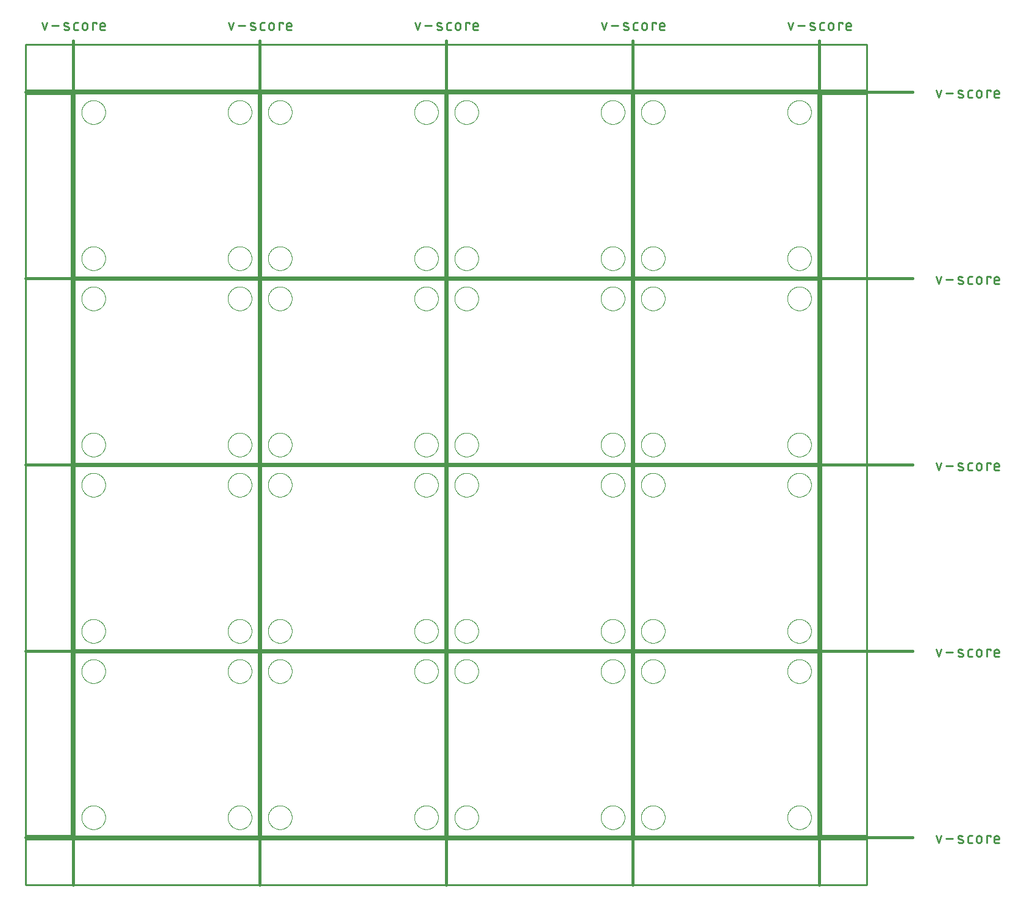
<source format=gko>
G04 EAGLE Gerber RS-274X export*
G75*
%MOMM*%
%FSLAX34Y34*%
%LPD*%
%IN*%
%IPPOS*%
%AMOC8*
5,1,8,0,0,1.08239X$1,22.5*%
G01*
%ADD10C,0.000000*%
%ADD11C,0.381000*%
%ADD12C,0.279400*%
%ADD13C,0.254000*%


D10*
X0Y0D02*
X253800Y0D01*
X254000Y254000D01*
X0Y254000D01*
X0Y0D01*
X259080Y0D02*
X512880Y0D01*
X513080Y254000D01*
X259080Y254000D01*
X259080Y0D01*
X518160Y0D02*
X771960Y0D01*
X772160Y254000D01*
X518160Y254000D01*
X518160Y0D01*
X777240Y0D02*
X1031040Y0D01*
X1031240Y254000D01*
X777240Y254000D01*
X777240Y0D01*
X253800Y259080D02*
X0Y259080D01*
X253800Y259080D02*
X254000Y513080D01*
X0Y513080D01*
X0Y259080D01*
X259080Y259080D02*
X512880Y259080D01*
X513080Y513080D01*
X259080Y513080D01*
X259080Y259080D01*
X518160Y259080D02*
X771960Y259080D01*
X772160Y513080D01*
X518160Y513080D01*
X518160Y259080D01*
X777240Y259080D02*
X1031040Y259080D01*
X1031240Y513080D01*
X777240Y513080D01*
X777240Y259080D01*
X253800Y518160D02*
X0Y518160D01*
X253800Y518160D02*
X254000Y772160D01*
X0Y772160D01*
X0Y518160D01*
X259080Y518160D02*
X512880Y518160D01*
X513080Y772160D01*
X259080Y772160D01*
X259080Y518160D01*
X518160Y518160D02*
X771960Y518160D01*
X772160Y772160D01*
X518160Y772160D01*
X518160Y518160D01*
X777240Y518160D02*
X1031040Y518160D01*
X1031240Y772160D01*
X777240Y772160D01*
X777240Y518160D01*
X253800Y777240D02*
X0Y777240D01*
X253800Y777240D02*
X254000Y1031240D01*
X0Y1031240D01*
X0Y777240D01*
X259080Y777240D02*
X512880Y777240D01*
X513080Y1031240D01*
X259080Y1031240D01*
X259080Y777240D01*
X518160Y777240D02*
X771960Y777240D01*
X772160Y1031240D01*
X518160Y1031240D01*
X518160Y777240D01*
X777240Y777240D02*
X1031040Y777240D01*
X1031240Y1031240D01*
X777240Y1031240D01*
X777240Y777240D01*
D11*
X-2540Y1104900D02*
X-2540Y-68580D01*
D12*
X-42921Y1120267D02*
X-46251Y1130258D01*
X-39590Y1130258D02*
X-42921Y1120267D01*
X-32806Y1126095D02*
X-22815Y1126095D01*
X-14261Y1126095D02*
X-10098Y1124430D01*
X-14261Y1126094D02*
X-14346Y1126130D01*
X-14429Y1126170D01*
X-14510Y1126213D01*
X-14590Y1126260D01*
X-14667Y1126310D01*
X-14743Y1126363D01*
X-14816Y1126419D01*
X-14886Y1126479D01*
X-14954Y1126541D01*
X-15019Y1126606D01*
X-15081Y1126674D01*
X-15141Y1126745D01*
X-15197Y1126818D01*
X-15250Y1126893D01*
X-15300Y1126971D01*
X-15346Y1127050D01*
X-15389Y1127132D01*
X-15429Y1127215D01*
X-15465Y1127300D01*
X-15497Y1127386D01*
X-15526Y1127474D01*
X-15550Y1127563D01*
X-15571Y1127653D01*
X-15588Y1127743D01*
X-15602Y1127834D01*
X-15611Y1127926D01*
X-15616Y1128018D01*
X-15618Y1128110D01*
X-15616Y1128202D01*
X-15609Y1128294D01*
X-15599Y1128386D01*
X-15585Y1128477D01*
X-15567Y1128568D01*
X-15545Y1128657D01*
X-15519Y1128746D01*
X-15489Y1128833D01*
X-15456Y1128919D01*
X-15419Y1129003D01*
X-15379Y1129086D01*
X-15335Y1129167D01*
X-15288Y1129246D01*
X-15237Y1129323D01*
X-15183Y1129398D01*
X-15126Y1129471D01*
X-15066Y1129541D01*
X-15003Y1129608D01*
X-14937Y1129672D01*
X-14869Y1129734D01*
X-14798Y1129793D01*
X-14724Y1129848D01*
X-14648Y1129901D01*
X-14570Y1129950D01*
X-14490Y1129996D01*
X-14409Y1130038D01*
X-14325Y1130077D01*
X-14240Y1130112D01*
X-14153Y1130143D01*
X-14065Y1130171D01*
X-13976Y1130195D01*
X-13886Y1130215D01*
X-13796Y1130232D01*
X-13704Y1130244D01*
X-13612Y1130253D01*
X-13520Y1130257D01*
X-13428Y1130258D01*
X-13201Y1130252D01*
X-12974Y1130241D01*
X-12747Y1130224D01*
X-12521Y1130201D01*
X-12295Y1130174D01*
X-12070Y1130140D01*
X-11846Y1130102D01*
X-11623Y1130058D01*
X-11401Y1130009D01*
X-11180Y1129954D01*
X-10961Y1129894D01*
X-10743Y1129829D01*
X-10527Y1129758D01*
X-10313Y1129683D01*
X-10100Y1129602D01*
X-9890Y1129516D01*
X-9681Y1129425D01*
X-10098Y1124430D02*
X-10013Y1124394D01*
X-9930Y1124354D01*
X-9849Y1124311D01*
X-9769Y1124264D01*
X-9692Y1124214D01*
X-9616Y1124161D01*
X-9543Y1124105D01*
X-9473Y1124045D01*
X-9405Y1123983D01*
X-9340Y1123918D01*
X-9278Y1123850D01*
X-9218Y1123779D01*
X-9162Y1123706D01*
X-9109Y1123631D01*
X-9059Y1123553D01*
X-9013Y1123474D01*
X-8970Y1123392D01*
X-8930Y1123309D01*
X-8894Y1123224D01*
X-8862Y1123138D01*
X-8833Y1123050D01*
X-8809Y1122961D01*
X-8788Y1122871D01*
X-8771Y1122781D01*
X-8757Y1122690D01*
X-8748Y1122598D01*
X-8743Y1122506D01*
X-8741Y1122414D01*
X-8743Y1122322D01*
X-8750Y1122230D01*
X-8760Y1122138D01*
X-8774Y1122047D01*
X-8792Y1121956D01*
X-8814Y1121867D01*
X-8840Y1121778D01*
X-8870Y1121691D01*
X-8903Y1121605D01*
X-8940Y1121521D01*
X-8980Y1121438D01*
X-9024Y1121357D01*
X-9071Y1121278D01*
X-9122Y1121201D01*
X-9176Y1121126D01*
X-9233Y1121053D01*
X-9293Y1120983D01*
X-9356Y1120916D01*
X-9422Y1120852D01*
X-9490Y1120790D01*
X-9561Y1120731D01*
X-9635Y1120676D01*
X-9711Y1120623D01*
X-9789Y1120574D01*
X-9869Y1120528D01*
X-9950Y1120486D01*
X-10034Y1120447D01*
X-10119Y1120412D01*
X-10206Y1120381D01*
X-10294Y1120353D01*
X-10383Y1120329D01*
X-10473Y1120309D01*
X-10563Y1120292D01*
X-10655Y1120280D01*
X-10747Y1120271D01*
X-10839Y1120267D01*
X-10931Y1120266D01*
X-10931Y1120267D02*
X-11265Y1120276D01*
X-11598Y1120293D01*
X-11931Y1120317D01*
X-12264Y1120350D01*
X-12595Y1120390D01*
X-12926Y1120438D01*
X-13255Y1120494D01*
X-13583Y1120557D01*
X-13909Y1120629D01*
X-14233Y1120708D01*
X-14556Y1120794D01*
X-14876Y1120889D01*
X-15194Y1120991D01*
X-15510Y1121100D01*
X562Y1120267D02*
X3892Y1120267D01*
X562Y1120267D02*
X464Y1120269D01*
X366Y1120275D01*
X268Y1120284D01*
X171Y1120298D01*
X75Y1120315D01*
X-21Y1120336D01*
X-116Y1120361D01*
X-210Y1120389D01*
X-303Y1120421D01*
X-394Y1120457D01*
X-484Y1120496D01*
X-572Y1120539D01*
X-659Y1120586D01*
X-743Y1120635D01*
X-826Y1120688D01*
X-906Y1120744D01*
X-985Y1120803D01*
X-1060Y1120866D01*
X-1134Y1120931D01*
X-1204Y1120999D01*
X-1272Y1121069D01*
X-1338Y1121143D01*
X-1400Y1121219D01*
X-1459Y1121297D01*
X-1515Y1121377D01*
X-1568Y1121460D01*
X-1618Y1121544D01*
X-1664Y1121631D01*
X-1707Y1121719D01*
X-1746Y1121809D01*
X-1782Y1121900D01*
X-1814Y1121993D01*
X-1842Y1122087D01*
X-1867Y1122182D01*
X-1888Y1122278D01*
X-1905Y1122374D01*
X-1919Y1122471D01*
X-1928Y1122569D01*
X-1934Y1122667D01*
X-1936Y1122765D01*
X-1936Y1127760D01*
X-1934Y1127858D01*
X-1928Y1127956D01*
X-1919Y1128054D01*
X-1905Y1128151D01*
X-1888Y1128247D01*
X-1867Y1128343D01*
X-1842Y1128438D01*
X-1814Y1128532D01*
X-1782Y1128625D01*
X-1746Y1128716D01*
X-1707Y1128806D01*
X-1664Y1128894D01*
X-1617Y1128981D01*
X-1568Y1129065D01*
X-1515Y1129148D01*
X-1459Y1129228D01*
X-1400Y1129306D01*
X-1337Y1129382D01*
X-1272Y1129456D01*
X-1204Y1129526D01*
X-1134Y1129594D01*
X-1060Y1129659D01*
X-984Y1129722D01*
X-906Y1129781D01*
X-826Y1129837D01*
X-743Y1129890D01*
X-659Y1129939D01*
X-572Y1129986D01*
X-484Y1130029D01*
X-394Y1130068D01*
X-303Y1130104D01*
X-210Y1130136D01*
X-116Y1130164D01*
X-21Y1130189D01*
X75Y1130210D01*
X171Y1130227D01*
X268Y1130241D01*
X366Y1130250D01*
X464Y1130256D01*
X562Y1130258D01*
X3892Y1130258D01*
X10022Y1126927D02*
X10022Y1123597D01*
X10022Y1126927D02*
X10024Y1127041D01*
X10030Y1127154D01*
X10039Y1127268D01*
X10053Y1127380D01*
X10070Y1127493D01*
X10092Y1127605D01*
X10117Y1127715D01*
X10145Y1127825D01*
X10178Y1127934D01*
X10214Y1128042D01*
X10254Y1128149D01*
X10298Y1128254D01*
X10345Y1128357D01*
X10395Y1128459D01*
X10449Y1128559D01*
X10507Y1128657D01*
X10568Y1128753D01*
X10631Y1128847D01*
X10699Y1128939D01*
X10769Y1129029D01*
X10842Y1129115D01*
X10918Y1129200D01*
X10997Y1129282D01*
X11079Y1129361D01*
X11164Y1129437D01*
X11250Y1129510D01*
X11340Y1129580D01*
X11432Y1129648D01*
X11526Y1129711D01*
X11622Y1129772D01*
X11720Y1129830D01*
X11820Y1129884D01*
X11922Y1129934D01*
X12025Y1129981D01*
X12130Y1130025D01*
X12237Y1130065D01*
X12345Y1130101D01*
X12454Y1130134D01*
X12564Y1130162D01*
X12674Y1130187D01*
X12786Y1130209D01*
X12899Y1130226D01*
X13011Y1130240D01*
X13125Y1130249D01*
X13238Y1130255D01*
X13352Y1130257D01*
X13466Y1130255D01*
X13579Y1130249D01*
X13693Y1130240D01*
X13805Y1130226D01*
X13918Y1130209D01*
X14030Y1130187D01*
X14140Y1130162D01*
X14250Y1130134D01*
X14359Y1130101D01*
X14467Y1130065D01*
X14574Y1130025D01*
X14679Y1129981D01*
X14782Y1129934D01*
X14884Y1129884D01*
X14984Y1129830D01*
X15082Y1129772D01*
X15178Y1129711D01*
X15272Y1129648D01*
X15364Y1129580D01*
X15454Y1129510D01*
X15540Y1129437D01*
X15625Y1129361D01*
X15707Y1129282D01*
X15786Y1129200D01*
X15862Y1129115D01*
X15935Y1129029D01*
X16005Y1128939D01*
X16073Y1128847D01*
X16136Y1128753D01*
X16197Y1128657D01*
X16255Y1128559D01*
X16309Y1128459D01*
X16359Y1128357D01*
X16406Y1128254D01*
X16450Y1128149D01*
X16490Y1128042D01*
X16526Y1127934D01*
X16559Y1127825D01*
X16587Y1127715D01*
X16612Y1127605D01*
X16634Y1127493D01*
X16651Y1127380D01*
X16665Y1127268D01*
X16674Y1127154D01*
X16680Y1127041D01*
X16682Y1126927D01*
X16682Y1123597D01*
X16680Y1123483D01*
X16674Y1123370D01*
X16665Y1123256D01*
X16651Y1123144D01*
X16634Y1123031D01*
X16612Y1122919D01*
X16587Y1122809D01*
X16559Y1122699D01*
X16526Y1122590D01*
X16490Y1122482D01*
X16450Y1122375D01*
X16406Y1122270D01*
X16359Y1122167D01*
X16309Y1122065D01*
X16255Y1121965D01*
X16197Y1121867D01*
X16136Y1121771D01*
X16073Y1121677D01*
X16005Y1121585D01*
X15935Y1121495D01*
X15862Y1121409D01*
X15786Y1121324D01*
X15707Y1121242D01*
X15625Y1121163D01*
X15540Y1121087D01*
X15454Y1121014D01*
X15364Y1120944D01*
X15272Y1120876D01*
X15178Y1120813D01*
X15082Y1120752D01*
X14984Y1120694D01*
X14884Y1120640D01*
X14782Y1120590D01*
X14679Y1120543D01*
X14574Y1120499D01*
X14467Y1120459D01*
X14359Y1120423D01*
X14250Y1120390D01*
X14140Y1120362D01*
X14030Y1120337D01*
X13918Y1120315D01*
X13805Y1120298D01*
X13693Y1120284D01*
X13579Y1120275D01*
X13466Y1120269D01*
X13352Y1120267D01*
X13238Y1120269D01*
X13125Y1120275D01*
X13011Y1120284D01*
X12899Y1120298D01*
X12786Y1120315D01*
X12674Y1120337D01*
X12564Y1120362D01*
X12454Y1120390D01*
X12345Y1120423D01*
X12237Y1120459D01*
X12130Y1120499D01*
X12025Y1120543D01*
X11922Y1120590D01*
X11820Y1120640D01*
X11720Y1120694D01*
X11622Y1120752D01*
X11526Y1120813D01*
X11432Y1120876D01*
X11340Y1120944D01*
X11250Y1121014D01*
X11164Y1121087D01*
X11079Y1121163D01*
X10997Y1121242D01*
X10918Y1121324D01*
X10842Y1121409D01*
X10769Y1121495D01*
X10699Y1121585D01*
X10631Y1121677D01*
X10568Y1121771D01*
X10507Y1121867D01*
X10449Y1121965D01*
X10395Y1122065D01*
X10345Y1122167D01*
X10298Y1122270D01*
X10254Y1122375D01*
X10214Y1122482D01*
X10178Y1122590D01*
X10145Y1122699D01*
X10117Y1122809D01*
X10092Y1122919D01*
X10070Y1123031D01*
X10053Y1123144D01*
X10039Y1123256D01*
X10030Y1123370D01*
X10024Y1123483D01*
X10022Y1123597D01*
X24218Y1120267D02*
X24218Y1130258D01*
X29213Y1130258D01*
X29213Y1128593D01*
X37008Y1120267D02*
X41171Y1120267D01*
X37008Y1120267D02*
X36910Y1120269D01*
X36812Y1120275D01*
X36714Y1120284D01*
X36617Y1120298D01*
X36521Y1120315D01*
X36425Y1120336D01*
X36330Y1120361D01*
X36236Y1120389D01*
X36143Y1120421D01*
X36052Y1120457D01*
X35962Y1120496D01*
X35874Y1120539D01*
X35787Y1120586D01*
X35703Y1120635D01*
X35620Y1120688D01*
X35540Y1120744D01*
X35462Y1120803D01*
X35386Y1120866D01*
X35312Y1120931D01*
X35242Y1120999D01*
X35174Y1121069D01*
X35109Y1121143D01*
X35046Y1121219D01*
X34987Y1121297D01*
X34931Y1121377D01*
X34878Y1121460D01*
X34829Y1121544D01*
X34782Y1121631D01*
X34739Y1121719D01*
X34700Y1121809D01*
X34664Y1121900D01*
X34632Y1121993D01*
X34604Y1122087D01*
X34579Y1122182D01*
X34558Y1122278D01*
X34541Y1122374D01*
X34527Y1122471D01*
X34518Y1122569D01*
X34512Y1122667D01*
X34510Y1122765D01*
X34510Y1126927D01*
X34511Y1126927D02*
X34513Y1127041D01*
X34519Y1127154D01*
X34528Y1127268D01*
X34542Y1127380D01*
X34559Y1127493D01*
X34581Y1127605D01*
X34606Y1127715D01*
X34634Y1127825D01*
X34667Y1127934D01*
X34703Y1128042D01*
X34743Y1128149D01*
X34787Y1128254D01*
X34834Y1128357D01*
X34884Y1128459D01*
X34938Y1128559D01*
X34996Y1128657D01*
X35057Y1128753D01*
X35120Y1128847D01*
X35188Y1128939D01*
X35258Y1129029D01*
X35331Y1129115D01*
X35407Y1129200D01*
X35486Y1129282D01*
X35568Y1129361D01*
X35653Y1129437D01*
X35739Y1129510D01*
X35829Y1129580D01*
X35921Y1129648D01*
X36015Y1129711D01*
X36111Y1129772D01*
X36209Y1129830D01*
X36309Y1129884D01*
X36411Y1129934D01*
X36514Y1129981D01*
X36619Y1130025D01*
X36726Y1130065D01*
X36834Y1130101D01*
X36943Y1130134D01*
X37053Y1130162D01*
X37163Y1130187D01*
X37275Y1130209D01*
X37388Y1130226D01*
X37500Y1130240D01*
X37614Y1130249D01*
X37727Y1130255D01*
X37841Y1130257D01*
X37955Y1130255D01*
X38068Y1130249D01*
X38182Y1130240D01*
X38294Y1130226D01*
X38407Y1130209D01*
X38519Y1130187D01*
X38629Y1130162D01*
X38739Y1130134D01*
X38848Y1130101D01*
X38956Y1130065D01*
X39063Y1130025D01*
X39168Y1129981D01*
X39271Y1129934D01*
X39373Y1129884D01*
X39473Y1129830D01*
X39571Y1129772D01*
X39667Y1129711D01*
X39761Y1129648D01*
X39853Y1129580D01*
X39943Y1129510D01*
X40029Y1129437D01*
X40114Y1129361D01*
X40196Y1129282D01*
X40275Y1129200D01*
X40351Y1129115D01*
X40424Y1129029D01*
X40494Y1128939D01*
X40562Y1128847D01*
X40625Y1128753D01*
X40686Y1128657D01*
X40744Y1128559D01*
X40798Y1128459D01*
X40848Y1128357D01*
X40895Y1128254D01*
X40939Y1128149D01*
X40979Y1128042D01*
X41015Y1127934D01*
X41048Y1127825D01*
X41076Y1127715D01*
X41101Y1127605D01*
X41123Y1127493D01*
X41140Y1127380D01*
X41154Y1127268D01*
X41163Y1127154D01*
X41169Y1127041D01*
X41171Y1126927D01*
X41171Y1125262D01*
X34510Y1125262D01*
D11*
X256540Y1104900D02*
X256540Y-68580D01*
D12*
X216159Y1120267D02*
X212829Y1130258D01*
X219490Y1130258D02*
X216159Y1120267D01*
X226274Y1126095D02*
X236265Y1126095D01*
X244819Y1126095D02*
X248982Y1124430D01*
X244819Y1126094D02*
X244734Y1126130D01*
X244651Y1126170D01*
X244570Y1126213D01*
X244490Y1126260D01*
X244413Y1126310D01*
X244337Y1126363D01*
X244264Y1126419D01*
X244194Y1126479D01*
X244126Y1126541D01*
X244061Y1126606D01*
X243999Y1126674D01*
X243939Y1126745D01*
X243883Y1126818D01*
X243830Y1126893D01*
X243780Y1126971D01*
X243734Y1127050D01*
X243691Y1127132D01*
X243651Y1127215D01*
X243615Y1127300D01*
X243583Y1127386D01*
X243554Y1127474D01*
X243530Y1127563D01*
X243509Y1127653D01*
X243492Y1127743D01*
X243478Y1127834D01*
X243469Y1127926D01*
X243464Y1128018D01*
X243462Y1128110D01*
X243464Y1128202D01*
X243471Y1128294D01*
X243481Y1128386D01*
X243495Y1128477D01*
X243513Y1128568D01*
X243535Y1128657D01*
X243561Y1128746D01*
X243591Y1128833D01*
X243624Y1128919D01*
X243661Y1129003D01*
X243701Y1129086D01*
X243745Y1129167D01*
X243792Y1129246D01*
X243843Y1129323D01*
X243897Y1129398D01*
X243954Y1129471D01*
X244014Y1129541D01*
X244077Y1129608D01*
X244143Y1129672D01*
X244211Y1129734D01*
X244282Y1129793D01*
X244356Y1129848D01*
X244432Y1129901D01*
X244510Y1129950D01*
X244590Y1129996D01*
X244671Y1130038D01*
X244755Y1130077D01*
X244840Y1130112D01*
X244927Y1130143D01*
X245015Y1130171D01*
X245104Y1130195D01*
X245194Y1130215D01*
X245284Y1130232D01*
X245376Y1130244D01*
X245468Y1130253D01*
X245560Y1130257D01*
X245652Y1130258D01*
X245879Y1130252D01*
X246106Y1130241D01*
X246333Y1130224D01*
X246559Y1130201D01*
X246785Y1130174D01*
X247010Y1130140D01*
X247234Y1130102D01*
X247457Y1130058D01*
X247679Y1130009D01*
X247900Y1129954D01*
X248119Y1129894D01*
X248337Y1129829D01*
X248553Y1129758D01*
X248767Y1129683D01*
X248980Y1129602D01*
X249190Y1129516D01*
X249399Y1129425D01*
X248982Y1124430D02*
X249067Y1124394D01*
X249150Y1124354D01*
X249231Y1124311D01*
X249311Y1124264D01*
X249388Y1124214D01*
X249464Y1124161D01*
X249537Y1124105D01*
X249607Y1124045D01*
X249675Y1123983D01*
X249740Y1123918D01*
X249802Y1123850D01*
X249862Y1123779D01*
X249918Y1123706D01*
X249971Y1123631D01*
X250021Y1123553D01*
X250067Y1123474D01*
X250110Y1123392D01*
X250150Y1123309D01*
X250186Y1123224D01*
X250218Y1123138D01*
X250247Y1123050D01*
X250271Y1122961D01*
X250292Y1122871D01*
X250309Y1122781D01*
X250323Y1122690D01*
X250332Y1122598D01*
X250337Y1122506D01*
X250339Y1122414D01*
X250337Y1122322D01*
X250330Y1122230D01*
X250320Y1122138D01*
X250306Y1122047D01*
X250288Y1121956D01*
X250266Y1121867D01*
X250240Y1121778D01*
X250210Y1121691D01*
X250177Y1121605D01*
X250140Y1121521D01*
X250100Y1121438D01*
X250056Y1121357D01*
X250009Y1121278D01*
X249958Y1121201D01*
X249904Y1121126D01*
X249847Y1121053D01*
X249787Y1120983D01*
X249724Y1120916D01*
X249658Y1120852D01*
X249590Y1120790D01*
X249519Y1120731D01*
X249445Y1120676D01*
X249369Y1120623D01*
X249291Y1120574D01*
X249211Y1120528D01*
X249130Y1120486D01*
X249046Y1120447D01*
X248961Y1120412D01*
X248874Y1120381D01*
X248786Y1120353D01*
X248697Y1120329D01*
X248607Y1120309D01*
X248517Y1120292D01*
X248425Y1120280D01*
X248333Y1120271D01*
X248241Y1120267D01*
X248149Y1120266D01*
X248149Y1120267D02*
X247815Y1120276D01*
X247482Y1120293D01*
X247149Y1120317D01*
X246816Y1120350D01*
X246485Y1120390D01*
X246154Y1120438D01*
X245825Y1120494D01*
X245497Y1120557D01*
X245171Y1120629D01*
X244847Y1120708D01*
X244524Y1120794D01*
X244204Y1120889D01*
X243886Y1120991D01*
X243570Y1121100D01*
X259642Y1120267D02*
X262972Y1120267D01*
X259642Y1120267D02*
X259544Y1120269D01*
X259446Y1120275D01*
X259348Y1120284D01*
X259251Y1120298D01*
X259155Y1120315D01*
X259059Y1120336D01*
X258964Y1120361D01*
X258870Y1120389D01*
X258777Y1120421D01*
X258686Y1120457D01*
X258596Y1120496D01*
X258508Y1120539D01*
X258421Y1120586D01*
X258337Y1120635D01*
X258254Y1120688D01*
X258174Y1120744D01*
X258096Y1120803D01*
X258020Y1120866D01*
X257946Y1120931D01*
X257876Y1120999D01*
X257808Y1121069D01*
X257743Y1121143D01*
X257680Y1121219D01*
X257621Y1121297D01*
X257565Y1121377D01*
X257512Y1121460D01*
X257463Y1121544D01*
X257416Y1121631D01*
X257373Y1121719D01*
X257334Y1121809D01*
X257298Y1121900D01*
X257266Y1121993D01*
X257238Y1122087D01*
X257213Y1122182D01*
X257192Y1122278D01*
X257175Y1122374D01*
X257161Y1122471D01*
X257152Y1122569D01*
X257146Y1122667D01*
X257144Y1122765D01*
X257144Y1127760D01*
X257146Y1127858D01*
X257152Y1127956D01*
X257161Y1128054D01*
X257175Y1128151D01*
X257192Y1128247D01*
X257213Y1128343D01*
X257238Y1128438D01*
X257266Y1128532D01*
X257298Y1128625D01*
X257334Y1128716D01*
X257373Y1128806D01*
X257416Y1128894D01*
X257463Y1128981D01*
X257512Y1129065D01*
X257565Y1129148D01*
X257621Y1129228D01*
X257680Y1129307D01*
X257743Y1129382D01*
X257808Y1129456D01*
X257876Y1129526D01*
X257946Y1129594D01*
X258020Y1129660D01*
X258096Y1129722D01*
X258174Y1129781D01*
X258254Y1129837D01*
X258337Y1129890D01*
X258421Y1129940D01*
X258508Y1129986D01*
X258596Y1130029D01*
X258686Y1130068D01*
X258777Y1130104D01*
X258870Y1130136D01*
X258964Y1130164D01*
X259059Y1130189D01*
X259155Y1130210D01*
X259251Y1130227D01*
X259348Y1130241D01*
X259446Y1130250D01*
X259544Y1130256D01*
X259642Y1130258D01*
X262972Y1130258D01*
X269102Y1126927D02*
X269102Y1123597D01*
X269102Y1126927D02*
X269104Y1127041D01*
X269110Y1127154D01*
X269119Y1127268D01*
X269133Y1127380D01*
X269150Y1127493D01*
X269172Y1127605D01*
X269197Y1127715D01*
X269225Y1127825D01*
X269258Y1127934D01*
X269294Y1128042D01*
X269334Y1128149D01*
X269378Y1128254D01*
X269425Y1128357D01*
X269475Y1128459D01*
X269529Y1128559D01*
X269587Y1128657D01*
X269648Y1128753D01*
X269711Y1128847D01*
X269779Y1128939D01*
X269849Y1129029D01*
X269922Y1129115D01*
X269998Y1129200D01*
X270077Y1129282D01*
X270159Y1129361D01*
X270244Y1129437D01*
X270330Y1129510D01*
X270420Y1129580D01*
X270512Y1129648D01*
X270606Y1129711D01*
X270702Y1129772D01*
X270800Y1129830D01*
X270900Y1129884D01*
X271002Y1129934D01*
X271105Y1129981D01*
X271210Y1130025D01*
X271317Y1130065D01*
X271425Y1130101D01*
X271534Y1130134D01*
X271644Y1130162D01*
X271754Y1130187D01*
X271866Y1130209D01*
X271979Y1130226D01*
X272091Y1130240D01*
X272205Y1130249D01*
X272318Y1130255D01*
X272432Y1130257D01*
X272546Y1130255D01*
X272659Y1130249D01*
X272773Y1130240D01*
X272885Y1130226D01*
X272998Y1130209D01*
X273110Y1130187D01*
X273220Y1130162D01*
X273330Y1130134D01*
X273439Y1130101D01*
X273547Y1130065D01*
X273654Y1130025D01*
X273759Y1129981D01*
X273862Y1129934D01*
X273964Y1129884D01*
X274064Y1129830D01*
X274162Y1129772D01*
X274258Y1129711D01*
X274352Y1129648D01*
X274444Y1129580D01*
X274534Y1129510D01*
X274620Y1129437D01*
X274705Y1129361D01*
X274787Y1129282D01*
X274866Y1129200D01*
X274942Y1129115D01*
X275015Y1129029D01*
X275085Y1128939D01*
X275153Y1128847D01*
X275216Y1128753D01*
X275277Y1128657D01*
X275335Y1128559D01*
X275389Y1128459D01*
X275439Y1128357D01*
X275486Y1128254D01*
X275530Y1128149D01*
X275570Y1128042D01*
X275606Y1127934D01*
X275639Y1127825D01*
X275667Y1127715D01*
X275692Y1127605D01*
X275714Y1127493D01*
X275731Y1127380D01*
X275745Y1127268D01*
X275754Y1127154D01*
X275760Y1127041D01*
X275762Y1126927D01*
X275762Y1123597D01*
X275760Y1123483D01*
X275754Y1123370D01*
X275745Y1123256D01*
X275731Y1123144D01*
X275714Y1123031D01*
X275692Y1122919D01*
X275667Y1122809D01*
X275639Y1122699D01*
X275606Y1122590D01*
X275570Y1122482D01*
X275530Y1122375D01*
X275486Y1122270D01*
X275439Y1122167D01*
X275389Y1122065D01*
X275335Y1121965D01*
X275277Y1121867D01*
X275216Y1121771D01*
X275153Y1121677D01*
X275085Y1121585D01*
X275015Y1121495D01*
X274942Y1121409D01*
X274866Y1121324D01*
X274787Y1121242D01*
X274705Y1121163D01*
X274620Y1121087D01*
X274534Y1121014D01*
X274444Y1120944D01*
X274352Y1120876D01*
X274258Y1120813D01*
X274162Y1120752D01*
X274064Y1120694D01*
X273964Y1120640D01*
X273862Y1120590D01*
X273759Y1120543D01*
X273654Y1120499D01*
X273547Y1120459D01*
X273439Y1120423D01*
X273330Y1120390D01*
X273220Y1120362D01*
X273110Y1120337D01*
X272998Y1120315D01*
X272885Y1120298D01*
X272773Y1120284D01*
X272659Y1120275D01*
X272546Y1120269D01*
X272432Y1120267D01*
X272318Y1120269D01*
X272205Y1120275D01*
X272091Y1120284D01*
X271979Y1120298D01*
X271866Y1120315D01*
X271754Y1120337D01*
X271644Y1120362D01*
X271534Y1120390D01*
X271425Y1120423D01*
X271317Y1120459D01*
X271210Y1120499D01*
X271105Y1120543D01*
X271002Y1120590D01*
X270900Y1120640D01*
X270800Y1120694D01*
X270702Y1120752D01*
X270606Y1120813D01*
X270512Y1120876D01*
X270420Y1120944D01*
X270330Y1121014D01*
X270244Y1121087D01*
X270159Y1121163D01*
X270077Y1121242D01*
X269998Y1121324D01*
X269922Y1121409D01*
X269849Y1121495D01*
X269779Y1121585D01*
X269711Y1121677D01*
X269648Y1121771D01*
X269587Y1121867D01*
X269529Y1121965D01*
X269475Y1122065D01*
X269425Y1122167D01*
X269378Y1122270D01*
X269334Y1122375D01*
X269294Y1122482D01*
X269258Y1122590D01*
X269225Y1122699D01*
X269197Y1122809D01*
X269172Y1122919D01*
X269150Y1123031D01*
X269133Y1123144D01*
X269119Y1123256D01*
X269110Y1123370D01*
X269104Y1123483D01*
X269102Y1123597D01*
X283298Y1120267D02*
X283298Y1130258D01*
X288293Y1130258D01*
X288293Y1128593D01*
X296088Y1120267D02*
X300251Y1120267D01*
X296088Y1120267D02*
X295990Y1120269D01*
X295892Y1120275D01*
X295794Y1120284D01*
X295697Y1120298D01*
X295601Y1120315D01*
X295505Y1120336D01*
X295410Y1120361D01*
X295316Y1120389D01*
X295223Y1120421D01*
X295132Y1120457D01*
X295042Y1120496D01*
X294954Y1120539D01*
X294867Y1120586D01*
X294783Y1120635D01*
X294700Y1120688D01*
X294620Y1120744D01*
X294542Y1120803D01*
X294466Y1120866D01*
X294392Y1120931D01*
X294322Y1120999D01*
X294254Y1121069D01*
X294189Y1121143D01*
X294126Y1121219D01*
X294067Y1121297D01*
X294011Y1121377D01*
X293958Y1121460D01*
X293909Y1121544D01*
X293862Y1121631D01*
X293819Y1121719D01*
X293780Y1121809D01*
X293744Y1121900D01*
X293712Y1121993D01*
X293684Y1122087D01*
X293659Y1122182D01*
X293638Y1122278D01*
X293621Y1122374D01*
X293607Y1122471D01*
X293598Y1122569D01*
X293592Y1122667D01*
X293590Y1122765D01*
X293590Y1126927D01*
X293591Y1126927D02*
X293593Y1127041D01*
X293599Y1127154D01*
X293608Y1127268D01*
X293622Y1127380D01*
X293639Y1127493D01*
X293661Y1127605D01*
X293686Y1127715D01*
X293714Y1127825D01*
X293747Y1127934D01*
X293783Y1128042D01*
X293823Y1128149D01*
X293867Y1128254D01*
X293914Y1128357D01*
X293964Y1128459D01*
X294018Y1128559D01*
X294076Y1128657D01*
X294137Y1128753D01*
X294200Y1128847D01*
X294268Y1128939D01*
X294338Y1129029D01*
X294411Y1129115D01*
X294487Y1129200D01*
X294566Y1129282D01*
X294648Y1129361D01*
X294733Y1129437D01*
X294819Y1129510D01*
X294909Y1129580D01*
X295001Y1129648D01*
X295095Y1129711D01*
X295191Y1129772D01*
X295289Y1129830D01*
X295389Y1129884D01*
X295491Y1129934D01*
X295594Y1129981D01*
X295699Y1130025D01*
X295806Y1130065D01*
X295914Y1130101D01*
X296023Y1130134D01*
X296133Y1130162D01*
X296243Y1130187D01*
X296355Y1130209D01*
X296468Y1130226D01*
X296580Y1130240D01*
X296694Y1130249D01*
X296807Y1130255D01*
X296921Y1130257D01*
X297035Y1130255D01*
X297148Y1130249D01*
X297262Y1130240D01*
X297374Y1130226D01*
X297487Y1130209D01*
X297599Y1130187D01*
X297709Y1130162D01*
X297819Y1130134D01*
X297928Y1130101D01*
X298036Y1130065D01*
X298143Y1130025D01*
X298248Y1129981D01*
X298351Y1129934D01*
X298453Y1129884D01*
X298553Y1129830D01*
X298651Y1129772D01*
X298747Y1129711D01*
X298841Y1129648D01*
X298933Y1129580D01*
X299023Y1129510D01*
X299109Y1129437D01*
X299194Y1129361D01*
X299276Y1129282D01*
X299355Y1129200D01*
X299431Y1129115D01*
X299504Y1129029D01*
X299574Y1128939D01*
X299642Y1128847D01*
X299705Y1128753D01*
X299766Y1128657D01*
X299824Y1128559D01*
X299878Y1128459D01*
X299928Y1128357D01*
X299975Y1128254D01*
X300019Y1128149D01*
X300059Y1128042D01*
X300095Y1127934D01*
X300128Y1127825D01*
X300156Y1127715D01*
X300181Y1127605D01*
X300203Y1127493D01*
X300220Y1127380D01*
X300234Y1127268D01*
X300243Y1127154D01*
X300249Y1127041D01*
X300251Y1126927D01*
X300251Y1125262D01*
X293590Y1125262D01*
D11*
X515620Y1104900D02*
X515620Y-68580D01*
D12*
X475239Y1120267D02*
X471909Y1130258D01*
X478570Y1130258D02*
X475239Y1120267D01*
X485354Y1126095D02*
X495345Y1126095D01*
X503899Y1126095D02*
X508062Y1124430D01*
X503899Y1126094D02*
X503814Y1126130D01*
X503731Y1126170D01*
X503650Y1126213D01*
X503570Y1126260D01*
X503493Y1126310D01*
X503417Y1126363D01*
X503344Y1126419D01*
X503274Y1126479D01*
X503206Y1126541D01*
X503141Y1126606D01*
X503079Y1126674D01*
X503019Y1126745D01*
X502963Y1126818D01*
X502910Y1126893D01*
X502860Y1126971D01*
X502814Y1127050D01*
X502771Y1127132D01*
X502731Y1127215D01*
X502695Y1127300D01*
X502663Y1127386D01*
X502634Y1127474D01*
X502610Y1127563D01*
X502589Y1127653D01*
X502572Y1127743D01*
X502558Y1127834D01*
X502549Y1127926D01*
X502544Y1128018D01*
X502542Y1128110D01*
X502544Y1128202D01*
X502551Y1128294D01*
X502561Y1128386D01*
X502575Y1128477D01*
X502593Y1128568D01*
X502615Y1128657D01*
X502641Y1128746D01*
X502671Y1128833D01*
X502704Y1128919D01*
X502741Y1129003D01*
X502781Y1129086D01*
X502825Y1129167D01*
X502872Y1129246D01*
X502923Y1129323D01*
X502977Y1129398D01*
X503034Y1129471D01*
X503094Y1129541D01*
X503157Y1129608D01*
X503223Y1129672D01*
X503291Y1129734D01*
X503362Y1129793D01*
X503436Y1129848D01*
X503512Y1129901D01*
X503590Y1129950D01*
X503670Y1129996D01*
X503751Y1130038D01*
X503835Y1130077D01*
X503920Y1130112D01*
X504007Y1130143D01*
X504095Y1130171D01*
X504184Y1130195D01*
X504274Y1130215D01*
X504364Y1130232D01*
X504456Y1130244D01*
X504548Y1130253D01*
X504640Y1130257D01*
X504732Y1130258D01*
X504959Y1130252D01*
X505186Y1130241D01*
X505413Y1130224D01*
X505639Y1130201D01*
X505865Y1130174D01*
X506090Y1130140D01*
X506314Y1130102D01*
X506537Y1130058D01*
X506759Y1130009D01*
X506980Y1129954D01*
X507199Y1129894D01*
X507417Y1129829D01*
X507633Y1129758D01*
X507847Y1129683D01*
X508060Y1129602D01*
X508270Y1129516D01*
X508479Y1129425D01*
X508062Y1124430D02*
X508147Y1124394D01*
X508230Y1124354D01*
X508311Y1124311D01*
X508391Y1124264D01*
X508468Y1124214D01*
X508544Y1124161D01*
X508617Y1124105D01*
X508687Y1124045D01*
X508755Y1123983D01*
X508820Y1123918D01*
X508882Y1123850D01*
X508942Y1123779D01*
X508998Y1123706D01*
X509051Y1123631D01*
X509101Y1123553D01*
X509147Y1123474D01*
X509190Y1123392D01*
X509230Y1123309D01*
X509266Y1123224D01*
X509298Y1123138D01*
X509327Y1123050D01*
X509351Y1122961D01*
X509372Y1122871D01*
X509389Y1122781D01*
X509403Y1122690D01*
X509412Y1122598D01*
X509417Y1122506D01*
X509419Y1122414D01*
X509417Y1122322D01*
X509410Y1122230D01*
X509400Y1122138D01*
X509386Y1122047D01*
X509368Y1121956D01*
X509346Y1121867D01*
X509320Y1121778D01*
X509290Y1121691D01*
X509257Y1121605D01*
X509220Y1121521D01*
X509180Y1121438D01*
X509136Y1121357D01*
X509089Y1121278D01*
X509038Y1121201D01*
X508984Y1121126D01*
X508927Y1121053D01*
X508867Y1120983D01*
X508804Y1120916D01*
X508738Y1120852D01*
X508670Y1120790D01*
X508599Y1120731D01*
X508525Y1120676D01*
X508449Y1120623D01*
X508371Y1120574D01*
X508291Y1120528D01*
X508210Y1120486D01*
X508126Y1120447D01*
X508041Y1120412D01*
X507954Y1120381D01*
X507866Y1120353D01*
X507777Y1120329D01*
X507687Y1120309D01*
X507597Y1120292D01*
X507505Y1120280D01*
X507413Y1120271D01*
X507321Y1120267D01*
X507229Y1120266D01*
X507229Y1120267D02*
X506895Y1120276D01*
X506562Y1120293D01*
X506229Y1120317D01*
X505896Y1120350D01*
X505565Y1120390D01*
X505234Y1120438D01*
X504905Y1120494D01*
X504577Y1120557D01*
X504251Y1120629D01*
X503927Y1120708D01*
X503604Y1120794D01*
X503284Y1120889D01*
X502966Y1120991D01*
X502650Y1121100D01*
X518722Y1120267D02*
X522052Y1120267D01*
X518722Y1120267D02*
X518624Y1120269D01*
X518526Y1120275D01*
X518428Y1120284D01*
X518331Y1120298D01*
X518235Y1120315D01*
X518139Y1120336D01*
X518044Y1120361D01*
X517950Y1120389D01*
X517857Y1120421D01*
X517766Y1120457D01*
X517676Y1120496D01*
X517588Y1120539D01*
X517501Y1120586D01*
X517417Y1120635D01*
X517334Y1120688D01*
X517254Y1120744D01*
X517176Y1120803D01*
X517100Y1120866D01*
X517026Y1120931D01*
X516956Y1120999D01*
X516888Y1121069D01*
X516823Y1121143D01*
X516760Y1121219D01*
X516701Y1121297D01*
X516645Y1121377D01*
X516592Y1121460D01*
X516543Y1121544D01*
X516496Y1121631D01*
X516453Y1121719D01*
X516414Y1121809D01*
X516378Y1121900D01*
X516346Y1121993D01*
X516318Y1122087D01*
X516293Y1122182D01*
X516272Y1122278D01*
X516255Y1122374D01*
X516241Y1122471D01*
X516232Y1122569D01*
X516226Y1122667D01*
X516224Y1122765D01*
X516224Y1127760D01*
X516226Y1127858D01*
X516232Y1127956D01*
X516241Y1128054D01*
X516255Y1128151D01*
X516272Y1128247D01*
X516293Y1128343D01*
X516318Y1128438D01*
X516346Y1128532D01*
X516378Y1128625D01*
X516414Y1128716D01*
X516453Y1128806D01*
X516496Y1128894D01*
X516543Y1128981D01*
X516592Y1129065D01*
X516645Y1129148D01*
X516701Y1129228D01*
X516760Y1129307D01*
X516823Y1129382D01*
X516888Y1129456D01*
X516956Y1129526D01*
X517026Y1129594D01*
X517100Y1129660D01*
X517176Y1129722D01*
X517254Y1129781D01*
X517334Y1129837D01*
X517417Y1129890D01*
X517501Y1129940D01*
X517588Y1129986D01*
X517676Y1130029D01*
X517766Y1130068D01*
X517857Y1130104D01*
X517950Y1130136D01*
X518044Y1130164D01*
X518139Y1130189D01*
X518235Y1130210D01*
X518331Y1130227D01*
X518428Y1130241D01*
X518526Y1130250D01*
X518624Y1130256D01*
X518722Y1130258D01*
X522052Y1130258D01*
X528182Y1126927D02*
X528182Y1123597D01*
X528182Y1126927D02*
X528184Y1127041D01*
X528190Y1127154D01*
X528199Y1127268D01*
X528213Y1127380D01*
X528230Y1127493D01*
X528252Y1127605D01*
X528277Y1127715D01*
X528305Y1127825D01*
X528338Y1127934D01*
X528374Y1128042D01*
X528414Y1128149D01*
X528458Y1128254D01*
X528505Y1128357D01*
X528555Y1128459D01*
X528609Y1128559D01*
X528667Y1128657D01*
X528728Y1128753D01*
X528791Y1128847D01*
X528859Y1128939D01*
X528929Y1129029D01*
X529002Y1129115D01*
X529078Y1129200D01*
X529157Y1129282D01*
X529239Y1129361D01*
X529324Y1129437D01*
X529410Y1129510D01*
X529500Y1129580D01*
X529592Y1129648D01*
X529686Y1129711D01*
X529782Y1129772D01*
X529880Y1129830D01*
X529980Y1129884D01*
X530082Y1129934D01*
X530185Y1129981D01*
X530290Y1130025D01*
X530397Y1130065D01*
X530505Y1130101D01*
X530614Y1130134D01*
X530724Y1130162D01*
X530834Y1130187D01*
X530946Y1130209D01*
X531059Y1130226D01*
X531171Y1130240D01*
X531285Y1130249D01*
X531398Y1130255D01*
X531512Y1130257D01*
X531626Y1130255D01*
X531739Y1130249D01*
X531853Y1130240D01*
X531965Y1130226D01*
X532078Y1130209D01*
X532190Y1130187D01*
X532300Y1130162D01*
X532410Y1130134D01*
X532519Y1130101D01*
X532627Y1130065D01*
X532734Y1130025D01*
X532839Y1129981D01*
X532942Y1129934D01*
X533044Y1129884D01*
X533144Y1129830D01*
X533242Y1129772D01*
X533338Y1129711D01*
X533432Y1129648D01*
X533524Y1129580D01*
X533614Y1129510D01*
X533700Y1129437D01*
X533785Y1129361D01*
X533867Y1129282D01*
X533946Y1129200D01*
X534022Y1129115D01*
X534095Y1129029D01*
X534165Y1128939D01*
X534233Y1128847D01*
X534296Y1128753D01*
X534357Y1128657D01*
X534415Y1128559D01*
X534469Y1128459D01*
X534519Y1128357D01*
X534566Y1128254D01*
X534610Y1128149D01*
X534650Y1128042D01*
X534686Y1127934D01*
X534719Y1127825D01*
X534747Y1127715D01*
X534772Y1127605D01*
X534794Y1127493D01*
X534811Y1127380D01*
X534825Y1127268D01*
X534834Y1127154D01*
X534840Y1127041D01*
X534842Y1126927D01*
X534842Y1123597D01*
X534840Y1123483D01*
X534834Y1123370D01*
X534825Y1123256D01*
X534811Y1123144D01*
X534794Y1123031D01*
X534772Y1122919D01*
X534747Y1122809D01*
X534719Y1122699D01*
X534686Y1122590D01*
X534650Y1122482D01*
X534610Y1122375D01*
X534566Y1122270D01*
X534519Y1122167D01*
X534469Y1122065D01*
X534415Y1121965D01*
X534357Y1121867D01*
X534296Y1121771D01*
X534233Y1121677D01*
X534165Y1121585D01*
X534095Y1121495D01*
X534022Y1121409D01*
X533946Y1121324D01*
X533867Y1121242D01*
X533785Y1121163D01*
X533700Y1121087D01*
X533614Y1121014D01*
X533524Y1120944D01*
X533432Y1120876D01*
X533338Y1120813D01*
X533242Y1120752D01*
X533144Y1120694D01*
X533044Y1120640D01*
X532942Y1120590D01*
X532839Y1120543D01*
X532734Y1120499D01*
X532627Y1120459D01*
X532519Y1120423D01*
X532410Y1120390D01*
X532300Y1120362D01*
X532190Y1120337D01*
X532078Y1120315D01*
X531965Y1120298D01*
X531853Y1120284D01*
X531739Y1120275D01*
X531626Y1120269D01*
X531512Y1120267D01*
X531398Y1120269D01*
X531285Y1120275D01*
X531171Y1120284D01*
X531059Y1120298D01*
X530946Y1120315D01*
X530834Y1120337D01*
X530724Y1120362D01*
X530614Y1120390D01*
X530505Y1120423D01*
X530397Y1120459D01*
X530290Y1120499D01*
X530185Y1120543D01*
X530082Y1120590D01*
X529980Y1120640D01*
X529880Y1120694D01*
X529782Y1120752D01*
X529686Y1120813D01*
X529592Y1120876D01*
X529500Y1120944D01*
X529410Y1121014D01*
X529324Y1121087D01*
X529239Y1121163D01*
X529157Y1121242D01*
X529078Y1121324D01*
X529002Y1121409D01*
X528929Y1121495D01*
X528859Y1121585D01*
X528791Y1121677D01*
X528728Y1121771D01*
X528667Y1121867D01*
X528609Y1121965D01*
X528555Y1122065D01*
X528505Y1122167D01*
X528458Y1122270D01*
X528414Y1122375D01*
X528374Y1122482D01*
X528338Y1122590D01*
X528305Y1122699D01*
X528277Y1122809D01*
X528252Y1122919D01*
X528230Y1123031D01*
X528213Y1123144D01*
X528199Y1123256D01*
X528190Y1123370D01*
X528184Y1123483D01*
X528182Y1123597D01*
X542378Y1120267D02*
X542378Y1130258D01*
X547373Y1130258D01*
X547373Y1128593D01*
X555168Y1120267D02*
X559331Y1120267D01*
X555168Y1120267D02*
X555070Y1120269D01*
X554972Y1120275D01*
X554874Y1120284D01*
X554777Y1120298D01*
X554681Y1120315D01*
X554585Y1120336D01*
X554490Y1120361D01*
X554396Y1120389D01*
X554303Y1120421D01*
X554212Y1120457D01*
X554122Y1120496D01*
X554034Y1120539D01*
X553947Y1120586D01*
X553863Y1120635D01*
X553780Y1120688D01*
X553700Y1120744D01*
X553622Y1120803D01*
X553546Y1120866D01*
X553472Y1120931D01*
X553402Y1120999D01*
X553334Y1121069D01*
X553269Y1121143D01*
X553206Y1121219D01*
X553147Y1121297D01*
X553091Y1121377D01*
X553038Y1121460D01*
X552989Y1121544D01*
X552942Y1121631D01*
X552899Y1121719D01*
X552860Y1121809D01*
X552824Y1121900D01*
X552792Y1121993D01*
X552764Y1122087D01*
X552739Y1122182D01*
X552718Y1122278D01*
X552701Y1122374D01*
X552687Y1122471D01*
X552678Y1122569D01*
X552672Y1122667D01*
X552670Y1122765D01*
X552670Y1126927D01*
X552671Y1126927D02*
X552673Y1127041D01*
X552679Y1127154D01*
X552688Y1127268D01*
X552702Y1127380D01*
X552719Y1127493D01*
X552741Y1127605D01*
X552766Y1127715D01*
X552794Y1127825D01*
X552827Y1127934D01*
X552863Y1128042D01*
X552903Y1128149D01*
X552947Y1128254D01*
X552994Y1128357D01*
X553044Y1128459D01*
X553098Y1128559D01*
X553156Y1128657D01*
X553217Y1128753D01*
X553280Y1128847D01*
X553348Y1128939D01*
X553418Y1129029D01*
X553491Y1129115D01*
X553567Y1129200D01*
X553646Y1129282D01*
X553728Y1129361D01*
X553813Y1129437D01*
X553899Y1129510D01*
X553989Y1129580D01*
X554081Y1129648D01*
X554175Y1129711D01*
X554271Y1129772D01*
X554369Y1129830D01*
X554469Y1129884D01*
X554571Y1129934D01*
X554674Y1129981D01*
X554779Y1130025D01*
X554886Y1130065D01*
X554994Y1130101D01*
X555103Y1130134D01*
X555213Y1130162D01*
X555323Y1130187D01*
X555435Y1130209D01*
X555548Y1130226D01*
X555660Y1130240D01*
X555774Y1130249D01*
X555887Y1130255D01*
X556001Y1130257D01*
X556115Y1130255D01*
X556228Y1130249D01*
X556342Y1130240D01*
X556454Y1130226D01*
X556567Y1130209D01*
X556679Y1130187D01*
X556789Y1130162D01*
X556899Y1130134D01*
X557008Y1130101D01*
X557116Y1130065D01*
X557223Y1130025D01*
X557328Y1129981D01*
X557431Y1129934D01*
X557533Y1129884D01*
X557633Y1129830D01*
X557731Y1129772D01*
X557827Y1129711D01*
X557921Y1129648D01*
X558013Y1129580D01*
X558103Y1129510D01*
X558189Y1129437D01*
X558274Y1129361D01*
X558356Y1129282D01*
X558435Y1129200D01*
X558511Y1129115D01*
X558584Y1129029D01*
X558654Y1128939D01*
X558722Y1128847D01*
X558785Y1128753D01*
X558846Y1128657D01*
X558904Y1128559D01*
X558958Y1128459D01*
X559008Y1128357D01*
X559055Y1128254D01*
X559099Y1128149D01*
X559139Y1128042D01*
X559175Y1127934D01*
X559208Y1127825D01*
X559236Y1127715D01*
X559261Y1127605D01*
X559283Y1127493D01*
X559300Y1127380D01*
X559314Y1127268D01*
X559323Y1127154D01*
X559329Y1127041D01*
X559331Y1126927D01*
X559331Y1125262D01*
X552670Y1125262D01*
D11*
X774700Y1104900D02*
X774700Y-68580D01*
D12*
X734319Y1120267D02*
X730989Y1130258D01*
X737650Y1130258D02*
X734319Y1120267D01*
X744434Y1126095D02*
X754425Y1126095D01*
X762979Y1126095D02*
X767142Y1124430D01*
X762979Y1126094D02*
X762894Y1126130D01*
X762811Y1126170D01*
X762730Y1126213D01*
X762650Y1126260D01*
X762573Y1126310D01*
X762497Y1126363D01*
X762424Y1126419D01*
X762354Y1126479D01*
X762286Y1126541D01*
X762221Y1126606D01*
X762159Y1126674D01*
X762099Y1126745D01*
X762043Y1126818D01*
X761990Y1126893D01*
X761940Y1126971D01*
X761894Y1127050D01*
X761851Y1127132D01*
X761811Y1127215D01*
X761775Y1127300D01*
X761743Y1127386D01*
X761714Y1127474D01*
X761690Y1127563D01*
X761669Y1127653D01*
X761652Y1127743D01*
X761638Y1127834D01*
X761629Y1127926D01*
X761624Y1128018D01*
X761622Y1128110D01*
X761624Y1128202D01*
X761631Y1128294D01*
X761641Y1128386D01*
X761655Y1128477D01*
X761673Y1128568D01*
X761695Y1128657D01*
X761721Y1128746D01*
X761751Y1128833D01*
X761784Y1128919D01*
X761821Y1129003D01*
X761861Y1129086D01*
X761905Y1129167D01*
X761952Y1129246D01*
X762003Y1129323D01*
X762057Y1129398D01*
X762114Y1129471D01*
X762174Y1129541D01*
X762237Y1129608D01*
X762303Y1129672D01*
X762371Y1129734D01*
X762442Y1129793D01*
X762516Y1129848D01*
X762592Y1129901D01*
X762670Y1129950D01*
X762750Y1129996D01*
X762831Y1130038D01*
X762915Y1130077D01*
X763000Y1130112D01*
X763087Y1130143D01*
X763175Y1130171D01*
X763264Y1130195D01*
X763354Y1130215D01*
X763444Y1130232D01*
X763536Y1130244D01*
X763628Y1130253D01*
X763720Y1130257D01*
X763812Y1130258D01*
X764039Y1130252D01*
X764266Y1130241D01*
X764493Y1130224D01*
X764719Y1130201D01*
X764945Y1130174D01*
X765170Y1130140D01*
X765394Y1130102D01*
X765617Y1130058D01*
X765839Y1130009D01*
X766060Y1129954D01*
X766279Y1129894D01*
X766497Y1129829D01*
X766713Y1129758D01*
X766927Y1129683D01*
X767140Y1129602D01*
X767350Y1129516D01*
X767559Y1129425D01*
X767142Y1124430D02*
X767227Y1124394D01*
X767310Y1124354D01*
X767391Y1124311D01*
X767471Y1124264D01*
X767548Y1124214D01*
X767624Y1124161D01*
X767697Y1124105D01*
X767767Y1124045D01*
X767835Y1123983D01*
X767900Y1123918D01*
X767962Y1123850D01*
X768022Y1123779D01*
X768078Y1123706D01*
X768131Y1123631D01*
X768181Y1123553D01*
X768227Y1123474D01*
X768270Y1123392D01*
X768310Y1123309D01*
X768346Y1123224D01*
X768378Y1123138D01*
X768407Y1123050D01*
X768431Y1122961D01*
X768452Y1122871D01*
X768469Y1122781D01*
X768483Y1122690D01*
X768492Y1122598D01*
X768497Y1122506D01*
X768499Y1122414D01*
X768497Y1122322D01*
X768490Y1122230D01*
X768480Y1122138D01*
X768466Y1122047D01*
X768448Y1121956D01*
X768426Y1121867D01*
X768400Y1121778D01*
X768370Y1121691D01*
X768337Y1121605D01*
X768300Y1121521D01*
X768260Y1121438D01*
X768216Y1121357D01*
X768169Y1121278D01*
X768118Y1121201D01*
X768064Y1121126D01*
X768007Y1121053D01*
X767947Y1120983D01*
X767884Y1120916D01*
X767818Y1120852D01*
X767750Y1120790D01*
X767679Y1120731D01*
X767605Y1120676D01*
X767529Y1120623D01*
X767451Y1120574D01*
X767371Y1120528D01*
X767290Y1120486D01*
X767206Y1120447D01*
X767121Y1120412D01*
X767034Y1120381D01*
X766946Y1120353D01*
X766857Y1120329D01*
X766767Y1120309D01*
X766677Y1120292D01*
X766585Y1120280D01*
X766493Y1120271D01*
X766401Y1120267D01*
X766309Y1120266D01*
X766309Y1120267D02*
X765975Y1120276D01*
X765642Y1120293D01*
X765309Y1120317D01*
X764976Y1120350D01*
X764645Y1120390D01*
X764314Y1120438D01*
X763985Y1120494D01*
X763657Y1120557D01*
X763331Y1120629D01*
X763007Y1120708D01*
X762684Y1120794D01*
X762364Y1120889D01*
X762046Y1120991D01*
X761730Y1121100D01*
X777802Y1120267D02*
X781132Y1120267D01*
X777802Y1120267D02*
X777704Y1120269D01*
X777606Y1120275D01*
X777508Y1120284D01*
X777411Y1120298D01*
X777315Y1120315D01*
X777219Y1120336D01*
X777124Y1120361D01*
X777030Y1120389D01*
X776937Y1120421D01*
X776846Y1120457D01*
X776756Y1120496D01*
X776668Y1120539D01*
X776581Y1120586D01*
X776497Y1120635D01*
X776414Y1120688D01*
X776334Y1120744D01*
X776256Y1120803D01*
X776180Y1120866D01*
X776106Y1120931D01*
X776036Y1120999D01*
X775968Y1121069D01*
X775903Y1121143D01*
X775840Y1121219D01*
X775781Y1121297D01*
X775725Y1121377D01*
X775672Y1121460D01*
X775623Y1121544D01*
X775576Y1121631D01*
X775533Y1121719D01*
X775494Y1121809D01*
X775458Y1121900D01*
X775426Y1121993D01*
X775398Y1122087D01*
X775373Y1122182D01*
X775352Y1122278D01*
X775335Y1122374D01*
X775321Y1122471D01*
X775312Y1122569D01*
X775306Y1122667D01*
X775304Y1122765D01*
X775304Y1127760D01*
X775306Y1127858D01*
X775312Y1127956D01*
X775321Y1128054D01*
X775335Y1128151D01*
X775352Y1128247D01*
X775373Y1128343D01*
X775398Y1128438D01*
X775426Y1128532D01*
X775458Y1128625D01*
X775494Y1128716D01*
X775533Y1128806D01*
X775576Y1128894D01*
X775623Y1128981D01*
X775672Y1129065D01*
X775725Y1129148D01*
X775781Y1129228D01*
X775840Y1129307D01*
X775903Y1129382D01*
X775968Y1129456D01*
X776036Y1129526D01*
X776106Y1129594D01*
X776180Y1129660D01*
X776256Y1129722D01*
X776334Y1129781D01*
X776414Y1129837D01*
X776497Y1129890D01*
X776581Y1129940D01*
X776668Y1129986D01*
X776756Y1130029D01*
X776846Y1130068D01*
X776937Y1130104D01*
X777030Y1130136D01*
X777124Y1130164D01*
X777219Y1130189D01*
X777315Y1130210D01*
X777411Y1130227D01*
X777508Y1130241D01*
X777606Y1130250D01*
X777704Y1130256D01*
X777802Y1130258D01*
X781132Y1130258D01*
X787262Y1126927D02*
X787262Y1123597D01*
X787262Y1126927D02*
X787264Y1127041D01*
X787270Y1127154D01*
X787279Y1127268D01*
X787293Y1127380D01*
X787310Y1127493D01*
X787332Y1127605D01*
X787357Y1127715D01*
X787385Y1127825D01*
X787418Y1127934D01*
X787454Y1128042D01*
X787494Y1128149D01*
X787538Y1128254D01*
X787585Y1128357D01*
X787635Y1128459D01*
X787689Y1128559D01*
X787747Y1128657D01*
X787808Y1128753D01*
X787871Y1128847D01*
X787939Y1128939D01*
X788009Y1129029D01*
X788082Y1129115D01*
X788158Y1129200D01*
X788237Y1129282D01*
X788319Y1129361D01*
X788404Y1129437D01*
X788490Y1129510D01*
X788580Y1129580D01*
X788672Y1129648D01*
X788766Y1129711D01*
X788862Y1129772D01*
X788960Y1129830D01*
X789060Y1129884D01*
X789162Y1129934D01*
X789265Y1129981D01*
X789370Y1130025D01*
X789477Y1130065D01*
X789585Y1130101D01*
X789694Y1130134D01*
X789804Y1130162D01*
X789914Y1130187D01*
X790026Y1130209D01*
X790139Y1130226D01*
X790251Y1130240D01*
X790365Y1130249D01*
X790478Y1130255D01*
X790592Y1130257D01*
X790706Y1130255D01*
X790819Y1130249D01*
X790933Y1130240D01*
X791045Y1130226D01*
X791158Y1130209D01*
X791270Y1130187D01*
X791380Y1130162D01*
X791490Y1130134D01*
X791599Y1130101D01*
X791707Y1130065D01*
X791814Y1130025D01*
X791919Y1129981D01*
X792022Y1129934D01*
X792124Y1129884D01*
X792224Y1129830D01*
X792322Y1129772D01*
X792418Y1129711D01*
X792512Y1129648D01*
X792604Y1129580D01*
X792694Y1129510D01*
X792780Y1129437D01*
X792865Y1129361D01*
X792947Y1129282D01*
X793026Y1129200D01*
X793102Y1129115D01*
X793175Y1129029D01*
X793245Y1128939D01*
X793313Y1128847D01*
X793376Y1128753D01*
X793437Y1128657D01*
X793495Y1128559D01*
X793549Y1128459D01*
X793599Y1128357D01*
X793646Y1128254D01*
X793690Y1128149D01*
X793730Y1128042D01*
X793766Y1127934D01*
X793799Y1127825D01*
X793827Y1127715D01*
X793852Y1127605D01*
X793874Y1127493D01*
X793891Y1127380D01*
X793905Y1127268D01*
X793914Y1127154D01*
X793920Y1127041D01*
X793922Y1126927D01*
X793922Y1123597D01*
X793920Y1123483D01*
X793914Y1123370D01*
X793905Y1123256D01*
X793891Y1123144D01*
X793874Y1123031D01*
X793852Y1122919D01*
X793827Y1122809D01*
X793799Y1122699D01*
X793766Y1122590D01*
X793730Y1122482D01*
X793690Y1122375D01*
X793646Y1122270D01*
X793599Y1122167D01*
X793549Y1122065D01*
X793495Y1121965D01*
X793437Y1121867D01*
X793376Y1121771D01*
X793313Y1121677D01*
X793245Y1121585D01*
X793175Y1121495D01*
X793102Y1121409D01*
X793026Y1121324D01*
X792947Y1121242D01*
X792865Y1121163D01*
X792780Y1121087D01*
X792694Y1121014D01*
X792604Y1120944D01*
X792512Y1120876D01*
X792418Y1120813D01*
X792322Y1120752D01*
X792224Y1120694D01*
X792124Y1120640D01*
X792022Y1120590D01*
X791919Y1120543D01*
X791814Y1120499D01*
X791707Y1120459D01*
X791599Y1120423D01*
X791490Y1120390D01*
X791380Y1120362D01*
X791270Y1120337D01*
X791158Y1120315D01*
X791045Y1120298D01*
X790933Y1120284D01*
X790819Y1120275D01*
X790706Y1120269D01*
X790592Y1120267D01*
X790478Y1120269D01*
X790365Y1120275D01*
X790251Y1120284D01*
X790139Y1120298D01*
X790026Y1120315D01*
X789914Y1120337D01*
X789804Y1120362D01*
X789694Y1120390D01*
X789585Y1120423D01*
X789477Y1120459D01*
X789370Y1120499D01*
X789265Y1120543D01*
X789162Y1120590D01*
X789060Y1120640D01*
X788960Y1120694D01*
X788862Y1120752D01*
X788766Y1120813D01*
X788672Y1120876D01*
X788580Y1120944D01*
X788490Y1121014D01*
X788404Y1121087D01*
X788319Y1121163D01*
X788237Y1121242D01*
X788158Y1121324D01*
X788082Y1121409D01*
X788009Y1121495D01*
X787939Y1121585D01*
X787871Y1121677D01*
X787808Y1121771D01*
X787747Y1121867D01*
X787689Y1121965D01*
X787635Y1122065D01*
X787585Y1122167D01*
X787538Y1122270D01*
X787494Y1122375D01*
X787454Y1122482D01*
X787418Y1122590D01*
X787385Y1122699D01*
X787357Y1122809D01*
X787332Y1122919D01*
X787310Y1123031D01*
X787293Y1123144D01*
X787279Y1123256D01*
X787270Y1123370D01*
X787264Y1123483D01*
X787262Y1123597D01*
X801458Y1120267D02*
X801458Y1130258D01*
X806453Y1130258D01*
X806453Y1128593D01*
X814248Y1120267D02*
X818411Y1120267D01*
X814248Y1120267D02*
X814150Y1120269D01*
X814052Y1120275D01*
X813954Y1120284D01*
X813857Y1120298D01*
X813761Y1120315D01*
X813665Y1120336D01*
X813570Y1120361D01*
X813476Y1120389D01*
X813383Y1120421D01*
X813292Y1120457D01*
X813202Y1120496D01*
X813114Y1120539D01*
X813027Y1120586D01*
X812943Y1120635D01*
X812860Y1120688D01*
X812780Y1120744D01*
X812702Y1120803D01*
X812626Y1120866D01*
X812552Y1120931D01*
X812482Y1120999D01*
X812414Y1121069D01*
X812349Y1121143D01*
X812286Y1121219D01*
X812227Y1121297D01*
X812171Y1121377D01*
X812118Y1121460D01*
X812069Y1121544D01*
X812022Y1121631D01*
X811979Y1121719D01*
X811940Y1121809D01*
X811904Y1121900D01*
X811872Y1121993D01*
X811844Y1122087D01*
X811819Y1122182D01*
X811798Y1122278D01*
X811781Y1122374D01*
X811767Y1122471D01*
X811758Y1122569D01*
X811752Y1122667D01*
X811750Y1122765D01*
X811750Y1126927D01*
X811751Y1126927D02*
X811753Y1127041D01*
X811759Y1127154D01*
X811768Y1127268D01*
X811782Y1127380D01*
X811799Y1127493D01*
X811821Y1127605D01*
X811846Y1127715D01*
X811874Y1127825D01*
X811907Y1127934D01*
X811943Y1128042D01*
X811983Y1128149D01*
X812027Y1128254D01*
X812074Y1128357D01*
X812124Y1128459D01*
X812178Y1128559D01*
X812236Y1128657D01*
X812297Y1128753D01*
X812360Y1128847D01*
X812428Y1128939D01*
X812498Y1129029D01*
X812571Y1129115D01*
X812647Y1129200D01*
X812726Y1129282D01*
X812808Y1129361D01*
X812893Y1129437D01*
X812979Y1129510D01*
X813069Y1129580D01*
X813161Y1129648D01*
X813255Y1129711D01*
X813351Y1129772D01*
X813449Y1129830D01*
X813549Y1129884D01*
X813651Y1129934D01*
X813754Y1129981D01*
X813859Y1130025D01*
X813966Y1130065D01*
X814074Y1130101D01*
X814183Y1130134D01*
X814293Y1130162D01*
X814403Y1130187D01*
X814515Y1130209D01*
X814628Y1130226D01*
X814740Y1130240D01*
X814854Y1130249D01*
X814967Y1130255D01*
X815081Y1130257D01*
X815195Y1130255D01*
X815308Y1130249D01*
X815422Y1130240D01*
X815534Y1130226D01*
X815647Y1130209D01*
X815759Y1130187D01*
X815869Y1130162D01*
X815979Y1130134D01*
X816088Y1130101D01*
X816196Y1130065D01*
X816303Y1130025D01*
X816408Y1129981D01*
X816511Y1129934D01*
X816613Y1129884D01*
X816713Y1129830D01*
X816811Y1129772D01*
X816907Y1129711D01*
X817001Y1129648D01*
X817093Y1129580D01*
X817183Y1129510D01*
X817269Y1129437D01*
X817354Y1129361D01*
X817436Y1129282D01*
X817515Y1129200D01*
X817591Y1129115D01*
X817664Y1129029D01*
X817734Y1128939D01*
X817802Y1128847D01*
X817865Y1128753D01*
X817926Y1128657D01*
X817984Y1128559D01*
X818038Y1128459D01*
X818088Y1128357D01*
X818135Y1128254D01*
X818179Y1128149D01*
X818219Y1128042D01*
X818255Y1127934D01*
X818288Y1127825D01*
X818316Y1127715D01*
X818341Y1127605D01*
X818363Y1127493D01*
X818380Y1127380D01*
X818394Y1127268D01*
X818403Y1127154D01*
X818409Y1127041D01*
X818411Y1126927D01*
X818411Y1125262D01*
X811750Y1125262D01*
D11*
X1033780Y1104900D02*
X1033780Y-68580D01*
D12*
X993399Y1120267D02*
X990069Y1130258D01*
X996730Y1130258D02*
X993399Y1120267D01*
X1003514Y1126095D02*
X1013505Y1126095D01*
X1022059Y1126095D02*
X1026222Y1124430D01*
X1022059Y1126094D02*
X1021974Y1126130D01*
X1021891Y1126170D01*
X1021810Y1126213D01*
X1021730Y1126260D01*
X1021653Y1126310D01*
X1021577Y1126363D01*
X1021504Y1126419D01*
X1021434Y1126479D01*
X1021366Y1126541D01*
X1021301Y1126606D01*
X1021239Y1126674D01*
X1021179Y1126745D01*
X1021123Y1126818D01*
X1021070Y1126893D01*
X1021020Y1126971D01*
X1020974Y1127050D01*
X1020931Y1127132D01*
X1020891Y1127215D01*
X1020855Y1127300D01*
X1020823Y1127386D01*
X1020794Y1127474D01*
X1020770Y1127563D01*
X1020749Y1127653D01*
X1020732Y1127743D01*
X1020718Y1127834D01*
X1020709Y1127926D01*
X1020704Y1128018D01*
X1020702Y1128110D01*
X1020704Y1128202D01*
X1020711Y1128294D01*
X1020721Y1128386D01*
X1020735Y1128477D01*
X1020753Y1128568D01*
X1020775Y1128657D01*
X1020801Y1128746D01*
X1020831Y1128833D01*
X1020864Y1128919D01*
X1020901Y1129003D01*
X1020941Y1129086D01*
X1020985Y1129167D01*
X1021032Y1129246D01*
X1021083Y1129323D01*
X1021137Y1129398D01*
X1021194Y1129471D01*
X1021254Y1129541D01*
X1021317Y1129608D01*
X1021383Y1129672D01*
X1021451Y1129734D01*
X1021522Y1129793D01*
X1021596Y1129848D01*
X1021672Y1129901D01*
X1021750Y1129950D01*
X1021830Y1129996D01*
X1021911Y1130038D01*
X1021995Y1130077D01*
X1022080Y1130112D01*
X1022167Y1130143D01*
X1022255Y1130171D01*
X1022344Y1130195D01*
X1022434Y1130215D01*
X1022524Y1130232D01*
X1022616Y1130244D01*
X1022708Y1130253D01*
X1022800Y1130257D01*
X1022892Y1130258D01*
X1023119Y1130252D01*
X1023346Y1130241D01*
X1023573Y1130224D01*
X1023799Y1130201D01*
X1024025Y1130174D01*
X1024250Y1130140D01*
X1024474Y1130102D01*
X1024697Y1130058D01*
X1024919Y1130009D01*
X1025140Y1129954D01*
X1025359Y1129894D01*
X1025577Y1129829D01*
X1025793Y1129758D01*
X1026007Y1129683D01*
X1026220Y1129602D01*
X1026430Y1129516D01*
X1026639Y1129425D01*
X1026222Y1124430D02*
X1026307Y1124394D01*
X1026390Y1124354D01*
X1026471Y1124311D01*
X1026551Y1124264D01*
X1026628Y1124214D01*
X1026704Y1124161D01*
X1026777Y1124105D01*
X1026847Y1124045D01*
X1026915Y1123983D01*
X1026980Y1123918D01*
X1027042Y1123850D01*
X1027102Y1123779D01*
X1027158Y1123706D01*
X1027211Y1123631D01*
X1027261Y1123553D01*
X1027307Y1123474D01*
X1027350Y1123392D01*
X1027390Y1123309D01*
X1027426Y1123224D01*
X1027458Y1123138D01*
X1027487Y1123050D01*
X1027511Y1122961D01*
X1027532Y1122871D01*
X1027549Y1122781D01*
X1027563Y1122690D01*
X1027572Y1122598D01*
X1027577Y1122506D01*
X1027579Y1122414D01*
X1027577Y1122322D01*
X1027570Y1122230D01*
X1027560Y1122138D01*
X1027546Y1122047D01*
X1027528Y1121956D01*
X1027506Y1121867D01*
X1027480Y1121778D01*
X1027450Y1121691D01*
X1027417Y1121605D01*
X1027380Y1121521D01*
X1027340Y1121438D01*
X1027296Y1121357D01*
X1027249Y1121278D01*
X1027198Y1121201D01*
X1027144Y1121126D01*
X1027087Y1121053D01*
X1027027Y1120983D01*
X1026964Y1120916D01*
X1026898Y1120852D01*
X1026830Y1120790D01*
X1026759Y1120731D01*
X1026685Y1120676D01*
X1026609Y1120623D01*
X1026531Y1120574D01*
X1026451Y1120528D01*
X1026370Y1120486D01*
X1026286Y1120447D01*
X1026201Y1120412D01*
X1026114Y1120381D01*
X1026026Y1120353D01*
X1025937Y1120329D01*
X1025847Y1120309D01*
X1025757Y1120292D01*
X1025665Y1120280D01*
X1025573Y1120271D01*
X1025481Y1120267D01*
X1025389Y1120266D01*
X1025389Y1120267D02*
X1025055Y1120276D01*
X1024722Y1120293D01*
X1024389Y1120317D01*
X1024056Y1120350D01*
X1023725Y1120390D01*
X1023394Y1120438D01*
X1023065Y1120494D01*
X1022737Y1120557D01*
X1022411Y1120629D01*
X1022087Y1120708D01*
X1021764Y1120794D01*
X1021444Y1120889D01*
X1021126Y1120991D01*
X1020810Y1121100D01*
X1036882Y1120267D02*
X1040212Y1120267D01*
X1036882Y1120267D02*
X1036784Y1120269D01*
X1036686Y1120275D01*
X1036588Y1120284D01*
X1036491Y1120298D01*
X1036395Y1120315D01*
X1036299Y1120336D01*
X1036204Y1120361D01*
X1036110Y1120389D01*
X1036017Y1120421D01*
X1035926Y1120457D01*
X1035836Y1120496D01*
X1035748Y1120539D01*
X1035661Y1120586D01*
X1035577Y1120635D01*
X1035494Y1120688D01*
X1035414Y1120744D01*
X1035336Y1120803D01*
X1035260Y1120866D01*
X1035186Y1120931D01*
X1035116Y1120999D01*
X1035048Y1121069D01*
X1034983Y1121143D01*
X1034920Y1121219D01*
X1034861Y1121297D01*
X1034805Y1121377D01*
X1034752Y1121460D01*
X1034703Y1121544D01*
X1034656Y1121631D01*
X1034613Y1121719D01*
X1034574Y1121809D01*
X1034538Y1121900D01*
X1034506Y1121993D01*
X1034478Y1122087D01*
X1034453Y1122182D01*
X1034432Y1122278D01*
X1034415Y1122374D01*
X1034401Y1122471D01*
X1034392Y1122569D01*
X1034386Y1122667D01*
X1034384Y1122765D01*
X1034384Y1127760D01*
X1034386Y1127858D01*
X1034392Y1127956D01*
X1034401Y1128054D01*
X1034415Y1128151D01*
X1034432Y1128247D01*
X1034453Y1128343D01*
X1034478Y1128438D01*
X1034506Y1128532D01*
X1034538Y1128625D01*
X1034574Y1128716D01*
X1034613Y1128806D01*
X1034656Y1128894D01*
X1034703Y1128981D01*
X1034752Y1129065D01*
X1034805Y1129148D01*
X1034861Y1129228D01*
X1034920Y1129307D01*
X1034983Y1129382D01*
X1035048Y1129456D01*
X1035116Y1129526D01*
X1035186Y1129594D01*
X1035260Y1129660D01*
X1035336Y1129722D01*
X1035414Y1129781D01*
X1035494Y1129837D01*
X1035577Y1129890D01*
X1035661Y1129940D01*
X1035748Y1129986D01*
X1035836Y1130029D01*
X1035926Y1130068D01*
X1036017Y1130104D01*
X1036110Y1130136D01*
X1036204Y1130164D01*
X1036299Y1130189D01*
X1036395Y1130210D01*
X1036491Y1130227D01*
X1036588Y1130241D01*
X1036686Y1130250D01*
X1036784Y1130256D01*
X1036882Y1130258D01*
X1040212Y1130258D01*
X1046342Y1126927D02*
X1046342Y1123597D01*
X1046342Y1126927D02*
X1046344Y1127041D01*
X1046350Y1127154D01*
X1046359Y1127268D01*
X1046373Y1127380D01*
X1046390Y1127493D01*
X1046412Y1127605D01*
X1046437Y1127715D01*
X1046465Y1127825D01*
X1046498Y1127934D01*
X1046534Y1128042D01*
X1046574Y1128149D01*
X1046618Y1128254D01*
X1046665Y1128357D01*
X1046715Y1128459D01*
X1046769Y1128559D01*
X1046827Y1128657D01*
X1046888Y1128753D01*
X1046951Y1128847D01*
X1047019Y1128939D01*
X1047089Y1129029D01*
X1047162Y1129115D01*
X1047238Y1129200D01*
X1047317Y1129282D01*
X1047399Y1129361D01*
X1047484Y1129437D01*
X1047570Y1129510D01*
X1047660Y1129580D01*
X1047752Y1129648D01*
X1047846Y1129711D01*
X1047942Y1129772D01*
X1048040Y1129830D01*
X1048140Y1129884D01*
X1048242Y1129934D01*
X1048345Y1129981D01*
X1048450Y1130025D01*
X1048557Y1130065D01*
X1048665Y1130101D01*
X1048774Y1130134D01*
X1048884Y1130162D01*
X1048994Y1130187D01*
X1049106Y1130209D01*
X1049219Y1130226D01*
X1049331Y1130240D01*
X1049445Y1130249D01*
X1049558Y1130255D01*
X1049672Y1130257D01*
X1049786Y1130255D01*
X1049899Y1130249D01*
X1050013Y1130240D01*
X1050125Y1130226D01*
X1050238Y1130209D01*
X1050350Y1130187D01*
X1050460Y1130162D01*
X1050570Y1130134D01*
X1050679Y1130101D01*
X1050787Y1130065D01*
X1050894Y1130025D01*
X1050999Y1129981D01*
X1051102Y1129934D01*
X1051204Y1129884D01*
X1051304Y1129830D01*
X1051402Y1129772D01*
X1051498Y1129711D01*
X1051592Y1129648D01*
X1051684Y1129580D01*
X1051774Y1129510D01*
X1051860Y1129437D01*
X1051945Y1129361D01*
X1052027Y1129282D01*
X1052106Y1129200D01*
X1052182Y1129115D01*
X1052255Y1129029D01*
X1052325Y1128939D01*
X1052393Y1128847D01*
X1052456Y1128753D01*
X1052517Y1128657D01*
X1052575Y1128559D01*
X1052629Y1128459D01*
X1052679Y1128357D01*
X1052726Y1128254D01*
X1052770Y1128149D01*
X1052810Y1128042D01*
X1052846Y1127934D01*
X1052879Y1127825D01*
X1052907Y1127715D01*
X1052932Y1127605D01*
X1052954Y1127493D01*
X1052971Y1127380D01*
X1052985Y1127268D01*
X1052994Y1127154D01*
X1053000Y1127041D01*
X1053002Y1126927D01*
X1053002Y1123597D01*
X1053000Y1123483D01*
X1052994Y1123370D01*
X1052985Y1123256D01*
X1052971Y1123144D01*
X1052954Y1123031D01*
X1052932Y1122919D01*
X1052907Y1122809D01*
X1052879Y1122699D01*
X1052846Y1122590D01*
X1052810Y1122482D01*
X1052770Y1122375D01*
X1052726Y1122270D01*
X1052679Y1122167D01*
X1052629Y1122065D01*
X1052575Y1121965D01*
X1052517Y1121867D01*
X1052456Y1121771D01*
X1052393Y1121677D01*
X1052325Y1121585D01*
X1052255Y1121495D01*
X1052182Y1121409D01*
X1052106Y1121324D01*
X1052027Y1121242D01*
X1051945Y1121163D01*
X1051860Y1121087D01*
X1051774Y1121014D01*
X1051684Y1120944D01*
X1051592Y1120876D01*
X1051498Y1120813D01*
X1051402Y1120752D01*
X1051304Y1120694D01*
X1051204Y1120640D01*
X1051102Y1120590D01*
X1050999Y1120543D01*
X1050894Y1120499D01*
X1050787Y1120459D01*
X1050679Y1120423D01*
X1050570Y1120390D01*
X1050460Y1120362D01*
X1050350Y1120337D01*
X1050238Y1120315D01*
X1050125Y1120298D01*
X1050013Y1120284D01*
X1049899Y1120275D01*
X1049786Y1120269D01*
X1049672Y1120267D01*
X1049558Y1120269D01*
X1049445Y1120275D01*
X1049331Y1120284D01*
X1049219Y1120298D01*
X1049106Y1120315D01*
X1048994Y1120337D01*
X1048884Y1120362D01*
X1048774Y1120390D01*
X1048665Y1120423D01*
X1048557Y1120459D01*
X1048450Y1120499D01*
X1048345Y1120543D01*
X1048242Y1120590D01*
X1048140Y1120640D01*
X1048040Y1120694D01*
X1047942Y1120752D01*
X1047846Y1120813D01*
X1047752Y1120876D01*
X1047660Y1120944D01*
X1047570Y1121014D01*
X1047484Y1121087D01*
X1047399Y1121163D01*
X1047317Y1121242D01*
X1047238Y1121324D01*
X1047162Y1121409D01*
X1047089Y1121495D01*
X1047019Y1121585D01*
X1046951Y1121677D01*
X1046888Y1121771D01*
X1046827Y1121867D01*
X1046769Y1121965D01*
X1046715Y1122065D01*
X1046665Y1122167D01*
X1046618Y1122270D01*
X1046574Y1122375D01*
X1046534Y1122482D01*
X1046498Y1122590D01*
X1046465Y1122699D01*
X1046437Y1122809D01*
X1046412Y1122919D01*
X1046390Y1123031D01*
X1046373Y1123144D01*
X1046359Y1123256D01*
X1046350Y1123370D01*
X1046344Y1123483D01*
X1046342Y1123597D01*
X1060538Y1120267D02*
X1060538Y1130258D01*
X1065533Y1130258D01*
X1065533Y1128593D01*
X1073328Y1120267D02*
X1077491Y1120267D01*
X1073328Y1120267D02*
X1073230Y1120269D01*
X1073132Y1120275D01*
X1073034Y1120284D01*
X1072937Y1120298D01*
X1072841Y1120315D01*
X1072745Y1120336D01*
X1072650Y1120361D01*
X1072556Y1120389D01*
X1072463Y1120421D01*
X1072372Y1120457D01*
X1072282Y1120496D01*
X1072194Y1120539D01*
X1072107Y1120586D01*
X1072023Y1120635D01*
X1071940Y1120688D01*
X1071860Y1120744D01*
X1071782Y1120803D01*
X1071706Y1120866D01*
X1071632Y1120931D01*
X1071562Y1120999D01*
X1071494Y1121069D01*
X1071429Y1121143D01*
X1071366Y1121219D01*
X1071307Y1121297D01*
X1071251Y1121377D01*
X1071198Y1121460D01*
X1071149Y1121544D01*
X1071102Y1121631D01*
X1071059Y1121719D01*
X1071020Y1121809D01*
X1070984Y1121900D01*
X1070952Y1121993D01*
X1070924Y1122087D01*
X1070899Y1122182D01*
X1070878Y1122278D01*
X1070861Y1122374D01*
X1070847Y1122471D01*
X1070838Y1122569D01*
X1070832Y1122667D01*
X1070830Y1122765D01*
X1070830Y1126927D01*
X1070831Y1126927D02*
X1070833Y1127041D01*
X1070839Y1127154D01*
X1070848Y1127268D01*
X1070862Y1127380D01*
X1070879Y1127493D01*
X1070901Y1127605D01*
X1070926Y1127715D01*
X1070954Y1127825D01*
X1070987Y1127934D01*
X1071023Y1128042D01*
X1071063Y1128149D01*
X1071107Y1128254D01*
X1071154Y1128357D01*
X1071204Y1128459D01*
X1071258Y1128559D01*
X1071316Y1128657D01*
X1071377Y1128753D01*
X1071440Y1128847D01*
X1071508Y1128939D01*
X1071578Y1129029D01*
X1071651Y1129115D01*
X1071727Y1129200D01*
X1071806Y1129282D01*
X1071888Y1129361D01*
X1071973Y1129437D01*
X1072059Y1129510D01*
X1072149Y1129580D01*
X1072241Y1129648D01*
X1072335Y1129711D01*
X1072431Y1129772D01*
X1072529Y1129830D01*
X1072629Y1129884D01*
X1072731Y1129934D01*
X1072834Y1129981D01*
X1072939Y1130025D01*
X1073046Y1130065D01*
X1073154Y1130101D01*
X1073263Y1130134D01*
X1073373Y1130162D01*
X1073483Y1130187D01*
X1073595Y1130209D01*
X1073708Y1130226D01*
X1073820Y1130240D01*
X1073934Y1130249D01*
X1074047Y1130255D01*
X1074161Y1130257D01*
X1074275Y1130255D01*
X1074388Y1130249D01*
X1074502Y1130240D01*
X1074614Y1130226D01*
X1074727Y1130209D01*
X1074839Y1130187D01*
X1074949Y1130162D01*
X1075059Y1130134D01*
X1075168Y1130101D01*
X1075276Y1130065D01*
X1075383Y1130025D01*
X1075488Y1129981D01*
X1075591Y1129934D01*
X1075693Y1129884D01*
X1075793Y1129830D01*
X1075891Y1129772D01*
X1075987Y1129711D01*
X1076081Y1129648D01*
X1076173Y1129580D01*
X1076263Y1129510D01*
X1076349Y1129437D01*
X1076434Y1129361D01*
X1076516Y1129282D01*
X1076595Y1129200D01*
X1076671Y1129115D01*
X1076744Y1129029D01*
X1076814Y1128939D01*
X1076882Y1128847D01*
X1076945Y1128753D01*
X1077006Y1128657D01*
X1077064Y1128559D01*
X1077118Y1128459D01*
X1077168Y1128357D01*
X1077215Y1128254D01*
X1077259Y1128149D01*
X1077299Y1128042D01*
X1077335Y1127934D01*
X1077368Y1127825D01*
X1077396Y1127715D01*
X1077421Y1127605D01*
X1077443Y1127493D01*
X1077460Y1127380D01*
X1077474Y1127268D01*
X1077483Y1127154D01*
X1077489Y1127041D01*
X1077491Y1126927D01*
X1077491Y1125262D01*
X1070830Y1125262D01*
D11*
X1163320Y-2540D02*
X-68580Y-2540D01*
D12*
X1195809Y-42D02*
X1199139Y-10033D01*
X1202470Y-42D01*
X1209254Y-4205D02*
X1219245Y-4205D01*
X1227799Y-4205D02*
X1231962Y-5870D01*
X1227799Y-4206D02*
X1227714Y-4170D01*
X1227631Y-4130D01*
X1227550Y-4087D01*
X1227470Y-4040D01*
X1227393Y-3990D01*
X1227317Y-3937D01*
X1227244Y-3881D01*
X1227174Y-3821D01*
X1227106Y-3759D01*
X1227041Y-3694D01*
X1226979Y-3626D01*
X1226919Y-3555D01*
X1226863Y-3482D01*
X1226810Y-3407D01*
X1226760Y-3329D01*
X1226714Y-3250D01*
X1226671Y-3168D01*
X1226631Y-3085D01*
X1226595Y-3000D01*
X1226563Y-2914D01*
X1226534Y-2826D01*
X1226510Y-2737D01*
X1226489Y-2647D01*
X1226472Y-2557D01*
X1226458Y-2466D01*
X1226449Y-2374D01*
X1226444Y-2282D01*
X1226442Y-2190D01*
X1226444Y-2098D01*
X1226451Y-2006D01*
X1226461Y-1914D01*
X1226475Y-1823D01*
X1226493Y-1732D01*
X1226515Y-1643D01*
X1226541Y-1554D01*
X1226571Y-1467D01*
X1226604Y-1381D01*
X1226641Y-1297D01*
X1226681Y-1214D01*
X1226725Y-1133D01*
X1226772Y-1054D01*
X1226823Y-977D01*
X1226877Y-902D01*
X1226934Y-829D01*
X1226994Y-759D01*
X1227057Y-692D01*
X1227123Y-628D01*
X1227191Y-566D01*
X1227262Y-507D01*
X1227336Y-452D01*
X1227412Y-399D01*
X1227490Y-350D01*
X1227570Y-304D01*
X1227651Y-262D01*
X1227735Y-223D01*
X1227820Y-188D01*
X1227907Y-157D01*
X1227995Y-129D01*
X1228084Y-105D01*
X1228174Y-85D01*
X1228264Y-68D01*
X1228356Y-56D01*
X1228448Y-47D01*
X1228540Y-43D01*
X1228632Y-42D01*
X1228859Y-48D01*
X1229086Y-59D01*
X1229313Y-76D01*
X1229539Y-99D01*
X1229765Y-126D01*
X1229990Y-160D01*
X1230214Y-198D01*
X1230437Y-242D01*
X1230659Y-291D01*
X1230880Y-346D01*
X1231099Y-406D01*
X1231317Y-471D01*
X1231533Y-542D01*
X1231747Y-617D01*
X1231960Y-698D01*
X1232170Y-784D01*
X1232379Y-875D01*
X1231962Y-5870D02*
X1232047Y-5906D01*
X1232130Y-5946D01*
X1232211Y-5989D01*
X1232291Y-6036D01*
X1232368Y-6086D01*
X1232444Y-6139D01*
X1232517Y-6195D01*
X1232587Y-6255D01*
X1232655Y-6317D01*
X1232720Y-6382D01*
X1232782Y-6450D01*
X1232842Y-6521D01*
X1232898Y-6594D01*
X1232951Y-6669D01*
X1233001Y-6747D01*
X1233047Y-6826D01*
X1233090Y-6908D01*
X1233130Y-6991D01*
X1233166Y-7076D01*
X1233198Y-7162D01*
X1233227Y-7250D01*
X1233251Y-7339D01*
X1233272Y-7429D01*
X1233289Y-7519D01*
X1233303Y-7610D01*
X1233312Y-7702D01*
X1233317Y-7794D01*
X1233319Y-7886D01*
X1233317Y-7978D01*
X1233310Y-8070D01*
X1233300Y-8162D01*
X1233286Y-8253D01*
X1233268Y-8344D01*
X1233246Y-8433D01*
X1233220Y-8522D01*
X1233190Y-8609D01*
X1233157Y-8695D01*
X1233120Y-8779D01*
X1233080Y-8862D01*
X1233036Y-8943D01*
X1232989Y-9022D01*
X1232938Y-9099D01*
X1232884Y-9174D01*
X1232827Y-9247D01*
X1232767Y-9317D01*
X1232704Y-9384D01*
X1232638Y-9448D01*
X1232570Y-9510D01*
X1232499Y-9569D01*
X1232425Y-9624D01*
X1232349Y-9677D01*
X1232271Y-9726D01*
X1232191Y-9772D01*
X1232110Y-9814D01*
X1232026Y-9853D01*
X1231941Y-9888D01*
X1231854Y-9919D01*
X1231766Y-9947D01*
X1231677Y-9971D01*
X1231587Y-9991D01*
X1231497Y-10008D01*
X1231405Y-10020D01*
X1231313Y-10029D01*
X1231221Y-10033D01*
X1231129Y-10034D01*
X1231129Y-10033D02*
X1230795Y-10024D01*
X1230462Y-10007D01*
X1230129Y-9983D01*
X1229796Y-9950D01*
X1229465Y-9910D01*
X1229134Y-9862D01*
X1228805Y-9806D01*
X1228477Y-9743D01*
X1228151Y-9671D01*
X1227827Y-9592D01*
X1227504Y-9506D01*
X1227184Y-9411D01*
X1226866Y-9309D01*
X1226550Y-9200D01*
X1242622Y-10033D02*
X1245952Y-10033D01*
X1242622Y-10033D02*
X1242524Y-10031D01*
X1242426Y-10025D01*
X1242328Y-10016D01*
X1242231Y-10002D01*
X1242135Y-9985D01*
X1242039Y-9964D01*
X1241944Y-9939D01*
X1241850Y-9911D01*
X1241757Y-9879D01*
X1241666Y-9843D01*
X1241576Y-9804D01*
X1241488Y-9761D01*
X1241401Y-9714D01*
X1241317Y-9665D01*
X1241234Y-9612D01*
X1241154Y-9556D01*
X1241076Y-9497D01*
X1241000Y-9435D01*
X1240926Y-9369D01*
X1240856Y-9301D01*
X1240788Y-9231D01*
X1240723Y-9157D01*
X1240660Y-9082D01*
X1240601Y-9003D01*
X1240545Y-8923D01*
X1240492Y-8840D01*
X1240443Y-8756D01*
X1240396Y-8669D01*
X1240353Y-8581D01*
X1240314Y-8491D01*
X1240278Y-8400D01*
X1240246Y-8307D01*
X1240218Y-8213D01*
X1240193Y-8118D01*
X1240172Y-8022D01*
X1240155Y-7926D01*
X1240141Y-7829D01*
X1240132Y-7731D01*
X1240126Y-7633D01*
X1240124Y-7535D01*
X1240124Y-2540D01*
X1240126Y-2442D01*
X1240132Y-2344D01*
X1240141Y-2246D01*
X1240155Y-2149D01*
X1240172Y-2053D01*
X1240193Y-1957D01*
X1240218Y-1862D01*
X1240246Y-1768D01*
X1240278Y-1675D01*
X1240314Y-1584D01*
X1240353Y-1494D01*
X1240396Y-1406D01*
X1240443Y-1319D01*
X1240492Y-1235D01*
X1240545Y-1152D01*
X1240601Y-1072D01*
X1240660Y-994D01*
X1240723Y-918D01*
X1240788Y-844D01*
X1240856Y-774D01*
X1240926Y-706D01*
X1241000Y-641D01*
X1241076Y-578D01*
X1241154Y-519D01*
X1241234Y-463D01*
X1241317Y-410D01*
X1241401Y-361D01*
X1241488Y-314D01*
X1241576Y-271D01*
X1241666Y-232D01*
X1241757Y-196D01*
X1241850Y-164D01*
X1241944Y-136D01*
X1242039Y-111D01*
X1242135Y-90D01*
X1242231Y-73D01*
X1242328Y-59D01*
X1242426Y-50D01*
X1242524Y-44D01*
X1242622Y-42D01*
X1245952Y-42D01*
X1252082Y-3373D02*
X1252082Y-6703D01*
X1252082Y-3373D02*
X1252084Y-3259D01*
X1252090Y-3146D01*
X1252099Y-3032D01*
X1252113Y-2920D01*
X1252130Y-2807D01*
X1252152Y-2695D01*
X1252177Y-2585D01*
X1252205Y-2475D01*
X1252238Y-2366D01*
X1252274Y-2258D01*
X1252314Y-2151D01*
X1252358Y-2046D01*
X1252405Y-1943D01*
X1252455Y-1841D01*
X1252509Y-1741D01*
X1252567Y-1643D01*
X1252628Y-1547D01*
X1252691Y-1453D01*
X1252759Y-1361D01*
X1252829Y-1271D01*
X1252902Y-1185D01*
X1252978Y-1100D01*
X1253057Y-1018D01*
X1253139Y-939D01*
X1253224Y-863D01*
X1253310Y-790D01*
X1253400Y-720D01*
X1253492Y-652D01*
X1253586Y-589D01*
X1253682Y-528D01*
X1253780Y-470D01*
X1253880Y-416D01*
X1253982Y-366D01*
X1254085Y-319D01*
X1254190Y-275D01*
X1254297Y-235D01*
X1254405Y-199D01*
X1254514Y-166D01*
X1254624Y-138D01*
X1254734Y-113D01*
X1254846Y-91D01*
X1254959Y-74D01*
X1255071Y-60D01*
X1255185Y-51D01*
X1255298Y-45D01*
X1255412Y-43D01*
X1255526Y-45D01*
X1255639Y-51D01*
X1255753Y-60D01*
X1255865Y-74D01*
X1255978Y-91D01*
X1256090Y-113D01*
X1256200Y-138D01*
X1256310Y-166D01*
X1256419Y-199D01*
X1256527Y-235D01*
X1256634Y-275D01*
X1256739Y-319D01*
X1256842Y-366D01*
X1256944Y-416D01*
X1257044Y-470D01*
X1257142Y-528D01*
X1257238Y-589D01*
X1257332Y-652D01*
X1257424Y-720D01*
X1257514Y-790D01*
X1257600Y-863D01*
X1257685Y-939D01*
X1257767Y-1018D01*
X1257846Y-1100D01*
X1257922Y-1185D01*
X1257995Y-1271D01*
X1258065Y-1361D01*
X1258133Y-1453D01*
X1258196Y-1547D01*
X1258257Y-1643D01*
X1258315Y-1741D01*
X1258369Y-1841D01*
X1258419Y-1943D01*
X1258466Y-2046D01*
X1258510Y-2151D01*
X1258550Y-2258D01*
X1258586Y-2366D01*
X1258619Y-2475D01*
X1258647Y-2585D01*
X1258672Y-2695D01*
X1258694Y-2807D01*
X1258711Y-2920D01*
X1258725Y-3032D01*
X1258734Y-3146D01*
X1258740Y-3259D01*
X1258742Y-3373D01*
X1258742Y-6703D01*
X1258740Y-6817D01*
X1258734Y-6930D01*
X1258725Y-7044D01*
X1258711Y-7156D01*
X1258694Y-7269D01*
X1258672Y-7381D01*
X1258647Y-7491D01*
X1258619Y-7601D01*
X1258586Y-7710D01*
X1258550Y-7818D01*
X1258510Y-7925D01*
X1258466Y-8030D01*
X1258419Y-8133D01*
X1258369Y-8235D01*
X1258315Y-8335D01*
X1258257Y-8433D01*
X1258196Y-8529D01*
X1258133Y-8623D01*
X1258065Y-8715D01*
X1257995Y-8805D01*
X1257922Y-8891D01*
X1257846Y-8976D01*
X1257767Y-9058D01*
X1257685Y-9137D01*
X1257600Y-9213D01*
X1257514Y-9286D01*
X1257424Y-9356D01*
X1257332Y-9424D01*
X1257238Y-9487D01*
X1257142Y-9548D01*
X1257044Y-9606D01*
X1256944Y-9660D01*
X1256842Y-9710D01*
X1256739Y-9757D01*
X1256634Y-9801D01*
X1256527Y-9841D01*
X1256419Y-9877D01*
X1256310Y-9910D01*
X1256200Y-9938D01*
X1256090Y-9963D01*
X1255978Y-9985D01*
X1255865Y-10002D01*
X1255753Y-10016D01*
X1255639Y-10025D01*
X1255526Y-10031D01*
X1255412Y-10033D01*
X1255298Y-10031D01*
X1255185Y-10025D01*
X1255071Y-10016D01*
X1254959Y-10002D01*
X1254846Y-9985D01*
X1254734Y-9963D01*
X1254624Y-9938D01*
X1254514Y-9910D01*
X1254405Y-9877D01*
X1254297Y-9841D01*
X1254190Y-9801D01*
X1254085Y-9757D01*
X1253982Y-9710D01*
X1253880Y-9660D01*
X1253780Y-9606D01*
X1253682Y-9548D01*
X1253586Y-9487D01*
X1253492Y-9424D01*
X1253400Y-9356D01*
X1253310Y-9286D01*
X1253224Y-9213D01*
X1253139Y-9137D01*
X1253057Y-9058D01*
X1252978Y-8976D01*
X1252902Y-8891D01*
X1252829Y-8805D01*
X1252759Y-8715D01*
X1252691Y-8623D01*
X1252628Y-8529D01*
X1252567Y-8433D01*
X1252509Y-8335D01*
X1252455Y-8235D01*
X1252405Y-8133D01*
X1252358Y-8030D01*
X1252314Y-7925D01*
X1252274Y-7818D01*
X1252238Y-7710D01*
X1252205Y-7601D01*
X1252177Y-7491D01*
X1252152Y-7381D01*
X1252130Y-7269D01*
X1252113Y-7156D01*
X1252099Y-7044D01*
X1252090Y-6930D01*
X1252084Y-6817D01*
X1252082Y-6703D01*
X1266278Y-10033D02*
X1266278Y-42D01*
X1271273Y-42D01*
X1271273Y-1707D01*
X1279068Y-10033D02*
X1283231Y-10033D01*
X1279068Y-10033D02*
X1278970Y-10031D01*
X1278872Y-10025D01*
X1278774Y-10016D01*
X1278677Y-10002D01*
X1278581Y-9985D01*
X1278485Y-9964D01*
X1278390Y-9939D01*
X1278296Y-9911D01*
X1278203Y-9879D01*
X1278112Y-9843D01*
X1278022Y-9804D01*
X1277934Y-9761D01*
X1277847Y-9714D01*
X1277763Y-9665D01*
X1277680Y-9612D01*
X1277600Y-9556D01*
X1277522Y-9497D01*
X1277446Y-9435D01*
X1277372Y-9369D01*
X1277302Y-9301D01*
X1277234Y-9231D01*
X1277169Y-9157D01*
X1277106Y-9082D01*
X1277047Y-9003D01*
X1276991Y-8923D01*
X1276938Y-8840D01*
X1276889Y-8756D01*
X1276842Y-8669D01*
X1276799Y-8581D01*
X1276760Y-8491D01*
X1276724Y-8400D01*
X1276692Y-8307D01*
X1276664Y-8213D01*
X1276639Y-8118D01*
X1276618Y-8022D01*
X1276601Y-7926D01*
X1276587Y-7829D01*
X1276578Y-7731D01*
X1276572Y-7633D01*
X1276570Y-7535D01*
X1276570Y-3373D01*
X1276571Y-3373D02*
X1276573Y-3259D01*
X1276579Y-3146D01*
X1276588Y-3032D01*
X1276602Y-2920D01*
X1276619Y-2807D01*
X1276641Y-2695D01*
X1276666Y-2585D01*
X1276694Y-2475D01*
X1276727Y-2366D01*
X1276763Y-2258D01*
X1276803Y-2151D01*
X1276847Y-2046D01*
X1276894Y-1943D01*
X1276944Y-1841D01*
X1276998Y-1741D01*
X1277056Y-1643D01*
X1277117Y-1547D01*
X1277180Y-1453D01*
X1277248Y-1361D01*
X1277318Y-1271D01*
X1277391Y-1185D01*
X1277467Y-1100D01*
X1277546Y-1018D01*
X1277628Y-939D01*
X1277713Y-863D01*
X1277799Y-790D01*
X1277889Y-720D01*
X1277981Y-652D01*
X1278075Y-589D01*
X1278171Y-528D01*
X1278269Y-470D01*
X1278369Y-416D01*
X1278471Y-366D01*
X1278574Y-319D01*
X1278679Y-275D01*
X1278786Y-235D01*
X1278894Y-199D01*
X1279003Y-166D01*
X1279113Y-138D01*
X1279223Y-113D01*
X1279335Y-91D01*
X1279448Y-74D01*
X1279560Y-60D01*
X1279674Y-51D01*
X1279787Y-45D01*
X1279901Y-43D01*
X1280015Y-45D01*
X1280128Y-51D01*
X1280242Y-60D01*
X1280354Y-74D01*
X1280467Y-91D01*
X1280579Y-113D01*
X1280689Y-138D01*
X1280799Y-166D01*
X1280908Y-199D01*
X1281016Y-235D01*
X1281123Y-275D01*
X1281228Y-319D01*
X1281331Y-366D01*
X1281433Y-416D01*
X1281533Y-470D01*
X1281631Y-528D01*
X1281727Y-589D01*
X1281821Y-652D01*
X1281913Y-720D01*
X1282003Y-790D01*
X1282089Y-863D01*
X1282174Y-939D01*
X1282256Y-1018D01*
X1282335Y-1100D01*
X1282411Y-1185D01*
X1282484Y-1271D01*
X1282554Y-1361D01*
X1282622Y-1453D01*
X1282685Y-1547D01*
X1282746Y-1643D01*
X1282804Y-1741D01*
X1282858Y-1841D01*
X1282908Y-1943D01*
X1282955Y-2046D01*
X1282999Y-2151D01*
X1283039Y-2258D01*
X1283075Y-2366D01*
X1283108Y-2475D01*
X1283136Y-2585D01*
X1283161Y-2695D01*
X1283183Y-2807D01*
X1283200Y-2920D01*
X1283214Y-3032D01*
X1283223Y-3146D01*
X1283229Y-3259D01*
X1283231Y-3373D01*
X1283231Y-5038D01*
X1276570Y-5038D01*
D11*
X1163320Y256540D02*
X-68580Y256540D01*
D12*
X1195809Y259038D02*
X1199139Y249047D01*
X1202470Y259038D01*
X1209254Y254875D02*
X1219245Y254875D01*
X1227799Y254875D02*
X1231962Y253210D01*
X1227799Y254874D02*
X1227714Y254910D01*
X1227631Y254950D01*
X1227550Y254993D01*
X1227470Y255040D01*
X1227393Y255090D01*
X1227317Y255143D01*
X1227244Y255199D01*
X1227174Y255259D01*
X1227106Y255321D01*
X1227041Y255386D01*
X1226979Y255454D01*
X1226919Y255525D01*
X1226863Y255598D01*
X1226810Y255673D01*
X1226760Y255751D01*
X1226714Y255830D01*
X1226671Y255912D01*
X1226631Y255995D01*
X1226595Y256080D01*
X1226563Y256166D01*
X1226534Y256254D01*
X1226510Y256343D01*
X1226489Y256433D01*
X1226472Y256523D01*
X1226458Y256614D01*
X1226449Y256706D01*
X1226444Y256798D01*
X1226442Y256890D01*
X1226444Y256982D01*
X1226451Y257074D01*
X1226461Y257166D01*
X1226475Y257257D01*
X1226493Y257348D01*
X1226515Y257437D01*
X1226541Y257526D01*
X1226571Y257613D01*
X1226604Y257699D01*
X1226641Y257783D01*
X1226681Y257866D01*
X1226725Y257947D01*
X1226772Y258026D01*
X1226823Y258103D01*
X1226877Y258178D01*
X1226934Y258251D01*
X1226994Y258321D01*
X1227057Y258388D01*
X1227123Y258452D01*
X1227191Y258514D01*
X1227262Y258573D01*
X1227336Y258628D01*
X1227412Y258681D01*
X1227490Y258730D01*
X1227570Y258776D01*
X1227651Y258818D01*
X1227735Y258857D01*
X1227820Y258892D01*
X1227907Y258923D01*
X1227995Y258951D01*
X1228084Y258975D01*
X1228174Y258995D01*
X1228264Y259012D01*
X1228356Y259024D01*
X1228448Y259033D01*
X1228540Y259037D01*
X1228632Y259038D01*
X1228859Y259032D01*
X1229086Y259021D01*
X1229313Y259004D01*
X1229539Y258981D01*
X1229765Y258954D01*
X1229990Y258920D01*
X1230214Y258882D01*
X1230437Y258838D01*
X1230659Y258789D01*
X1230880Y258734D01*
X1231099Y258674D01*
X1231317Y258609D01*
X1231533Y258538D01*
X1231747Y258463D01*
X1231960Y258382D01*
X1232170Y258296D01*
X1232379Y258205D01*
X1231962Y253210D02*
X1232047Y253174D01*
X1232130Y253134D01*
X1232211Y253091D01*
X1232291Y253044D01*
X1232368Y252994D01*
X1232444Y252941D01*
X1232517Y252885D01*
X1232587Y252825D01*
X1232655Y252763D01*
X1232720Y252698D01*
X1232782Y252630D01*
X1232842Y252559D01*
X1232898Y252486D01*
X1232951Y252411D01*
X1233001Y252333D01*
X1233047Y252254D01*
X1233090Y252172D01*
X1233130Y252089D01*
X1233166Y252004D01*
X1233198Y251918D01*
X1233227Y251830D01*
X1233251Y251741D01*
X1233272Y251651D01*
X1233289Y251561D01*
X1233303Y251470D01*
X1233312Y251378D01*
X1233317Y251286D01*
X1233319Y251194D01*
X1233317Y251102D01*
X1233310Y251010D01*
X1233300Y250918D01*
X1233286Y250827D01*
X1233268Y250736D01*
X1233246Y250647D01*
X1233220Y250558D01*
X1233190Y250471D01*
X1233157Y250385D01*
X1233120Y250301D01*
X1233080Y250218D01*
X1233036Y250137D01*
X1232989Y250058D01*
X1232938Y249981D01*
X1232884Y249906D01*
X1232827Y249833D01*
X1232767Y249763D01*
X1232704Y249696D01*
X1232638Y249632D01*
X1232570Y249570D01*
X1232499Y249511D01*
X1232425Y249456D01*
X1232349Y249403D01*
X1232271Y249354D01*
X1232191Y249308D01*
X1232110Y249266D01*
X1232026Y249227D01*
X1231941Y249192D01*
X1231854Y249161D01*
X1231766Y249133D01*
X1231677Y249109D01*
X1231587Y249089D01*
X1231497Y249072D01*
X1231405Y249060D01*
X1231313Y249051D01*
X1231221Y249047D01*
X1231129Y249046D01*
X1231129Y249047D02*
X1230795Y249056D01*
X1230462Y249073D01*
X1230129Y249097D01*
X1229796Y249130D01*
X1229465Y249170D01*
X1229134Y249218D01*
X1228805Y249274D01*
X1228477Y249337D01*
X1228151Y249409D01*
X1227827Y249488D01*
X1227504Y249574D01*
X1227184Y249669D01*
X1226866Y249771D01*
X1226550Y249880D01*
X1242622Y249047D02*
X1245952Y249047D01*
X1242622Y249047D02*
X1242524Y249049D01*
X1242426Y249055D01*
X1242328Y249064D01*
X1242231Y249078D01*
X1242135Y249095D01*
X1242039Y249116D01*
X1241944Y249141D01*
X1241850Y249169D01*
X1241757Y249201D01*
X1241666Y249237D01*
X1241576Y249276D01*
X1241488Y249319D01*
X1241401Y249366D01*
X1241317Y249415D01*
X1241234Y249468D01*
X1241154Y249524D01*
X1241076Y249583D01*
X1241000Y249646D01*
X1240926Y249711D01*
X1240856Y249779D01*
X1240788Y249849D01*
X1240723Y249923D01*
X1240660Y249999D01*
X1240601Y250077D01*
X1240545Y250157D01*
X1240492Y250240D01*
X1240443Y250324D01*
X1240396Y250411D01*
X1240353Y250499D01*
X1240314Y250589D01*
X1240278Y250680D01*
X1240246Y250773D01*
X1240218Y250867D01*
X1240193Y250962D01*
X1240172Y251058D01*
X1240155Y251154D01*
X1240141Y251251D01*
X1240132Y251349D01*
X1240126Y251447D01*
X1240124Y251545D01*
X1240124Y256540D01*
X1240126Y256638D01*
X1240132Y256736D01*
X1240141Y256834D01*
X1240155Y256931D01*
X1240172Y257027D01*
X1240193Y257123D01*
X1240218Y257218D01*
X1240246Y257312D01*
X1240278Y257405D01*
X1240314Y257496D01*
X1240353Y257586D01*
X1240396Y257674D01*
X1240443Y257761D01*
X1240492Y257845D01*
X1240545Y257928D01*
X1240601Y258008D01*
X1240660Y258087D01*
X1240723Y258162D01*
X1240788Y258236D01*
X1240856Y258306D01*
X1240926Y258374D01*
X1241000Y258440D01*
X1241076Y258502D01*
X1241154Y258561D01*
X1241234Y258617D01*
X1241317Y258670D01*
X1241401Y258720D01*
X1241488Y258766D01*
X1241576Y258809D01*
X1241666Y258848D01*
X1241757Y258884D01*
X1241850Y258916D01*
X1241944Y258944D01*
X1242039Y258969D01*
X1242135Y258990D01*
X1242231Y259007D01*
X1242328Y259021D01*
X1242426Y259030D01*
X1242524Y259036D01*
X1242622Y259038D01*
X1245952Y259038D01*
X1252082Y255707D02*
X1252082Y252377D01*
X1252082Y255707D02*
X1252084Y255821D01*
X1252090Y255934D01*
X1252099Y256048D01*
X1252113Y256160D01*
X1252130Y256273D01*
X1252152Y256385D01*
X1252177Y256495D01*
X1252205Y256605D01*
X1252238Y256714D01*
X1252274Y256822D01*
X1252314Y256929D01*
X1252358Y257034D01*
X1252405Y257137D01*
X1252455Y257239D01*
X1252509Y257339D01*
X1252567Y257437D01*
X1252628Y257533D01*
X1252691Y257627D01*
X1252759Y257719D01*
X1252829Y257809D01*
X1252902Y257895D01*
X1252978Y257980D01*
X1253057Y258062D01*
X1253139Y258141D01*
X1253224Y258217D01*
X1253310Y258290D01*
X1253400Y258360D01*
X1253492Y258428D01*
X1253586Y258491D01*
X1253682Y258552D01*
X1253780Y258610D01*
X1253880Y258664D01*
X1253982Y258714D01*
X1254085Y258761D01*
X1254190Y258805D01*
X1254297Y258845D01*
X1254405Y258881D01*
X1254514Y258914D01*
X1254624Y258942D01*
X1254734Y258967D01*
X1254846Y258989D01*
X1254959Y259006D01*
X1255071Y259020D01*
X1255185Y259029D01*
X1255298Y259035D01*
X1255412Y259037D01*
X1255526Y259035D01*
X1255639Y259029D01*
X1255753Y259020D01*
X1255865Y259006D01*
X1255978Y258989D01*
X1256090Y258967D01*
X1256200Y258942D01*
X1256310Y258914D01*
X1256419Y258881D01*
X1256527Y258845D01*
X1256634Y258805D01*
X1256739Y258761D01*
X1256842Y258714D01*
X1256944Y258664D01*
X1257044Y258610D01*
X1257142Y258552D01*
X1257238Y258491D01*
X1257332Y258428D01*
X1257424Y258360D01*
X1257514Y258290D01*
X1257600Y258217D01*
X1257685Y258141D01*
X1257767Y258062D01*
X1257846Y257980D01*
X1257922Y257895D01*
X1257995Y257809D01*
X1258065Y257719D01*
X1258133Y257627D01*
X1258196Y257533D01*
X1258257Y257437D01*
X1258315Y257339D01*
X1258369Y257239D01*
X1258419Y257137D01*
X1258466Y257034D01*
X1258510Y256929D01*
X1258550Y256822D01*
X1258586Y256714D01*
X1258619Y256605D01*
X1258647Y256495D01*
X1258672Y256385D01*
X1258694Y256273D01*
X1258711Y256160D01*
X1258725Y256048D01*
X1258734Y255934D01*
X1258740Y255821D01*
X1258742Y255707D01*
X1258742Y252377D01*
X1258740Y252263D01*
X1258734Y252150D01*
X1258725Y252036D01*
X1258711Y251924D01*
X1258694Y251811D01*
X1258672Y251699D01*
X1258647Y251589D01*
X1258619Y251479D01*
X1258586Y251370D01*
X1258550Y251262D01*
X1258510Y251155D01*
X1258466Y251050D01*
X1258419Y250947D01*
X1258369Y250845D01*
X1258315Y250745D01*
X1258257Y250647D01*
X1258196Y250551D01*
X1258133Y250457D01*
X1258065Y250365D01*
X1257995Y250275D01*
X1257922Y250189D01*
X1257846Y250104D01*
X1257767Y250022D01*
X1257685Y249943D01*
X1257600Y249867D01*
X1257514Y249794D01*
X1257424Y249724D01*
X1257332Y249656D01*
X1257238Y249593D01*
X1257142Y249532D01*
X1257044Y249474D01*
X1256944Y249420D01*
X1256842Y249370D01*
X1256739Y249323D01*
X1256634Y249279D01*
X1256527Y249239D01*
X1256419Y249203D01*
X1256310Y249170D01*
X1256200Y249142D01*
X1256090Y249117D01*
X1255978Y249095D01*
X1255865Y249078D01*
X1255753Y249064D01*
X1255639Y249055D01*
X1255526Y249049D01*
X1255412Y249047D01*
X1255298Y249049D01*
X1255185Y249055D01*
X1255071Y249064D01*
X1254959Y249078D01*
X1254846Y249095D01*
X1254734Y249117D01*
X1254624Y249142D01*
X1254514Y249170D01*
X1254405Y249203D01*
X1254297Y249239D01*
X1254190Y249279D01*
X1254085Y249323D01*
X1253982Y249370D01*
X1253880Y249420D01*
X1253780Y249474D01*
X1253682Y249532D01*
X1253586Y249593D01*
X1253492Y249656D01*
X1253400Y249724D01*
X1253310Y249794D01*
X1253224Y249867D01*
X1253139Y249943D01*
X1253057Y250022D01*
X1252978Y250104D01*
X1252902Y250189D01*
X1252829Y250275D01*
X1252759Y250365D01*
X1252691Y250457D01*
X1252628Y250551D01*
X1252567Y250647D01*
X1252509Y250745D01*
X1252455Y250845D01*
X1252405Y250947D01*
X1252358Y251050D01*
X1252314Y251155D01*
X1252274Y251262D01*
X1252238Y251370D01*
X1252205Y251479D01*
X1252177Y251589D01*
X1252152Y251699D01*
X1252130Y251811D01*
X1252113Y251924D01*
X1252099Y252036D01*
X1252090Y252150D01*
X1252084Y252263D01*
X1252082Y252377D01*
X1266278Y249047D02*
X1266278Y259038D01*
X1271273Y259038D01*
X1271273Y257373D01*
X1279068Y249047D02*
X1283231Y249047D01*
X1279068Y249047D02*
X1278970Y249049D01*
X1278872Y249055D01*
X1278774Y249064D01*
X1278677Y249078D01*
X1278581Y249095D01*
X1278485Y249116D01*
X1278390Y249141D01*
X1278296Y249169D01*
X1278203Y249201D01*
X1278112Y249237D01*
X1278022Y249276D01*
X1277934Y249319D01*
X1277847Y249366D01*
X1277763Y249415D01*
X1277680Y249468D01*
X1277600Y249524D01*
X1277522Y249583D01*
X1277446Y249646D01*
X1277372Y249711D01*
X1277302Y249779D01*
X1277234Y249849D01*
X1277169Y249923D01*
X1277106Y249999D01*
X1277047Y250077D01*
X1276991Y250157D01*
X1276938Y250240D01*
X1276889Y250324D01*
X1276842Y250411D01*
X1276799Y250499D01*
X1276760Y250589D01*
X1276724Y250680D01*
X1276692Y250773D01*
X1276664Y250867D01*
X1276639Y250962D01*
X1276618Y251058D01*
X1276601Y251154D01*
X1276587Y251251D01*
X1276578Y251349D01*
X1276572Y251447D01*
X1276570Y251545D01*
X1276570Y255707D01*
X1276571Y255707D02*
X1276573Y255821D01*
X1276579Y255934D01*
X1276588Y256048D01*
X1276602Y256160D01*
X1276619Y256273D01*
X1276641Y256385D01*
X1276666Y256495D01*
X1276694Y256605D01*
X1276727Y256714D01*
X1276763Y256822D01*
X1276803Y256929D01*
X1276847Y257034D01*
X1276894Y257137D01*
X1276944Y257239D01*
X1276998Y257339D01*
X1277056Y257437D01*
X1277117Y257533D01*
X1277180Y257627D01*
X1277248Y257719D01*
X1277318Y257809D01*
X1277391Y257895D01*
X1277467Y257980D01*
X1277546Y258062D01*
X1277628Y258141D01*
X1277713Y258217D01*
X1277799Y258290D01*
X1277889Y258360D01*
X1277981Y258428D01*
X1278075Y258491D01*
X1278171Y258552D01*
X1278269Y258610D01*
X1278369Y258664D01*
X1278471Y258714D01*
X1278574Y258761D01*
X1278679Y258805D01*
X1278786Y258845D01*
X1278894Y258881D01*
X1279003Y258914D01*
X1279113Y258942D01*
X1279223Y258967D01*
X1279335Y258989D01*
X1279448Y259006D01*
X1279560Y259020D01*
X1279674Y259029D01*
X1279787Y259035D01*
X1279901Y259037D01*
X1280015Y259035D01*
X1280128Y259029D01*
X1280242Y259020D01*
X1280354Y259006D01*
X1280467Y258989D01*
X1280579Y258967D01*
X1280689Y258942D01*
X1280799Y258914D01*
X1280908Y258881D01*
X1281016Y258845D01*
X1281123Y258805D01*
X1281228Y258761D01*
X1281331Y258714D01*
X1281433Y258664D01*
X1281533Y258610D01*
X1281631Y258552D01*
X1281727Y258491D01*
X1281821Y258428D01*
X1281913Y258360D01*
X1282003Y258290D01*
X1282089Y258217D01*
X1282174Y258141D01*
X1282256Y258062D01*
X1282335Y257980D01*
X1282411Y257895D01*
X1282484Y257809D01*
X1282554Y257719D01*
X1282622Y257627D01*
X1282685Y257533D01*
X1282746Y257437D01*
X1282804Y257339D01*
X1282858Y257239D01*
X1282908Y257137D01*
X1282955Y257034D01*
X1282999Y256929D01*
X1283039Y256822D01*
X1283075Y256714D01*
X1283108Y256605D01*
X1283136Y256495D01*
X1283161Y256385D01*
X1283183Y256273D01*
X1283200Y256160D01*
X1283214Y256048D01*
X1283223Y255934D01*
X1283229Y255821D01*
X1283231Y255707D01*
X1283231Y254042D01*
X1276570Y254042D01*
D11*
X1163320Y515620D02*
X-68580Y515620D01*
D12*
X1195809Y518118D02*
X1199139Y508127D01*
X1202470Y518118D01*
X1209254Y513955D02*
X1219245Y513955D01*
X1227799Y513955D02*
X1231962Y512290D01*
X1227799Y513954D02*
X1227714Y513990D01*
X1227631Y514030D01*
X1227550Y514073D01*
X1227470Y514120D01*
X1227393Y514170D01*
X1227317Y514223D01*
X1227244Y514279D01*
X1227174Y514339D01*
X1227106Y514401D01*
X1227041Y514466D01*
X1226979Y514534D01*
X1226919Y514605D01*
X1226863Y514678D01*
X1226810Y514753D01*
X1226760Y514831D01*
X1226714Y514910D01*
X1226671Y514992D01*
X1226631Y515075D01*
X1226595Y515160D01*
X1226563Y515246D01*
X1226534Y515334D01*
X1226510Y515423D01*
X1226489Y515513D01*
X1226472Y515603D01*
X1226458Y515694D01*
X1226449Y515786D01*
X1226444Y515878D01*
X1226442Y515970D01*
X1226444Y516062D01*
X1226451Y516154D01*
X1226461Y516246D01*
X1226475Y516337D01*
X1226493Y516428D01*
X1226515Y516517D01*
X1226541Y516606D01*
X1226571Y516693D01*
X1226604Y516779D01*
X1226641Y516863D01*
X1226681Y516946D01*
X1226725Y517027D01*
X1226772Y517106D01*
X1226823Y517183D01*
X1226877Y517258D01*
X1226934Y517331D01*
X1226994Y517401D01*
X1227057Y517468D01*
X1227123Y517532D01*
X1227191Y517594D01*
X1227262Y517653D01*
X1227336Y517708D01*
X1227412Y517761D01*
X1227490Y517810D01*
X1227570Y517856D01*
X1227651Y517898D01*
X1227735Y517937D01*
X1227820Y517972D01*
X1227907Y518003D01*
X1227995Y518031D01*
X1228084Y518055D01*
X1228174Y518075D01*
X1228264Y518092D01*
X1228356Y518104D01*
X1228448Y518113D01*
X1228540Y518117D01*
X1228632Y518118D01*
X1228859Y518112D01*
X1229086Y518101D01*
X1229313Y518084D01*
X1229539Y518061D01*
X1229765Y518034D01*
X1229990Y518000D01*
X1230214Y517962D01*
X1230437Y517918D01*
X1230659Y517869D01*
X1230880Y517814D01*
X1231099Y517754D01*
X1231317Y517689D01*
X1231533Y517618D01*
X1231747Y517543D01*
X1231960Y517462D01*
X1232170Y517376D01*
X1232379Y517285D01*
X1231962Y512290D02*
X1232047Y512254D01*
X1232130Y512214D01*
X1232211Y512171D01*
X1232291Y512124D01*
X1232368Y512074D01*
X1232444Y512021D01*
X1232517Y511965D01*
X1232587Y511905D01*
X1232655Y511843D01*
X1232720Y511778D01*
X1232782Y511710D01*
X1232842Y511639D01*
X1232898Y511566D01*
X1232951Y511491D01*
X1233001Y511413D01*
X1233047Y511334D01*
X1233090Y511252D01*
X1233130Y511169D01*
X1233166Y511084D01*
X1233198Y510998D01*
X1233227Y510910D01*
X1233251Y510821D01*
X1233272Y510731D01*
X1233289Y510641D01*
X1233303Y510550D01*
X1233312Y510458D01*
X1233317Y510366D01*
X1233319Y510274D01*
X1233317Y510182D01*
X1233310Y510090D01*
X1233300Y509998D01*
X1233286Y509907D01*
X1233268Y509816D01*
X1233246Y509727D01*
X1233220Y509638D01*
X1233190Y509551D01*
X1233157Y509465D01*
X1233120Y509381D01*
X1233080Y509298D01*
X1233036Y509217D01*
X1232989Y509138D01*
X1232938Y509061D01*
X1232884Y508986D01*
X1232827Y508913D01*
X1232767Y508843D01*
X1232704Y508776D01*
X1232638Y508712D01*
X1232570Y508650D01*
X1232499Y508591D01*
X1232425Y508536D01*
X1232349Y508483D01*
X1232271Y508434D01*
X1232191Y508388D01*
X1232110Y508346D01*
X1232026Y508307D01*
X1231941Y508272D01*
X1231854Y508241D01*
X1231766Y508213D01*
X1231677Y508189D01*
X1231587Y508169D01*
X1231497Y508152D01*
X1231405Y508140D01*
X1231313Y508131D01*
X1231221Y508127D01*
X1231129Y508126D01*
X1231129Y508127D02*
X1230795Y508136D01*
X1230462Y508153D01*
X1230129Y508177D01*
X1229796Y508210D01*
X1229465Y508250D01*
X1229134Y508298D01*
X1228805Y508354D01*
X1228477Y508417D01*
X1228151Y508489D01*
X1227827Y508568D01*
X1227504Y508654D01*
X1227184Y508749D01*
X1226866Y508851D01*
X1226550Y508960D01*
X1242622Y508127D02*
X1245952Y508127D01*
X1242622Y508127D02*
X1242524Y508129D01*
X1242426Y508135D01*
X1242328Y508144D01*
X1242231Y508158D01*
X1242135Y508175D01*
X1242039Y508196D01*
X1241944Y508221D01*
X1241850Y508249D01*
X1241757Y508281D01*
X1241666Y508317D01*
X1241576Y508356D01*
X1241488Y508399D01*
X1241401Y508446D01*
X1241317Y508495D01*
X1241234Y508548D01*
X1241154Y508604D01*
X1241076Y508663D01*
X1241000Y508726D01*
X1240926Y508791D01*
X1240856Y508859D01*
X1240788Y508929D01*
X1240723Y509003D01*
X1240660Y509079D01*
X1240601Y509157D01*
X1240545Y509237D01*
X1240492Y509320D01*
X1240443Y509404D01*
X1240396Y509491D01*
X1240353Y509579D01*
X1240314Y509669D01*
X1240278Y509760D01*
X1240246Y509853D01*
X1240218Y509947D01*
X1240193Y510042D01*
X1240172Y510138D01*
X1240155Y510234D01*
X1240141Y510331D01*
X1240132Y510429D01*
X1240126Y510527D01*
X1240124Y510625D01*
X1240124Y515620D01*
X1240126Y515718D01*
X1240132Y515816D01*
X1240141Y515914D01*
X1240155Y516011D01*
X1240172Y516107D01*
X1240193Y516203D01*
X1240218Y516298D01*
X1240246Y516392D01*
X1240278Y516485D01*
X1240314Y516576D01*
X1240353Y516666D01*
X1240396Y516754D01*
X1240443Y516841D01*
X1240492Y516925D01*
X1240545Y517008D01*
X1240601Y517088D01*
X1240660Y517167D01*
X1240723Y517242D01*
X1240788Y517316D01*
X1240856Y517386D01*
X1240926Y517454D01*
X1241000Y517520D01*
X1241076Y517582D01*
X1241154Y517641D01*
X1241234Y517697D01*
X1241317Y517750D01*
X1241401Y517800D01*
X1241488Y517846D01*
X1241576Y517889D01*
X1241666Y517928D01*
X1241757Y517964D01*
X1241850Y517996D01*
X1241944Y518024D01*
X1242039Y518049D01*
X1242135Y518070D01*
X1242231Y518087D01*
X1242328Y518101D01*
X1242426Y518110D01*
X1242524Y518116D01*
X1242622Y518118D01*
X1245952Y518118D01*
X1252082Y514787D02*
X1252082Y511457D01*
X1252082Y514787D02*
X1252084Y514901D01*
X1252090Y515014D01*
X1252099Y515128D01*
X1252113Y515240D01*
X1252130Y515353D01*
X1252152Y515465D01*
X1252177Y515575D01*
X1252205Y515685D01*
X1252238Y515794D01*
X1252274Y515902D01*
X1252314Y516009D01*
X1252358Y516114D01*
X1252405Y516217D01*
X1252455Y516319D01*
X1252509Y516419D01*
X1252567Y516517D01*
X1252628Y516613D01*
X1252691Y516707D01*
X1252759Y516799D01*
X1252829Y516889D01*
X1252902Y516975D01*
X1252978Y517060D01*
X1253057Y517142D01*
X1253139Y517221D01*
X1253224Y517297D01*
X1253310Y517370D01*
X1253400Y517440D01*
X1253492Y517508D01*
X1253586Y517571D01*
X1253682Y517632D01*
X1253780Y517690D01*
X1253880Y517744D01*
X1253982Y517794D01*
X1254085Y517841D01*
X1254190Y517885D01*
X1254297Y517925D01*
X1254405Y517961D01*
X1254514Y517994D01*
X1254624Y518022D01*
X1254734Y518047D01*
X1254846Y518069D01*
X1254959Y518086D01*
X1255071Y518100D01*
X1255185Y518109D01*
X1255298Y518115D01*
X1255412Y518117D01*
X1255526Y518115D01*
X1255639Y518109D01*
X1255753Y518100D01*
X1255865Y518086D01*
X1255978Y518069D01*
X1256090Y518047D01*
X1256200Y518022D01*
X1256310Y517994D01*
X1256419Y517961D01*
X1256527Y517925D01*
X1256634Y517885D01*
X1256739Y517841D01*
X1256842Y517794D01*
X1256944Y517744D01*
X1257044Y517690D01*
X1257142Y517632D01*
X1257238Y517571D01*
X1257332Y517508D01*
X1257424Y517440D01*
X1257514Y517370D01*
X1257600Y517297D01*
X1257685Y517221D01*
X1257767Y517142D01*
X1257846Y517060D01*
X1257922Y516975D01*
X1257995Y516889D01*
X1258065Y516799D01*
X1258133Y516707D01*
X1258196Y516613D01*
X1258257Y516517D01*
X1258315Y516419D01*
X1258369Y516319D01*
X1258419Y516217D01*
X1258466Y516114D01*
X1258510Y516009D01*
X1258550Y515902D01*
X1258586Y515794D01*
X1258619Y515685D01*
X1258647Y515575D01*
X1258672Y515465D01*
X1258694Y515353D01*
X1258711Y515240D01*
X1258725Y515128D01*
X1258734Y515014D01*
X1258740Y514901D01*
X1258742Y514787D01*
X1258742Y511457D01*
X1258740Y511343D01*
X1258734Y511230D01*
X1258725Y511116D01*
X1258711Y511004D01*
X1258694Y510891D01*
X1258672Y510779D01*
X1258647Y510669D01*
X1258619Y510559D01*
X1258586Y510450D01*
X1258550Y510342D01*
X1258510Y510235D01*
X1258466Y510130D01*
X1258419Y510027D01*
X1258369Y509925D01*
X1258315Y509825D01*
X1258257Y509727D01*
X1258196Y509631D01*
X1258133Y509537D01*
X1258065Y509445D01*
X1257995Y509355D01*
X1257922Y509269D01*
X1257846Y509184D01*
X1257767Y509102D01*
X1257685Y509023D01*
X1257600Y508947D01*
X1257514Y508874D01*
X1257424Y508804D01*
X1257332Y508736D01*
X1257238Y508673D01*
X1257142Y508612D01*
X1257044Y508554D01*
X1256944Y508500D01*
X1256842Y508450D01*
X1256739Y508403D01*
X1256634Y508359D01*
X1256527Y508319D01*
X1256419Y508283D01*
X1256310Y508250D01*
X1256200Y508222D01*
X1256090Y508197D01*
X1255978Y508175D01*
X1255865Y508158D01*
X1255753Y508144D01*
X1255639Y508135D01*
X1255526Y508129D01*
X1255412Y508127D01*
X1255298Y508129D01*
X1255185Y508135D01*
X1255071Y508144D01*
X1254959Y508158D01*
X1254846Y508175D01*
X1254734Y508197D01*
X1254624Y508222D01*
X1254514Y508250D01*
X1254405Y508283D01*
X1254297Y508319D01*
X1254190Y508359D01*
X1254085Y508403D01*
X1253982Y508450D01*
X1253880Y508500D01*
X1253780Y508554D01*
X1253682Y508612D01*
X1253586Y508673D01*
X1253492Y508736D01*
X1253400Y508804D01*
X1253310Y508874D01*
X1253224Y508947D01*
X1253139Y509023D01*
X1253057Y509102D01*
X1252978Y509184D01*
X1252902Y509269D01*
X1252829Y509355D01*
X1252759Y509445D01*
X1252691Y509537D01*
X1252628Y509631D01*
X1252567Y509727D01*
X1252509Y509825D01*
X1252455Y509925D01*
X1252405Y510027D01*
X1252358Y510130D01*
X1252314Y510235D01*
X1252274Y510342D01*
X1252238Y510450D01*
X1252205Y510559D01*
X1252177Y510669D01*
X1252152Y510779D01*
X1252130Y510891D01*
X1252113Y511004D01*
X1252099Y511116D01*
X1252090Y511230D01*
X1252084Y511343D01*
X1252082Y511457D01*
X1266278Y508127D02*
X1266278Y518118D01*
X1271273Y518118D01*
X1271273Y516453D01*
X1279068Y508127D02*
X1283231Y508127D01*
X1279068Y508127D02*
X1278970Y508129D01*
X1278872Y508135D01*
X1278774Y508144D01*
X1278677Y508158D01*
X1278581Y508175D01*
X1278485Y508196D01*
X1278390Y508221D01*
X1278296Y508249D01*
X1278203Y508281D01*
X1278112Y508317D01*
X1278022Y508356D01*
X1277934Y508399D01*
X1277847Y508446D01*
X1277763Y508495D01*
X1277680Y508548D01*
X1277600Y508604D01*
X1277522Y508663D01*
X1277446Y508726D01*
X1277372Y508791D01*
X1277302Y508859D01*
X1277234Y508929D01*
X1277169Y509003D01*
X1277106Y509079D01*
X1277047Y509157D01*
X1276991Y509237D01*
X1276938Y509320D01*
X1276889Y509404D01*
X1276842Y509491D01*
X1276799Y509579D01*
X1276760Y509669D01*
X1276724Y509760D01*
X1276692Y509853D01*
X1276664Y509947D01*
X1276639Y510042D01*
X1276618Y510138D01*
X1276601Y510234D01*
X1276587Y510331D01*
X1276578Y510429D01*
X1276572Y510527D01*
X1276570Y510625D01*
X1276570Y514787D01*
X1276571Y514787D02*
X1276573Y514901D01*
X1276579Y515014D01*
X1276588Y515128D01*
X1276602Y515240D01*
X1276619Y515353D01*
X1276641Y515465D01*
X1276666Y515575D01*
X1276694Y515685D01*
X1276727Y515794D01*
X1276763Y515902D01*
X1276803Y516009D01*
X1276847Y516114D01*
X1276894Y516217D01*
X1276944Y516319D01*
X1276998Y516419D01*
X1277056Y516517D01*
X1277117Y516613D01*
X1277180Y516707D01*
X1277248Y516799D01*
X1277318Y516889D01*
X1277391Y516975D01*
X1277467Y517060D01*
X1277546Y517142D01*
X1277628Y517221D01*
X1277713Y517297D01*
X1277799Y517370D01*
X1277889Y517440D01*
X1277981Y517508D01*
X1278075Y517571D01*
X1278171Y517632D01*
X1278269Y517690D01*
X1278369Y517744D01*
X1278471Y517794D01*
X1278574Y517841D01*
X1278679Y517885D01*
X1278786Y517925D01*
X1278894Y517961D01*
X1279003Y517994D01*
X1279113Y518022D01*
X1279223Y518047D01*
X1279335Y518069D01*
X1279448Y518086D01*
X1279560Y518100D01*
X1279674Y518109D01*
X1279787Y518115D01*
X1279901Y518117D01*
X1280015Y518115D01*
X1280128Y518109D01*
X1280242Y518100D01*
X1280354Y518086D01*
X1280467Y518069D01*
X1280579Y518047D01*
X1280689Y518022D01*
X1280799Y517994D01*
X1280908Y517961D01*
X1281016Y517925D01*
X1281123Y517885D01*
X1281228Y517841D01*
X1281331Y517794D01*
X1281433Y517744D01*
X1281533Y517690D01*
X1281631Y517632D01*
X1281727Y517571D01*
X1281821Y517508D01*
X1281913Y517440D01*
X1282003Y517370D01*
X1282089Y517297D01*
X1282174Y517221D01*
X1282256Y517142D01*
X1282335Y517060D01*
X1282411Y516975D01*
X1282484Y516889D01*
X1282554Y516799D01*
X1282622Y516707D01*
X1282685Y516613D01*
X1282746Y516517D01*
X1282804Y516419D01*
X1282858Y516319D01*
X1282908Y516217D01*
X1282955Y516114D01*
X1282999Y516009D01*
X1283039Y515902D01*
X1283075Y515794D01*
X1283108Y515685D01*
X1283136Y515575D01*
X1283161Y515465D01*
X1283183Y515353D01*
X1283200Y515240D01*
X1283214Y515128D01*
X1283223Y515014D01*
X1283229Y514901D01*
X1283231Y514787D01*
X1283231Y513122D01*
X1276570Y513122D01*
D11*
X1163320Y774700D02*
X-68580Y774700D01*
D12*
X1195809Y777198D02*
X1199139Y767207D01*
X1202470Y777198D01*
X1209254Y773035D02*
X1219245Y773035D01*
X1227799Y773035D02*
X1231962Y771370D01*
X1227799Y773034D02*
X1227714Y773070D01*
X1227631Y773110D01*
X1227550Y773153D01*
X1227470Y773200D01*
X1227393Y773250D01*
X1227317Y773303D01*
X1227244Y773359D01*
X1227174Y773419D01*
X1227106Y773481D01*
X1227041Y773546D01*
X1226979Y773614D01*
X1226919Y773685D01*
X1226863Y773758D01*
X1226810Y773833D01*
X1226760Y773911D01*
X1226714Y773990D01*
X1226671Y774072D01*
X1226631Y774155D01*
X1226595Y774240D01*
X1226563Y774326D01*
X1226534Y774414D01*
X1226510Y774503D01*
X1226489Y774593D01*
X1226472Y774683D01*
X1226458Y774774D01*
X1226449Y774866D01*
X1226444Y774958D01*
X1226442Y775050D01*
X1226444Y775142D01*
X1226451Y775234D01*
X1226461Y775326D01*
X1226475Y775417D01*
X1226493Y775508D01*
X1226515Y775597D01*
X1226541Y775686D01*
X1226571Y775773D01*
X1226604Y775859D01*
X1226641Y775943D01*
X1226681Y776026D01*
X1226725Y776107D01*
X1226772Y776186D01*
X1226823Y776263D01*
X1226877Y776338D01*
X1226934Y776411D01*
X1226994Y776481D01*
X1227057Y776548D01*
X1227123Y776612D01*
X1227191Y776674D01*
X1227262Y776733D01*
X1227336Y776788D01*
X1227412Y776841D01*
X1227490Y776890D01*
X1227570Y776936D01*
X1227651Y776978D01*
X1227735Y777017D01*
X1227820Y777052D01*
X1227907Y777083D01*
X1227995Y777111D01*
X1228084Y777135D01*
X1228174Y777155D01*
X1228264Y777172D01*
X1228356Y777184D01*
X1228448Y777193D01*
X1228540Y777197D01*
X1228632Y777198D01*
X1228859Y777192D01*
X1229086Y777181D01*
X1229313Y777164D01*
X1229539Y777141D01*
X1229765Y777114D01*
X1229990Y777080D01*
X1230214Y777042D01*
X1230437Y776998D01*
X1230659Y776949D01*
X1230880Y776894D01*
X1231099Y776834D01*
X1231317Y776769D01*
X1231533Y776698D01*
X1231747Y776623D01*
X1231960Y776542D01*
X1232170Y776456D01*
X1232379Y776365D01*
X1231962Y771370D02*
X1232047Y771334D01*
X1232130Y771294D01*
X1232211Y771251D01*
X1232291Y771204D01*
X1232368Y771154D01*
X1232444Y771101D01*
X1232517Y771045D01*
X1232587Y770985D01*
X1232655Y770923D01*
X1232720Y770858D01*
X1232782Y770790D01*
X1232842Y770719D01*
X1232898Y770646D01*
X1232951Y770571D01*
X1233001Y770493D01*
X1233047Y770414D01*
X1233090Y770332D01*
X1233130Y770249D01*
X1233166Y770164D01*
X1233198Y770078D01*
X1233227Y769990D01*
X1233251Y769901D01*
X1233272Y769811D01*
X1233289Y769721D01*
X1233303Y769630D01*
X1233312Y769538D01*
X1233317Y769446D01*
X1233319Y769354D01*
X1233317Y769262D01*
X1233310Y769170D01*
X1233300Y769078D01*
X1233286Y768987D01*
X1233268Y768896D01*
X1233246Y768807D01*
X1233220Y768718D01*
X1233190Y768631D01*
X1233157Y768545D01*
X1233120Y768461D01*
X1233080Y768378D01*
X1233036Y768297D01*
X1232989Y768218D01*
X1232938Y768141D01*
X1232884Y768066D01*
X1232827Y767993D01*
X1232767Y767923D01*
X1232704Y767856D01*
X1232638Y767792D01*
X1232570Y767730D01*
X1232499Y767671D01*
X1232425Y767616D01*
X1232349Y767563D01*
X1232271Y767514D01*
X1232191Y767468D01*
X1232110Y767426D01*
X1232026Y767387D01*
X1231941Y767352D01*
X1231854Y767321D01*
X1231766Y767293D01*
X1231677Y767269D01*
X1231587Y767249D01*
X1231497Y767232D01*
X1231405Y767220D01*
X1231313Y767211D01*
X1231221Y767207D01*
X1231129Y767206D01*
X1231129Y767207D02*
X1230795Y767216D01*
X1230462Y767233D01*
X1230129Y767257D01*
X1229796Y767290D01*
X1229465Y767330D01*
X1229134Y767378D01*
X1228805Y767434D01*
X1228477Y767497D01*
X1228151Y767569D01*
X1227827Y767648D01*
X1227504Y767734D01*
X1227184Y767829D01*
X1226866Y767931D01*
X1226550Y768040D01*
X1242622Y767207D02*
X1245952Y767207D01*
X1242622Y767207D02*
X1242524Y767209D01*
X1242426Y767215D01*
X1242328Y767224D01*
X1242231Y767238D01*
X1242135Y767255D01*
X1242039Y767276D01*
X1241944Y767301D01*
X1241850Y767329D01*
X1241757Y767361D01*
X1241666Y767397D01*
X1241576Y767436D01*
X1241488Y767479D01*
X1241401Y767526D01*
X1241317Y767575D01*
X1241234Y767628D01*
X1241154Y767684D01*
X1241076Y767743D01*
X1241000Y767806D01*
X1240926Y767871D01*
X1240856Y767939D01*
X1240788Y768009D01*
X1240723Y768083D01*
X1240660Y768159D01*
X1240601Y768237D01*
X1240545Y768317D01*
X1240492Y768400D01*
X1240443Y768484D01*
X1240396Y768571D01*
X1240353Y768659D01*
X1240314Y768749D01*
X1240278Y768840D01*
X1240246Y768933D01*
X1240218Y769027D01*
X1240193Y769122D01*
X1240172Y769218D01*
X1240155Y769314D01*
X1240141Y769411D01*
X1240132Y769509D01*
X1240126Y769607D01*
X1240124Y769705D01*
X1240124Y774700D01*
X1240126Y774798D01*
X1240132Y774896D01*
X1240141Y774994D01*
X1240155Y775091D01*
X1240172Y775187D01*
X1240193Y775283D01*
X1240218Y775378D01*
X1240246Y775472D01*
X1240278Y775565D01*
X1240314Y775656D01*
X1240353Y775746D01*
X1240396Y775834D01*
X1240443Y775921D01*
X1240492Y776005D01*
X1240545Y776088D01*
X1240601Y776168D01*
X1240660Y776247D01*
X1240723Y776322D01*
X1240788Y776396D01*
X1240856Y776466D01*
X1240926Y776534D01*
X1241000Y776600D01*
X1241076Y776662D01*
X1241154Y776721D01*
X1241234Y776777D01*
X1241317Y776830D01*
X1241401Y776880D01*
X1241488Y776926D01*
X1241576Y776969D01*
X1241666Y777008D01*
X1241757Y777044D01*
X1241850Y777076D01*
X1241944Y777104D01*
X1242039Y777129D01*
X1242135Y777150D01*
X1242231Y777167D01*
X1242328Y777181D01*
X1242426Y777190D01*
X1242524Y777196D01*
X1242622Y777198D01*
X1245952Y777198D01*
X1252082Y773867D02*
X1252082Y770537D01*
X1252082Y773867D02*
X1252084Y773981D01*
X1252090Y774094D01*
X1252099Y774208D01*
X1252113Y774320D01*
X1252130Y774433D01*
X1252152Y774545D01*
X1252177Y774655D01*
X1252205Y774765D01*
X1252238Y774874D01*
X1252274Y774982D01*
X1252314Y775089D01*
X1252358Y775194D01*
X1252405Y775297D01*
X1252455Y775399D01*
X1252509Y775499D01*
X1252567Y775597D01*
X1252628Y775693D01*
X1252691Y775787D01*
X1252759Y775879D01*
X1252829Y775969D01*
X1252902Y776055D01*
X1252978Y776140D01*
X1253057Y776222D01*
X1253139Y776301D01*
X1253224Y776377D01*
X1253310Y776450D01*
X1253400Y776520D01*
X1253492Y776588D01*
X1253586Y776651D01*
X1253682Y776712D01*
X1253780Y776770D01*
X1253880Y776824D01*
X1253982Y776874D01*
X1254085Y776921D01*
X1254190Y776965D01*
X1254297Y777005D01*
X1254405Y777041D01*
X1254514Y777074D01*
X1254624Y777102D01*
X1254734Y777127D01*
X1254846Y777149D01*
X1254959Y777166D01*
X1255071Y777180D01*
X1255185Y777189D01*
X1255298Y777195D01*
X1255412Y777197D01*
X1255526Y777195D01*
X1255639Y777189D01*
X1255753Y777180D01*
X1255865Y777166D01*
X1255978Y777149D01*
X1256090Y777127D01*
X1256200Y777102D01*
X1256310Y777074D01*
X1256419Y777041D01*
X1256527Y777005D01*
X1256634Y776965D01*
X1256739Y776921D01*
X1256842Y776874D01*
X1256944Y776824D01*
X1257044Y776770D01*
X1257142Y776712D01*
X1257238Y776651D01*
X1257332Y776588D01*
X1257424Y776520D01*
X1257514Y776450D01*
X1257600Y776377D01*
X1257685Y776301D01*
X1257767Y776222D01*
X1257846Y776140D01*
X1257922Y776055D01*
X1257995Y775969D01*
X1258065Y775879D01*
X1258133Y775787D01*
X1258196Y775693D01*
X1258257Y775597D01*
X1258315Y775499D01*
X1258369Y775399D01*
X1258419Y775297D01*
X1258466Y775194D01*
X1258510Y775089D01*
X1258550Y774982D01*
X1258586Y774874D01*
X1258619Y774765D01*
X1258647Y774655D01*
X1258672Y774545D01*
X1258694Y774433D01*
X1258711Y774320D01*
X1258725Y774208D01*
X1258734Y774094D01*
X1258740Y773981D01*
X1258742Y773867D01*
X1258742Y770537D01*
X1258740Y770423D01*
X1258734Y770310D01*
X1258725Y770196D01*
X1258711Y770084D01*
X1258694Y769971D01*
X1258672Y769859D01*
X1258647Y769749D01*
X1258619Y769639D01*
X1258586Y769530D01*
X1258550Y769422D01*
X1258510Y769315D01*
X1258466Y769210D01*
X1258419Y769107D01*
X1258369Y769005D01*
X1258315Y768905D01*
X1258257Y768807D01*
X1258196Y768711D01*
X1258133Y768617D01*
X1258065Y768525D01*
X1257995Y768435D01*
X1257922Y768349D01*
X1257846Y768264D01*
X1257767Y768182D01*
X1257685Y768103D01*
X1257600Y768027D01*
X1257514Y767954D01*
X1257424Y767884D01*
X1257332Y767816D01*
X1257238Y767753D01*
X1257142Y767692D01*
X1257044Y767634D01*
X1256944Y767580D01*
X1256842Y767530D01*
X1256739Y767483D01*
X1256634Y767439D01*
X1256527Y767399D01*
X1256419Y767363D01*
X1256310Y767330D01*
X1256200Y767302D01*
X1256090Y767277D01*
X1255978Y767255D01*
X1255865Y767238D01*
X1255753Y767224D01*
X1255639Y767215D01*
X1255526Y767209D01*
X1255412Y767207D01*
X1255298Y767209D01*
X1255185Y767215D01*
X1255071Y767224D01*
X1254959Y767238D01*
X1254846Y767255D01*
X1254734Y767277D01*
X1254624Y767302D01*
X1254514Y767330D01*
X1254405Y767363D01*
X1254297Y767399D01*
X1254190Y767439D01*
X1254085Y767483D01*
X1253982Y767530D01*
X1253880Y767580D01*
X1253780Y767634D01*
X1253682Y767692D01*
X1253586Y767753D01*
X1253492Y767816D01*
X1253400Y767884D01*
X1253310Y767954D01*
X1253224Y768027D01*
X1253139Y768103D01*
X1253057Y768182D01*
X1252978Y768264D01*
X1252902Y768349D01*
X1252829Y768435D01*
X1252759Y768525D01*
X1252691Y768617D01*
X1252628Y768711D01*
X1252567Y768807D01*
X1252509Y768905D01*
X1252455Y769005D01*
X1252405Y769107D01*
X1252358Y769210D01*
X1252314Y769315D01*
X1252274Y769422D01*
X1252238Y769530D01*
X1252205Y769639D01*
X1252177Y769749D01*
X1252152Y769859D01*
X1252130Y769971D01*
X1252113Y770084D01*
X1252099Y770196D01*
X1252090Y770310D01*
X1252084Y770423D01*
X1252082Y770537D01*
X1266278Y767207D02*
X1266278Y777198D01*
X1271273Y777198D01*
X1271273Y775533D01*
X1279068Y767207D02*
X1283231Y767207D01*
X1279068Y767207D02*
X1278970Y767209D01*
X1278872Y767215D01*
X1278774Y767224D01*
X1278677Y767238D01*
X1278581Y767255D01*
X1278485Y767276D01*
X1278390Y767301D01*
X1278296Y767329D01*
X1278203Y767361D01*
X1278112Y767397D01*
X1278022Y767436D01*
X1277934Y767479D01*
X1277847Y767526D01*
X1277763Y767575D01*
X1277680Y767628D01*
X1277600Y767684D01*
X1277522Y767743D01*
X1277446Y767806D01*
X1277372Y767871D01*
X1277302Y767939D01*
X1277234Y768009D01*
X1277169Y768083D01*
X1277106Y768159D01*
X1277047Y768237D01*
X1276991Y768317D01*
X1276938Y768400D01*
X1276889Y768484D01*
X1276842Y768571D01*
X1276799Y768659D01*
X1276760Y768749D01*
X1276724Y768840D01*
X1276692Y768933D01*
X1276664Y769027D01*
X1276639Y769122D01*
X1276618Y769218D01*
X1276601Y769314D01*
X1276587Y769411D01*
X1276578Y769509D01*
X1276572Y769607D01*
X1276570Y769705D01*
X1276570Y773867D01*
X1276571Y773867D02*
X1276573Y773981D01*
X1276579Y774094D01*
X1276588Y774208D01*
X1276602Y774320D01*
X1276619Y774433D01*
X1276641Y774545D01*
X1276666Y774655D01*
X1276694Y774765D01*
X1276727Y774874D01*
X1276763Y774982D01*
X1276803Y775089D01*
X1276847Y775194D01*
X1276894Y775297D01*
X1276944Y775399D01*
X1276998Y775499D01*
X1277056Y775597D01*
X1277117Y775693D01*
X1277180Y775787D01*
X1277248Y775879D01*
X1277318Y775969D01*
X1277391Y776055D01*
X1277467Y776140D01*
X1277546Y776222D01*
X1277628Y776301D01*
X1277713Y776377D01*
X1277799Y776450D01*
X1277889Y776520D01*
X1277981Y776588D01*
X1278075Y776651D01*
X1278171Y776712D01*
X1278269Y776770D01*
X1278369Y776824D01*
X1278471Y776874D01*
X1278574Y776921D01*
X1278679Y776965D01*
X1278786Y777005D01*
X1278894Y777041D01*
X1279003Y777074D01*
X1279113Y777102D01*
X1279223Y777127D01*
X1279335Y777149D01*
X1279448Y777166D01*
X1279560Y777180D01*
X1279674Y777189D01*
X1279787Y777195D01*
X1279901Y777197D01*
X1280015Y777195D01*
X1280128Y777189D01*
X1280242Y777180D01*
X1280354Y777166D01*
X1280467Y777149D01*
X1280579Y777127D01*
X1280689Y777102D01*
X1280799Y777074D01*
X1280908Y777041D01*
X1281016Y777005D01*
X1281123Y776965D01*
X1281228Y776921D01*
X1281331Y776874D01*
X1281433Y776824D01*
X1281533Y776770D01*
X1281631Y776712D01*
X1281727Y776651D01*
X1281821Y776588D01*
X1281913Y776520D01*
X1282003Y776450D01*
X1282089Y776377D01*
X1282174Y776301D01*
X1282256Y776222D01*
X1282335Y776140D01*
X1282411Y776055D01*
X1282484Y775969D01*
X1282554Y775879D01*
X1282622Y775787D01*
X1282685Y775693D01*
X1282746Y775597D01*
X1282804Y775499D01*
X1282858Y775399D01*
X1282908Y775297D01*
X1282955Y775194D01*
X1282999Y775089D01*
X1283039Y774982D01*
X1283075Y774874D01*
X1283108Y774765D01*
X1283136Y774655D01*
X1283161Y774545D01*
X1283183Y774433D01*
X1283200Y774320D01*
X1283214Y774208D01*
X1283223Y774094D01*
X1283229Y773981D01*
X1283231Y773867D01*
X1283231Y772202D01*
X1276570Y772202D01*
D11*
X1163320Y1033780D02*
X-68580Y1033780D01*
D12*
X1195809Y1036278D02*
X1199139Y1026287D01*
X1202470Y1036278D01*
X1209254Y1032115D02*
X1219245Y1032115D01*
X1227799Y1032115D02*
X1231962Y1030450D01*
X1227799Y1032114D02*
X1227714Y1032150D01*
X1227631Y1032190D01*
X1227550Y1032233D01*
X1227470Y1032280D01*
X1227393Y1032330D01*
X1227317Y1032383D01*
X1227244Y1032439D01*
X1227174Y1032499D01*
X1227106Y1032561D01*
X1227041Y1032626D01*
X1226979Y1032694D01*
X1226919Y1032765D01*
X1226863Y1032838D01*
X1226810Y1032913D01*
X1226760Y1032991D01*
X1226714Y1033070D01*
X1226671Y1033152D01*
X1226631Y1033235D01*
X1226595Y1033320D01*
X1226563Y1033406D01*
X1226534Y1033494D01*
X1226510Y1033583D01*
X1226489Y1033673D01*
X1226472Y1033763D01*
X1226458Y1033854D01*
X1226449Y1033946D01*
X1226444Y1034038D01*
X1226442Y1034130D01*
X1226444Y1034222D01*
X1226451Y1034314D01*
X1226461Y1034406D01*
X1226475Y1034497D01*
X1226493Y1034588D01*
X1226515Y1034677D01*
X1226541Y1034766D01*
X1226571Y1034853D01*
X1226604Y1034939D01*
X1226641Y1035023D01*
X1226681Y1035106D01*
X1226725Y1035187D01*
X1226772Y1035266D01*
X1226823Y1035343D01*
X1226877Y1035418D01*
X1226934Y1035491D01*
X1226994Y1035561D01*
X1227057Y1035628D01*
X1227123Y1035692D01*
X1227191Y1035754D01*
X1227262Y1035813D01*
X1227336Y1035868D01*
X1227412Y1035921D01*
X1227490Y1035970D01*
X1227570Y1036016D01*
X1227651Y1036058D01*
X1227735Y1036097D01*
X1227820Y1036132D01*
X1227907Y1036163D01*
X1227995Y1036191D01*
X1228084Y1036215D01*
X1228174Y1036235D01*
X1228264Y1036252D01*
X1228356Y1036264D01*
X1228448Y1036273D01*
X1228540Y1036277D01*
X1228632Y1036278D01*
X1228859Y1036272D01*
X1229086Y1036261D01*
X1229313Y1036244D01*
X1229539Y1036221D01*
X1229765Y1036194D01*
X1229990Y1036160D01*
X1230214Y1036122D01*
X1230437Y1036078D01*
X1230659Y1036029D01*
X1230880Y1035974D01*
X1231099Y1035914D01*
X1231317Y1035849D01*
X1231533Y1035778D01*
X1231747Y1035703D01*
X1231960Y1035622D01*
X1232170Y1035536D01*
X1232379Y1035445D01*
X1231962Y1030450D02*
X1232047Y1030414D01*
X1232130Y1030374D01*
X1232211Y1030331D01*
X1232291Y1030284D01*
X1232368Y1030234D01*
X1232444Y1030181D01*
X1232517Y1030125D01*
X1232587Y1030065D01*
X1232655Y1030003D01*
X1232720Y1029938D01*
X1232782Y1029870D01*
X1232842Y1029799D01*
X1232898Y1029726D01*
X1232951Y1029651D01*
X1233001Y1029573D01*
X1233047Y1029494D01*
X1233090Y1029412D01*
X1233130Y1029329D01*
X1233166Y1029244D01*
X1233198Y1029158D01*
X1233227Y1029070D01*
X1233251Y1028981D01*
X1233272Y1028891D01*
X1233289Y1028801D01*
X1233303Y1028710D01*
X1233312Y1028618D01*
X1233317Y1028526D01*
X1233319Y1028434D01*
X1233317Y1028342D01*
X1233310Y1028250D01*
X1233300Y1028158D01*
X1233286Y1028067D01*
X1233268Y1027976D01*
X1233246Y1027887D01*
X1233220Y1027798D01*
X1233190Y1027711D01*
X1233157Y1027625D01*
X1233120Y1027541D01*
X1233080Y1027458D01*
X1233036Y1027377D01*
X1232989Y1027298D01*
X1232938Y1027221D01*
X1232884Y1027146D01*
X1232827Y1027073D01*
X1232767Y1027003D01*
X1232704Y1026936D01*
X1232638Y1026872D01*
X1232570Y1026810D01*
X1232499Y1026751D01*
X1232425Y1026696D01*
X1232349Y1026643D01*
X1232271Y1026594D01*
X1232191Y1026548D01*
X1232110Y1026506D01*
X1232026Y1026467D01*
X1231941Y1026432D01*
X1231854Y1026401D01*
X1231766Y1026373D01*
X1231677Y1026349D01*
X1231587Y1026329D01*
X1231497Y1026312D01*
X1231405Y1026300D01*
X1231313Y1026291D01*
X1231221Y1026287D01*
X1231129Y1026286D01*
X1231129Y1026287D02*
X1230795Y1026296D01*
X1230462Y1026313D01*
X1230129Y1026337D01*
X1229796Y1026370D01*
X1229465Y1026410D01*
X1229134Y1026458D01*
X1228805Y1026514D01*
X1228477Y1026577D01*
X1228151Y1026649D01*
X1227827Y1026728D01*
X1227504Y1026814D01*
X1227184Y1026909D01*
X1226866Y1027011D01*
X1226550Y1027120D01*
X1242622Y1026287D02*
X1245952Y1026287D01*
X1242622Y1026287D02*
X1242524Y1026289D01*
X1242426Y1026295D01*
X1242328Y1026304D01*
X1242231Y1026318D01*
X1242135Y1026335D01*
X1242039Y1026356D01*
X1241944Y1026381D01*
X1241850Y1026409D01*
X1241757Y1026441D01*
X1241666Y1026477D01*
X1241576Y1026516D01*
X1241488Y1026559D01*
X1241401Y1026606D01*
X1241317Y1026655D01*
X1241234Y1026708D01*
X1241154Y1026764D01*
X1241076Y1026823D01*
X1241000Y1026886D01*
X1240926Y1026951D01*
X1240856Y1027019D01*
X1240788Y1027089D01*
X1240723Y1027163D01*
X1240660Y1027239D01*
X1240601Y1027317D01*
X1240545Y1027397D01*
X1240492Y1027480D01*
X1240443Y1027564D01*
X1240396Y1027651D01*
X1240353Y1027739D01*
X1240314Y1027829D01*
X1240278Y1027920D01*
X1240246Y1028013D01*
X1240218Y1028107D01*
X1240193Y1028202D01*
X1240172Y1028298D01*
X1240155Y1028394D01*
X1240141Y1028491D01*
X1240132Y1028589D01*
X1240126Y1028687D01*
X1240124Y1028785D01*
X1240124Y1033780D01*
X1240126Y1033878D01*
X1240132Y1033976D01*
X1240141Y1034074D01*
X1240155Y1034171D01*
X1240172Y1034267D01*
X1240193Y1034363D01*
X1240218Y1034458D01*
X1240246Y1034552D01*
X1240278Y1034645D01*
X1240314Y1034736D01*
X1240353Y1034826D01*
X1240396Y1034914D01*
X1240443Y1035001D01*
X1240492Y1035085D01*
X1240545Y1035168D01*
X1240601Y1035248D01*
X1240660Y1035327D01*
X1240723Y1035402D01*
X1240788Y1035476D01*
X1240856Y1035546D01*
X1240926Y1035614D01*
X1241000Y1035680D01*
X1241076Y1035742D01*
X1241154Y1035801D01*
X1241234Y1035857D01*
X1241317Y1035910D01*
X1241401Y1035960D01*
X1241488Y1036006D01*
X1241576Y1036049D01*
X1241666Y1036088D01*
X1241757Y1036124D01*
X1241850Y1036156D01*
X1241944Y1036184D01*
X1242039Y1036209D01*
X1242135Y1036230D01*
X1242231Y1036247D01*
X1242328Y1036261D01*
X1242426Y1036270D01*
X1242524Y1036276D01*
X1242622Y1036278D01*
X1245952Y1036278D01*
X1252082Y1032947D02*
X1252082Y1029617D01*
X1252082Y1032947D02*
X1252084Y1033061D01*
X1252090Y1033174D01*
X1252099Y1033288D01*
X1252113Y1033400D01*
X1252130Y1033513D01*
X1252152Y1033625D01*
X1252177Y1033735D01*
X1252205Y1033845D01*
X1252238Y1033954D01*
X1252274Y1034062D01*
X1252314Y1034169D01*
X1252358Y1034274D01*
X1252405Y1034377D01*
X1252455Y1034479D01*
X1252509Y1034579D01*
X1252567Y1034677D01*
X1252628Y1034773D01*
X1252691Y1034867D01*
X1252759Y1034959D01*
X1252829Y1035049D01*
X1252902Y1035135D01*
X1252978Y1035220D01*
X1253057Y1035302D01*
X1253139Y1035381D01*
X1253224Y1035457D01*
X1253310Y1035530D01*
X1253400Y1035600D01*
X1253492Y1035668D01*
X1253586Y1035731D01*
X1253682Y1035792D01*
X1253780Y1035850D01*
X1253880Y1035904D01*
X1253982Y1035954D01*
X1254085Y1036001D01*
X1254190Y1036045D01*
X1254297Y1036085D01*
X1254405Y1036121D01*
X1254514Y1036154D01*
X1254624Y1036182D01*
X1254734Y1036207D01*
X1254846Y1036229D01*
X1254959Y1036246D01*
X1255071Y1036260D01*
X1255185Y1036269D01*
X1255298Y1036275D01*
X1255412Y1036277D01*
X1255526Y1036275D01*
X1255639Y1036269D01*
X1255753Y1036260D01*
X1255865Y1036246D01*
X1255978Y1036229D01*
X1256090Y1036207D01*
X1256200Y1036182D01*
X1256310Y1036154D01*
X1256419Y1036121D01*
X1256527Y1036085D01*
X1256634Y1036045D01*
X1256739Y1036001D01*
X1256842Y1035954D01*
X1256944Y1035904D01*
X1257044Y1035850D01*
X1257142Y1035792D01*
X1257238Y1035731D01*
X1257332Y1035668D01*
X1257424Y1035600D01*
X1257514Y1035530D01*
X1257600Y1035457D01*
X1257685Y1035381D01*
X1257767Y1035302D01*
X1257846Y1035220D01*
X1257922Y1035135D01*
X1257995Y1035049D01*
X1258065Y1034959D01*
X1258133Y1034867D01*
X1258196Y1034773D01*
X1258257Y1034677D01*
X1258315Y1034579D01*
X1258369Y1034479D01*
X1258419Y1034377D01*
X1258466Y1034274D01*
X1258510Y1034169D01*
X1258550Y1034062D01*
X1258586Y1033954D01*
X1258619Y1033845D01*
X1258647Y1033735D01*
X1258672Y1033625D01*
X1258694Y1033513D01*
X1258711Y1033400D01*
X1258725Y1033288D01*
X1258734Y1033174D01*
X1258740Y1033061D01*
X1258742Y1032947D01*
X1258742Y1029617D01*
X1258740Y1029503D01*
X1258734Y1029390D01*
X1258725Y1029276D01*
X1258711Y1029164D01*
X1258694Y1029051D01*
X1258672Y1028939D01*
X1258647Y1028829D01*
X1258619Y1028719D01*
X1258586Y1028610D01*
X1258550Y1028502D01*
X1258510Y1028395D01*
X1258466Y1028290D01*
X1258419Y1028187D01*
X1258369Y1028085D01*
X1258315Y1027985D01*
X1258257Y1027887D01*
X1258196Y1027791D01*
X1258133Y1027697D01*
X1258065Y1027605D01*
X1257995Y1027515D01*
X1257922Y1027429D01*
X1257846Y1027344D01*
X1257767Y1027262D01*
X1257685Y1027183D01*
X1257600Y1027107D01*
X1257514Y1027034D01*
X1257424Y1026964D01*
X1257332Y1026896D01*
X1257238Y1026833D01*
X1257142Y1026772D01*
X1257044Y1026714D01*
X1256944Y1026660D01*
X1256842Y1026610D01*
X1256739Y1026563D01*
X1256634Y1026519D01*
X1256527Y1026479D01*
X1256419Y1026443D01*
X1256310Y1026410D01*
X1256200Y1026382D01*
X1256090Y1026357D01*
X1255978Y1026335D01*
X1255865Y1026318D01*
X1255753Y1026304D01*
X1255639Y1026295D01*
X1255526Y1026289D01*
X1255412Y1026287D01*
X1255298Y1026289D01*
X1255185Y1026295D01*
X1255071Y1026304D01*
X1254959Y1026318D01*
X1254846Y1026335D01*
X1254734Y1026357D01*
X1254624Y1026382D01*
X1254514Y1026410D01*
X1254405Y1026443D01*
X1254297Y1026479D01*
X1254190Y1026519D01*
X1254085Y1026563D01*
X1253982Y1026610D01*
X1253880Y1026660D01*
X1253780Y1026714D01*
X1253682Y1026772D01*
X1253586Y1026833D01*
X1253492Y1026896D01*
X1253400Y1026964D01*
X1253310Y1027034D01*
X1253224Y1027107D01*
X1253139Y1027183D01*
X1253057Y1027262D01*
X1252978Y1027344D01*
X1252902Y1027429D01*
X1252829Y1027515D01*
X1252759Y1027605D01*
X1252691Y1027697D01*
X1252628Y1027791D01*
X1252567Y1027887D01*
X1252509Y1027985D01*
X1252455Y1028085D01*
X1252405Y1028187D01*
X1252358Y1028290D01*
X1252314Y1028395D01*
X1252274Y1028502D01*
X1252238Y1028610D01*
X1252205Y1028719D01*
X1252177Y1028829D01*
X1252152Y1028939D01*
X1252130Y1029051D01*
X1252113Y1029164D01*
X1252099Y1029276D01*
X1252090Y1029390D01*
X1252084Y1029503D01*
X1252082Y1029617D01*
X1266278Y1026287D02*
X1266278Y1036278D01*
X1271273Y1036278D01*
X1271273Y1034613D01*
X1279068Y1026287D02*
X1283231Y1026287D01*
X1279068Y1026287D02*
X1278970Y1026289D01*
X1278872Y1026295D01*
X1278774Y1026304D01*
X1278677Y1026318D01*
X1278581Y1026335D01*
X1278485Y1026356D01*
X1278390Y1026381D01*
X1278296Y1026409D01*
X1278203Y1026441D01*
X1278112Y1026477D01*
X1278022Y1026516D01*
X1277934Y1026559D01*
X1277847Y1026606D01*
X1277763Y1026655D01*
X1277680Y1026708D01*
X1277600Y1026764D01*
X1277522Y1026823D01*
X1277446Y1026886D01*
X1277372Y1026951D01*
X1277302Y1027019D01*
X1277234Y1027089D01*
X1277169Y1027163D01*
X1277106Y1027239D01*
X1277047Y1027317D01*
X1276991Y1027397D01*
X1276938Y1027480D01*
X1276889Y1027564D01*
X1276842Y1027651D01*
X1276799Y1027739D01*
X1276760Y1027829D01*
X1276724Y1027920D01*
X1276692Y1028013D01*
X1276664Y1028107D01*
X1276639Y1028202D01*
X1276618Y1028298D01*
X1276601Y1028394D01*
X1276587Y1028491D01*
X1276578Y1028589D01*
X1276572Y1028687D01*
X1276570Y1028785D01*
X1276570Y1032947D01*
X1276571Y1032947D02*
X1276573Y1033061D01*
X1276579Y1033174D01*
X1276588Y1033288D01*
X1276602Y1033400D01*
X1276619Y1033513D01*
X1276641Y1033625D01*
X1276666Y1033735D01*
X1276694Y1033845D01*
X1276727Y1033954D01*
X1276763Y1034062D01*
X1276803Y1034169D01*
X1276847Y1034274D01*
X1276894Y1034377D01*
X1276944Y1034479D01*
X1276998Y1034579D01*
X1277056Y1034677D01*
X1277117Y1034773D01*
X1277180Y1034867D01*
X1277248Y1034959D01*
X1277318Y1035049D01*
X1277391Y1035135D01*
X1277467Y1035220D01*
X1277546Y1035302D01*
X1277628Y1035381D01*
X1277713Y1035457D01*
X1277799Y1035530D01*
X1277889Y1035600D01*
X1277981Y1035668D01*
X1278075Y1035731D01*
X1278171Y1035792D01*
X1278269Y1035850D01*
X1278369Y1035904D01*
X1278471Y1035954D01*
X1278574Y1036001D01*
X1278679Y1036045D01*
X1278786Y1036085D01*
X1278894Y1036121D01*
X1279003Y1036154D01*
X1279113Y1036182D01*
X1279223Y1036207D01*
X1279335Y1036229D01*
X1279448Y1036246D01*
X1279560Y1036260D01*
X1279674Y1036269D01*
X1279787Y1036275D01*
X1279901Y1036277D01*
X1280015Y1036275D01*
X1280128Y1036269D01*
X1280242Y1036260D01*
X1280354Y1036246D01*
X1280467Y1036229D01*
X1280579Y1036207D01*
X1280689Y1036182D01*
X1280799Y1036154D01*
X1280908Y1036121D01*
X1281016Y1036085D01*
X1281123Y1036045D01*
X1281228Y1036001D01*
X1281331Y1035954D01*
X1281433Y1035904D01*
X1281533Y1035850D01*
X1281631Y1035792D01*
X1281727Y1035731D01*
X1281821Y1035668D01*
X1281913Y1035600D01*
X1282003Y1035530D01*
X1282089Y1035457D01*
X1282174Y1035381D01*
X1282256Y1035302D01*
X1282335Y1035220D01*
X1282411Y1035135D01*
X1282484Y1035049D01*
X1282554Y1034959D01*
X1282622Y1034867D01*
X1282685Y1034773D01*
X1282746Y1034677D01*
X1282804Y1034579D01*
X1282858Y1034479D01*
X1282908Y1034377D01*
X1282955Y1034274D01*
X1282999Y1034169D01*
X1283039Y1034062D01*
X1283075Y1033954D01*
X1283108Y1033845D01*
X1283136Y1033735D01*
X1283161Y1033625D01*
X1283183Y1033513D01*
X1283200Y1033400D01*
X1283214Y1033288D01*
X1283223Y1033174D01*
X1283229Y1033061D01*
X1283231Y1032947D01*
X1283231Y1031282D01*
X1276570Y1031282D01*
D13*
X1099820Y-5080D02*
X-68580Y-5080D01*
X1099820Y-5080D02*
X1099820Y-68580D01*
X-68580Y-68580D01*
X-68580Y-5080D01*
X1036320Y1031240D02*
X1099820Y1031240D01*
X1099820Y0D01*
X1036320Y0D01*
X1036320Y1031240D01*
X1099820Y1099820D02*
X-68580Y1099820D01*
X1099820Y1099820D02*
X1099820Y1036320D01*
X-68580Y1036320D01*
X-68580Y1099820D01*
X-68580Y1031240D02*
X-5080Y1031240D01*
X-5080Y0D01*
X-68580Y0D01*
X-68580Y1031240D01*
D10*
X8890Y228600D02*
X8895Y229005D01*
X8910Y229410D01*
X8935Y229815D01*
X8970Y230218D01*
X9014Y230621D01*
X9069Y231023D01*
X9133Y231423D01*
X9207Y231821D01*
X9291Y232217D01*
X9385Y232612D01*
X9488Y233003D01*
X9601Y233393D01*
X9723Y233779D01*
X9855Y234162D01*
X9996Y234542D01*
X10147Y234918D01*
X10306Y235291D01*
X10475Y235659D01*
X10653Y236023D01*
X10839Y236383D01*
X11035Y236738D01*
X11239Y237088D01*
X11451Y237433D01*
X11672Y237772D01*
X11902Y238107D01*
X12139Y238435D01*
X12384Y238757D01*
X12638Y239074D01*
X12898Y239384D01*
X13167Y239687D01*
X13443Y239984D01*
X13726Y240274D01*
X14016Y240557D01*
X14313Y240833D01*
X14616Y241102D01*
X14926Y241362D01*
X15243Y241616D01*
X15565Y241861D01*
X15893Y242098D01*
X16228Y242328D01*
X16567Y242549D01*
X16912Y242761D01*
X17262Y242965D01*
X17617Y243161D01*
X17977Y243347D01*
X18341Y243525D01*
X18709Y243694D01*
X19082Y243853D01*
X19458Y244004D01*
X19838Y244145D01*
X20221Y244277D01*
X20607Y244399D01*
X20997Y244512D01*
X21388Y244615D01*
X21783Y244709D01*
X22179Y244793D01*
X22577Y244867D01*
X22977Y244931D01*
X23379Y244986D01*
X23782Y245030D01*
X24185Y245065D01*
X24590Y245090D01*
X24995Y245105D01*
X25400Y245110D01*
X25805Y245105D01*
X26210Y245090D01*
X26615Y245065D01*
X27018Y245030D01*
X27421Y244986D01*
X27823Y244931D01*
X28223Y244867D01*
X28621Y244793D01*
X29017Y244709D01*
X29412Y244615D01*
X29803Y244512D01*
X30193Y244399D01*
X30579Y244277D01*
X30962Y244145D01*
X31342Y244004D01*
X31718Y243853D01*
X32091Y243694D01*
X32459Y243525D01*
X32823Y243347D01*
X33183Y243161D01*
X33538Y242965D01*
X33888Y242761D01*
X34233Y242549D01*
X34572Y242328D01*
X34907Y242098D01*
X35235Y241861D01*
X35557Y241616D01*
X35874Y241362D01*
X36184Y241102D01*
X36487Y240833D01*
X36784Y240557D01*
X37074Y240274D01*
X37357Y239984D01*
X37633Y239687D01*
X37902Y239384D01*
X38162Y239074D01*
X38416Y238757D01*
X38661Y238435D01*
X38898Y238107D01*
X39128Y237772D01*
X39349Y237433D01*
X39561Y237088D01*
X39765Y236738D01*
X39961Y236383D01*
X40147Y236023D01*
X40325Y235659D01*
X40494Y235291D01*
X40653Y234918D01*
X40804Y234542D01*
X40945Y234162D01*
X41077Y233779D01*
X41199Y233393D01*
X41312Y233003D01*
X41415Y232612D01*
X41509Y232217D01*
X41593Y231821D01*
X41667Y231423D01*
X41731Y231023D01*
X41786Y230621D01*
X41830Y230218D01*
X41865Y229815D01*
X41890Y229410D01*
X41905Y229005D01*
X41910Y228600D01*
X41905Y228195D01*
X41890Y227790D01*
X41865Y227385D01*
X41830Y226982D01*
X41786Y226579D01*
X41731Y226177D01*
X41667Y225777D01*
X41593Y225379D01*
X41509Y224983D01*
X41415Y224588D01*
X41312Y224197D01*
X41199Y223807D01*
X41077Y223421D01*
X40945Y223038D01*
X40804Y222658D01*
X40653Y222282D01*
X40494Y221909D01*
X40325Y221541D01*
X40147Y221177D01*
X39961Y220817D01*
X39765Y220462D01*
X39561Y220112D01*
X39349Y219767D01*
X39128Y219428D01*
X38898Y219093D01*
X38661Y218765D01*
X38416Y218443D01*
X38162Y218126D01*
X37902Y217816D01*
X37633Y217513D01*
X37357Y217216D01*
X37074Y216926D01*
X36784Y216643D01*
X36487Y216367D01*
X36184Y216098D01*
X35874Y215838D01*
X35557Y215584D01*
X35235Y215339D01*
X34907Y215102D01*
X34572Y214872D01*
X34233Y214651D01*
X33888Y214439D01*
X33538Y214235D01*
X33183Y214039D01*
X32823Y213853D01*
X32459Y213675D01*
X32091Y213506D01*
X31718Y213347D01*
X31342Y213196D01*
X30962Y213055D01*
X30579Y212923D01*
X30193Y212801D01*
X29803Y212688D01*
X29412Y212585D01*
X29017Y212491D01*
X28621Y212407D01*
X28223Y212333D01*
X27823Y212269D01*
X27421Y212214D01*
X27018Y212170D01*
X26615Y212135D01*
X26210Y212110D01*
X25805Y212095D01*
X25400Y212090D01*
X24995Y212095D01*
X24590Y212110D01*
X24185Y212135D01*
X23782Y212170D01*
X23379Y212214D01*
X22977Y212269D01*
X22577Y212333D01*
X22179Y212407D01*
X21783Y212491D01*
X21388Y212585D01*
X20997Y212688D01*
X20607Y212801D01*
X20221Y212923D01*
X19838Y213055D01*
X19458Y213196D01*
X19082Y213347D01*
X18709Y213506D01*
X18341Y213675D01*
X17977Y213853D01*
X17617Y214039D01*
X17262Y214235D01*
X16912Y214439D01*
X16567Y214651D01*
X16228Y214872D01*
X15893Y215102D01*
X15565Y215339D01*
X15243Y215584D01*
X14926Y215838D01*
X14616Y216098D01*
X14313Y216367D01*
X14016Y216643D01*
X13726Y216926D01*
X13443Y217216D01*
X13167Y217513D01*
X12898Y217816D01*
X12638Y218126D01*
X12384Y218443D01*
X12139Y218765D01*
X11902Y219093D01*
X11672Y219428D01*
X11451Y219767D01*
X11239Y220112D01*
X11035Y220462D01*
X10839Y220817D01*
X10653Y221177D01*
X10475Y221541D01*
X10306Y221909D01*
X10147Y222282D01*
X9996Y222658D01*
X9855Y223038D01*
X9723Y223421D01*
X9601Y223807D01*
X9488Y224197D01*
X9385Y224588D01*
X9291Y224983D01*
X9207Y225379D01*
X9133Y225777D01*
X9069Y226177D01*
X9014Y226579D01*
X8970Y226982D01*
X8935Y227385D01*
X8910Y227790D01*
X8895Y228195D01*
X8890Y228600D01*
X212090Y228600D02*
X212095Y229005D01*
X212110Y229410D01*
X212135Y229815D01*
X212170Y230218D01*
X212214Y230621D01*
X212269Y231023D01*
X212333Y231423D01*
X212407Y231821D01*
X212491Y232217D01*
X212585Y232612D01*
X212688Y233003D01*
X212801Y233393D01*
X212923Y233779D01*
X213055Y234162D01*
X213196Y234542D01*
X213347Y234918D01*
X213506Y235291D01*
X213675Y235659D01*
X213853Y236023D01*
X214039Y236383D01*
X214235Y236738D01*
X214439Y237088D01*
X214651Y237433D01*
X214872Y237772D01*
X215102Y238107D01*
X215339Y238435D01*
X215584Y238757D01*
X215838Y239074D01*
X216098Y239384D01*
X216367Y239687D01*
X216643Y239984D01*
X216926Y240274D01*
X217216Y240557D01*
X217513Y240833D01*
X217816Y241102D01*
X218126Y241362D01*
X218443Y241616D01*
X218765Y241861D01*
X219093Y242098D01*
X219428Y242328D01*
X219767Y242549D01*
X220112Y242761D01*
X220462Y242965D01*
X220817Y243161D01*
X221177Y243347D01*
X221541Y243525D01*
X221909Y243694D01*
X222282Y243853D01*
X222658Y244004D01*
X223038Y244145D01*
X223421Y244277D01*
X223807Y244399D01*
X224197Y244512D01*
X224588Y244615D01*
X224983Y244709D01*
X225379Y244793D01*
X225777Y244867D01*
X226177Y244931D01*
X226579Y244986D01*
X226982Y245030D01*
X227385Y245065D01*
X227790Y245090D01*
X228195Y245105D01*
X228600Y245110D01*
X229005Y245105D01*
X229410Y245090D01*
X229815Y245065D01*
X230218Y245030D01*
X230621Y244986D01*
X231023Y244931D01*
X231423Y244867D01*
X231821Y244793D01*
X232217Y244709D01*
X232612Y244615D01*
X233003Y244512D01*
X233393Y244399D01*
X233779Y244277D01*
X234162Y244145D01*
X234542Y244004D01*
X234918Y243853D01*
X235291Y243694D01*
X235659Y243525D01*
X236023Y243347D01*
X236383Y243161D01*
X236738Y242965D01*
X237088Y242761D01*
X237433Y242549D01*
X237772Y242328D01*
X238107Y242098D01*
X238435Y241861D01*
X238757Y241616D01*
X239074Y241362D01*
X239384Y241102D01*
X239687Y240833D01*
X239984Y240557D01*
X240274Y240274D01*
X240557Y239984D01*
X240833Y239687D01*
X241102Y239384D01*
X241362Y239074D01*
X241616Y238757D01*
X241861Y238435D01*
X242098Y238107D01*
X242328Y237772D01*
X242549Y237433D01*
X242761Y237088D01*
X242965Y236738D01*
X243161Y236383D01*
X243347Y236023D01*
X243525Y235659D01*
X243694Y235291D01*
X243853Y234918D01*
X244004Y234542D01*
X244145Y234162D01*
X244277Y233779D01*
X244399Y233393D01*
X244512Y233003D01*
X244615Y232612D01*
X244709Y232217D01*
X244793Y231821D01*
X244867Y231423D01*
X244931Y231023D01*
X244986Y230621D01*
X245030Y230218D01*
X245065Y229815D01*
X245090Y229410D01*
X245105Y229005D01*
X245110Y228600D01*
X245105Y228195D01*
X245090Y227790D01*
X245065Y227385D01*
X245030Y226982D01*
X244986Y226579D01*
X244931Y226177D01*
X244867Y225777D01*
X244793Y225379D01*
X244709Y224983D01*
X244615Y224588D01*
X244512Y224197D01*
X244399Y223807D01*
X244277Y223421D01*
X244145Y223038D01*
X244004Y222658D01*
X243853Y222282D01*
X243694Y221909D01*
X243525Y221541D01*
X243347Y221177D01*
X243161Y220817D01*
X242965Y220462D01*
X242761Y220112D01*
X242549Y219767D01*
X242328Y219428D01*
X242098Y219093D01*
X241861Y218765D01*
X241616Y218443D01*
X241362Y218126D01*
X241102Y217816D01*
X240833Y217513D01*
X240557Y217216D01*
X240274Y216926D01*
X239984Y216643D01*
X239687Y216367D01*
X239384Y216098D01*
X239074Y215838D01*
X238757Y215584D01*
X238435Y215339D01*
X238107Y215102D01*
X237772Y214872D01*
X237433Y214651D01*
X237088Y214439D01*
X236738Y214235D01*
X236383Y214039D01*
X236023Y213853D01*
X235659Y213675D01*
X235291Y213506D01*
X234918Y213347D01*
X234542Y213196D01*
X234162Y213055D01*
X233779Y212923D01*
X233393Y212801D01*
X233003Y212688D01*
X232612Y212585D01*
X232217Y212491D01*
X231821Y212407D01*
X231423Y212333D01*
X231023Y212269D01*
X230621Y212214D01*
X230218Y212170D01*
X229815Y212135D01*
X229410Y212110D01*
X229005Y212095D01*
X228600Y212090D01*
X228195Y212095D01*
X227790Y212110D01*
X227385Y212135D01*
X226982Y212170D01*
X226579Y212214D01*
X226177Y212269D01*
X225777Y212333D01*
X225379Y212407D01*
X224983Y212491D01*
X224588Y212585D01*
X224197Y212688D01*
X223807Y212801D01*
X223421Y212923D01*
X223038Y213055D01*
X222658Y213196D01*
X222282Y213347D01*
X221909Y213506D01*
X221541Y213675D01*
X221177Y213853D01*
X220817Y214039D01*
X220462Y214235D01*
X220112Y214439D01*
X219767Y214651D01*
X219428Y214872D01*
X219093Y215102D01*
X218765Y215339D01*
X218443Y215584D01*
X218126Y215838D01*
X217816Y216098D01*
X217513Y216367D01*
X217216Y216643D01*
X216926Y216926D01*
X216643Y217216D01*
X216367Y217513D01*
X216098Y217816D01*
X215838Y218126D01*
X215584Y218443D01*
X215339Y218765D01*
X215102Y219093D01*
X214872Y219428D01*
X214651Y219767D01*
X214439Y220112D01*
X214235Y220462D01*
X214039Y220817D01*
X213853Y221177D01*
X213675Y221541D01*
X213506Y221909D01*
X213347Y222282D01*
X213196Y222658D01*
X213055Y223038D01*
X212923Y223421D01*
X212801Y223807D01*
X212688Y224197D01*
X212585Y224588D01*
X212491Y224983D01*
X212407Y225379D01*
X212333Y225777D01*
X212269Y226177D01*
X212214Y226579D01*
X212170Y226982D01*
X212135Y227385D01*
X212110Y227790D01*
X212095Y228195D01*
X212090Y228600D01*
X212090Y25400D02*
X212095Y25805D01*
X212110Y26210D01*
X212135Y26615D01*
X212170Y27018D01*
X212214Y27421D01*
X212269Y27823D01*
X212333Y28223D01*
X212407Y28621D01*
X212491Y29017D01*
X212585Y29412D01*
X212688Y29803D01*
X212801Y30193D01*
X212923Y30579D01*
X213055Y30962D01*
X213196Y31342D01*
X213347Y31718D01*
X213506Y32091D01*
X213675Y32459D01*
X213853Y32823D01*
X214039Y33183D01*
X214235Y33538D01*
X214439Y33888D01*
X214651Y34233D01*
X214872Y34572D01*
X215102Y34907D01*
X215339Y35235D01*
X215584Y35557D01*
X215838Y35874D01*
X216098Y36184D01*
X216367Y36487D01*
X216643Y36784D01*
X216926Y37074D01*
X217216Y37357D01*
X217513Y37633D01*
X217816Y37902D01*
X218126Y38162D01*
X218443Y38416D01*
X218765Y38661D01*
X219093Y38898D01*
X219428Y39128D01*
X219767Y39349D01*
X220112Y39561D01*
X220462Y39765D01*
X220817Y39961D01*
X221177Y40147D01*
X221541Y40325D01*
X221909Y40494D01*
X222282Y40653D01*
X222658Y40804D01*
X223038Y40945D01*
X223421Y41077D01*
X223807Y41199D01*
X224197Y41312D01*
X224588Y41415D01*
X224983Y41509D01*
X225379Y41593D01*
X225777Y41667D01*
X226177Y41731D01*
X226579Y41786D01*
X226982Y41830D01*
X227385Y41865D01*
X227790Y41890D01*
X228195Y41905D01*
X228600Y41910D01*
X229005Y41905D01*
X229410Y41890D01*
X229815Y41865D01*
X230218Y41830D01*
X230621Y41786D01*
X231023Y41731D01*
X231423Y41667D01*
X231821Y41593D01*
X232217Y41509D01*
X232612Y41415D01*
X233003Y41312D01*
X233393Y41199D01*
X233779Y41077D01*
X234162Y40945D01*
X234542Y40804D01*
X234918Y40653D01*
X235291Y40494D01*
X235659Y40325D01*
X236023Y40147D01*
X236383Y39961D01*
X236738Y39765D01*
X237088Y39561D01*
X237433Y39349D01*
X237772Y39128D01*
X238107Y38898D01*
X238435Y38661D01*
X238757Y38416D01*
X239074Y38162D01*
X239384Y37902D01*
X239687Y37633D01*
X239984Y37357D01*
X240274Y37074D01*
X240557Y36784D01*
X240833Y36487D01*
X241102Y36184D01*
X241362Y35874D01*
X241616Y35557D01*
X241861Y35235D01*
X242098Y34907D01*
X242328Y34572D01*
X242549Y34233D01*
X242761Y33888D01*
X242965Y33538D01*
X243161Y33183D01*
X243347Y32823D01*
X243525Y32459D01*
X243694Y32091D01*
X243853Y31718D01*
X244004Y31342D01*
X244145Y30962D01*
X244277Y30579D01*
X244399Y30193D01*
X244512Y29803D01*
X244615Y29412D01*
X244709Y29017D01*
X244793Y28621D01*
X244867Y28223D01*
X244931Y27823D01*
X244986Y27421D01*
X245030Y27018D01*
X245065Y26615D01*
X245090Y26210D01*
X245105Y25805D01*
X245110Y25400D01*
X245105Y24995D01*
X245090Y24590D01*
X245065Y24185D01*
X245030Y23782D01*
X244986Y23379D01*
X244931Y22977D01*
X244867Y22577D01*
X244793Y22179D01*
X244709Y21783D01*
X244615Y21388D01*
X244512Y20997D01*
X244399Y20607D01*
X244277Y20221D01*
X244145Y19838D01*
X244004Y19458D01*
X243853Y19082D01*
X243694Y18709D01*
X243525Y18341D01*
X243347Y17977D01*
X243161Y17617D01*
X242965Y17262D01*
X242761Y16912D01*
X242549Y16567D01*
X242328Y16228D01*
X242098Y15893D01*
X241861Y15565D01*
X241616Y15243D01*
X241362Y14926D01*
X241102Y14616D01*
X240833Y14313D01*
X240557Y14016D01*
X240274Y13726D01*
X239984Y13443D01*
X239687Y13167D01*
X239384Y12898D01*
X239074Y12638D01*
X238757Y12384D01*
X238435Y12139D01*
X238107Y11902D01*
X237772Y11672D01*
X237433Y11451D01*
X237088Y11239D01*
X236738Y11035D01*
X236383Y10839D01*
X236023Y10653D01*
X235659Y10475D01*
X235291Y10306D01*
X234918Y10147D01*
X234542Y9996D01*
X234162Y9855D01*
X233779Y9723D01*
X233393Y9601D01*
X233003Y9488D01*
X232612Y9385D01*
X232217Y9291D01*
X231821Y9207D01*
X231423Y9133D01*
X231023Y9069D01*
X230621Y9014D01*
X230218Y8970D01*
X229815Y8935D01*
X229410Y8910D01*
X229005Y8895D01*
X228600Y8890D01*
X228195Y8895D01*
X227790Y8910D01*
X227385Y8935D01*
X226982Y8970D01*
X226579Y9014D01*
X226177Y9069D01*
X225777Y9133D01*
X225379Y9207D01*
X224983Y9291D01*
X224588Y9385D01*
X224197Y9488D01*
X223807Y9601D01*
X223421Y9723D01*
X223038Y9855D01*
X222658Y9996D01*
X222282Y10147D01*
X221909Y10306D01*
X221541Y10475D01*
X221177Y10653D01*
X220817Y10839D01*
X220462Y11035D01*
X220112Y11239D01*
X219767Y11451D01*
X219428Y11672D01*
X219093Y11902D01*
X218765Y12139D01*
X218443Y12384D01*
X218126Y12638D01*
X217816Y12898D01*
X217513Y13167D01*
X217216Y13443D01*
X216926Y13726D01*
X216643Y14016D01*
X216367Y14313D01*
X216098Y14616D01*
X215838Y14926D01*
X215584Y15243D01*
X215339Y15565D01*
X215102Y15893D01*
X214872Y16228D01*
X214651Y16567D01*
X214439Y16912D01*
X214235Y17262D01*
X214039Y17617D01*
X213853Y17977D01*
X213675Y18341D01*
X213506Y18709D01*
X213347Y19082D01*
X213196Y19458D01*
X213055Y19838D01*
X212923Y20221D01*
X212801Y20607D01*
X212688Y20997D01*
X212585Y21388D01*
X212491Y21783D01*
X212407Y22179D01*
X212333Y22577D01*
X212269Y22977D01*
X212214Y23379D01*
X212170Y23782D01*
X212135Y24185D01*
X212110Y24590D01*
X212095Y24995D01*
X212090Y25400D01*
X8890Y25400D02*
X8895Y25805D01*
X8910Y26210D01*
X8935Y26615D01*
X8970Y27018D01*
X9014Y27421D01*
X9069Y27823D01*
X9133Y28223D01*
X9207Y28621D01*
X9291Y29017D01*
X9385Y29412D01*
X9488Y29803D01*
X9601Y30193D01*
X9723Y30579D01*
X9855Y30962D01*
X9996Y31342D01*
X10147Y31718D01*
X10306Y32091D01*
X10475Y32459D01*
X10653Y32823D01*
X10839Y33183D01*
X11035Y33538D01*
X11239Y33888D01*
X11451Y34233D01*
X11672Y34572D01*
X11902Y34907D01*
X12139Y35235D01*
X12384Y35557D01*
X12638Y35874D01*
X12898Y36184D01*
X13167Y36487D01*
X13443Y36784D01*
X13726Y37074D01*
X14016Y37357D01*
X14313Y37633D01*
X14616Y37902D01*
X14926Y38162D01*
X15243Y38416D01*
X15565Y38661D01*
X15893Y38898D01*
X16228Y39128D01*
X16567Y39349D01*
X16912Y39561D01*
X17262Y39765D01*
X17617Y39961D01*
X17977Y40147D01*
X18341Y40325D01*
X18709Y40494D01*
X19082Y40653D01*
X19458Y40804D01*
X19838Y40945D01*
X20221Y41077D01*
X20607Y41199D01*
X20997Y41312D01*
X21388Y41415D01*
X21783Y41509D01*
X22179Y41593D01*
X22577Y41667D01*
X22977Y41731D01*
X23379Y41786D01*
X23782Y41830D01*
X24185Y41865D01*
X24590Y41890D01*
X24995Y41905D01*
X25400Y41910D01*
X25805Y41905D01*
X26210Y41890D01*
X26615Y41865D01*
X27018Y41830D01*
X27421Y41786D01*
X27823Y41731D01*
X28223Y41667D01*
X28621Y41593D01*
X29017Y41509D01*
X29412Y41415D01*
X29803Y41312D01*
X30193Y41199D01*
X30579Y41077D01*
X30962Y40945D01*
X31342Y40804D01*
X31718Y40653D01*
X32091Y40494D01*
X32459Y40325D01*
X32823Y40147D01*
X33183Y39961D01*
X33538Y39765D01*
X33888Y39561D01*
X34233Y39349D01*
X34572Y39128D01*
X34907Y38898D01*
X35235Y38661D01*
X35557Y38416D01*
X35874Y38162D01*
X36184Y37902D01*
X36487Y37633D01*
X36784Y37357D01*
X37074Y37074D01*
X37357Y36784D01*
X37633Y36487D01*
X37902Y36184D01*
X38162Y35874D01*
X38416Y35557D01*
X38661Y35235D01*
X38898Y34907D01*
X39128Y34572D01*
X39349Y34233D01*
X39561Y33888D01*
X39765Y33538D01*
X39961Y33183D01*
X40147Y32823D01*
X40325Y32459D01*
X40494Y32091D01*
X40653Y31718D01*
X40804Y31342D01*
X40945Y30962D01*
X41077Y30579D01*
X41199Y30193D01*
X41312Y29803D01*
X41415Y29412D01*
X41509Y29017D01*
X41593Y28621D01*
X41667Y28223D01*
X41731Y27823D01*
X41786Y27421D01*
X41830Y27018D01*
X41865Y26615D01*
X41890Y26210D01*
X41905Y25805D01*
X41910Y25400D01*
X41905Y24995D01*
X41890Y24590D01*
X41865Y24185D01*
X41830Y23782D01*
X41786Y23379D01*
X41731Y22977D01*
X41667Y22577D01*
X41593Y22179D01*
X41509Y21783D01*
X41415Y21388D01*
X41312Y20997D01*
X41199Y20607D01*
X41077Y20221D01*
X40945Y19838D01*
X40804Y19458D01*
X40653Y19082D01*
X40494Y18709D01*
X40325Y18341D01*
X40147Y17977D01*
X39961Y17617D01*
X39765Y17262D01*
X39561Y16912D01*
X39349Y16567D01*
X39128Y16228D01*
X38898Y15893D01*
X38661Y15565D01*
X38416Y15243D01*
X38162Y14926D01*
X37902Y14616D01*
X37633Y14313D01*
X37357Y14016D01*
X37074Y13726D01*
X36784Y13443D01*
X36487Y13167D01*
X36184Y12898D01*
X35874Y12638D01*
X35557Y12384D01*
X35235Y12139D01*
X34907Y11902D01*
X34572Y11672D01*
X34233Y11451D01*
X33888Y11239D01*
X33538Y11035D01*
X33183Y10839D01*
X32823Y10653D01*
X32459Y10475D01*
X32091Y10306D01*
X31718Y10147D01*
X31342Y9996D01*
X30962Y9855D01*
X30579Y9723D01*
X30193Y9601D01*
X29803Y9488D01*
X29412Y9385D01*
X29017Y9291D01*
X28621Y9207D01*
X28223Y9133D01*
X27823Y9069D01*
X27421Y9014D01*
X27018Y8970D01*
X26615Y8935D01*
X26210Y8910D01*
X25805Y8895D01*
X25400Y8890D01*
X24995Y8895D01*
X24590Y8910D01*
X24185Y8935D01*
X23782Y8970D01*
X23379Y9014D01*
X22977Y9069D01*
X22577Y9133D01*
X22179Y9207D01*
X21783Y9291D01*
X21388Y9385D01*
X20997Y9488D01*
X20607Y9601D01*
X20221Y9723D01*
X19838Y9855D01*
X19458Y9996D01*
X19082Y10147D01*
X18709Y10306D01*
X18341Y10475D01*
X17977Y10653D01*
X17617Y10839D01*
X17262Y11035D01*
X16912Y11239D01*
X16567Y11451D01*
X16228Y11672D01*
X15893Y11902D01*
X15565Y12139D01*
X15243Y12384D01*
X14926Y12638D01*
X14616Y12898D01*
X14313Y13167D01*
X14016Y13443D01*
X13726Y13726D01*
X13443Y14016D01*
X13167Y14313D01*
X12898Y14616D01*
X12638Y14926D01*
X12384Y15243D01*
X12139Y15565D01*
X11902Y15893D01*
X11672Y16228D01*
X11451Y16567D01*
X11239Y16912D01*
X11035Y17262D01*
X10839Y17617D01*
X10653Y17977D01*
X10475Y18341D01*
X10306Y18709D01*
X10147Y19082D01*
X9996Y19458D01*
X9855Y19838D01*
X9723Y20221D01*
X9601Y20607D01*
X9488Y20997D01*
X9385Y21388D01*
X9291Y21783D01*
X9207Y22179D01*
X9133Y22577D01*
X9069Y22977D01*
X9014Y23379D01*
X8970Y23782D01*
X8935Y24185D01*
X8910Y24590D01*
X8895Y24995D01*
X8890Y25400D01*
X267970Y228600D02*
X267975Y229005D01*
X267990Y229410D01*
X268015Y229815D01*
X268050Y230218D01*
X268094Y230621D01*
X268149Y231023D01*
X268213Y231423D01*
X268287Y231821D01*
X268371Y232217D01*
X268465Y232612D01*
X268568Y233003D01*
X268681Y233393D01*
X268803Y233779D01*
X268935Y234162D01*
X269076Y234542D01*
X269227Y234918D01*
X269386Y235291D01*
X269555Y235659D01*
X269733Y236023D01*
X269919Y236383D01*
X270115Y236738D01*
X270319Y237088D01*
X270531Y237433D01*
X270752Y237772D01*
X270982Y238107D01*
X271219Y238435D01*
X271464Y238757D01*
X271718Y239074D01*
X271978Y239384D01*
X272247Y239687D01*
X272523Y239984D01*
X272806Y240274D01*
X273096Y240557D01*
X273393Y240833D01*
X273696Y241102D01*
X274006Y241362D01*
X274323Y241616D01*
X274645Y241861D01*
X274973Y242098D01*
X275308Y242328D01*
X275647Y242549D01*
X275992Y242761D01*
X276342Y242965D01*
X276697Y243161D01*
X277057Y243347D01*
X277421Y243525D01*
X277789Y243694D01*
X278162Y243853D01*
X278538Y244004D01*
X278918Y244145D01*
X279301Y244277D01*
X279687Y244399D01*
X280077Y244512D01*
X280468Y244615D01*
X280863Y244709D01*
X281259Y244793D01*
X281657Y244867D01*
X282057Y244931D01*
X282459Y244986D01*
X282862Y245030D01*
X283265Y245065D01*
X283670Y245090D01*
X284075Y245105D01*
X284480Y245110D01*
X284885Y245105D01*
X285290Y245090D01*
X285695Y245065D01*
X286098Y245030D01*
X286501Y244986D01*
X286903Y244931D01*
X287303Y244867D01*
X287701Y244793D01*
X288097Y244709D01*
X288492Y244615D01*
X288883Y244512D01*
X289273Y244399D01*
X289659Y244277D01*
X290042Y244145D01*
X290422Y244004D01*
X290798Y243853D01*
X291171Y243694D01*
X291539Y243525D01*
X291903Y243347D01*
X292263Y243161D01*
X292618Y242965D01*
X292968Y242761D01*
X293313Y242549D01*
X293652Y242328D01*
X293987Y242098D01*
X294315Y241861D01*
X294637Y241616D01*
X294954Y241362D01*
X295264Y241102D01*
X295567Y240833D01*
X295864Y240557D01*
X296154Y240274D01*
X296437Y239984D01*
X296713Y239687D01*
X296982Y239384D01*
X297242Y239074D01*
X297496Y238757D01*
X297741Y238435D01*
X297978Y238107D01*
X298208Y237772D01*
X298429Y237433D01*
X298641Y237088D01*
X298845Y236738D01*
X299041Y236383D01*
X299227Y236023D01*
X299405Y235659D01*
X299574Y235291D01*
X299733Y234918D01*
X299884Y234542D01*
X300025Y234162D01*
X300157Y233779D01*
X300279Y233393D01*
X300392Y233003D01*
X300495Y232612D01*
X300589Y232217D01*
X300673Y231821D01*
X300747Y231423D01*
X300811Y231023D01*
X300866Y230621D01*
X300910Y230218D01*
X300945Y229815D01*
X300970Y229410D01*
X300985Y229005D01*
X300990Y228600D01*
X300985Y228195D01*
X300970Y227790D01*
X300945Y227385D01*
X300910Y226982D01*
X300866Y226579D01*
X300811Y226177D01*
X300747Y225777D01*
X300673Y225379D01*
X300589Y224983D01*
X300495Y224588D01*
X300392Y224197D01*
X300279Y223807D01*
X300157Y223421D01*
X300025Y223038D01*
X299884Y222658D01*
X299733Y222282D01*
X299574Y221909D01*
X299405Y221541D01*
X299227Y221177D01*
X299041Y220817D01*
X298845Y220462D01*
X298641Y220112D01*
X298429Y219767D01*
X298208Y219428D01*
X297978Y219093D01*
X297741Y218765D01*
X297496Y218443D01*
X297242Y218126D01*
X296982Y217816D01*
X296713Y217513D01*
X296437Y217216D01*
X296154Y216926D01*
X295864Y216643D01*
X295567Y216367D01*
X295264Y216098D01*
X294954Y215838D01*
X294637Y215584D01*
X294315Y215339D01*
X293987Y215102D01*
X293652Y214872D01*
X293313Y214651D01*
X292968Y214439D01*
X292618Y214235D01*
X292263Y214039D01*
X291903Y213853D01*
X291539Y213675D01*
X291171Y213506D01*
X290798Y213347D01*
X290422Y213196D01*
X290042Y213055D01*
X289659Y212923D01*
X289273Y212801D01*
X288883Y212688D01*
X288492Y212585D01*
X288097Y212491D01*
X287701Y212407D01*
X287303Y212333D01*
X286903Y212269D01*
X286501Y212214D01*
X286098Y212170D01*
X285695Y212135D01*
X285290Y212110D01*
X284885Y212095D01*
X284480Y212090D01*
X284075Y212095D01*
X283670Y212110D01*
X283265Y212135D01*
X282862Y212170D01*
X282459Y212214D01*
X282057Y212269D01*
X281657Y212333D01*
X281259Y212407D01*
X280863Y212491D01*
X280468Y212585D01*
X280077Y212688D01*
X279687Y212801D01*
X279301Y212923D01*
X278918Y213055D01*
X278538Y213196D01*
X278162Y213347D01*
X277789Y213506D01*
X277421Y213675D01*
X277057Y213853D01*
X276697Y214039D01*
X276342Y214235D01*
X275992Y214439D01*
X275647Y214651D01*
X275308Y214872D01*
X274973Y215102D01*
X274645Y215339D01*
X274323Y215584D01*
X274006Y215838D01*
X273696Y216098D01*
X273393Y216367D01*
X273096Y216643D01*
X272806Y216926D01*
X272523Y217216D01*
X272247Y217513D01*
X271978Y217816D01*
X271718Y218126D01*
X271464Y218443D01*
X271219Y218765D01*
X270982Y219093D01*
X270752Y219428D01*
X270531Y219767D01*
X270319Y220112D01*
X270115Y220462D01*
X269919Y220817D01*
X269733Y221177D01*
X269555Y221541D01*
X269386Y221909D01*
X269227Y222282D01*
X269076Y222658D01*
X268935Y223038D01*
X268803Y223421D01*
X268681Y223807D01*
X268568Y224197D01*
X268465Y224588D01*
X268371Y224983D01*
X268287Y225379D01*
X268213Y225777D01*
X268149Y226177D01*
X268094Y226579D01*
X268050Y226982D01*
X268015Y227385D01*
X267990Y227790D01*
X267975Y228195D01*
X267970Y228600D01*
X471170Y228600D02*
X471175Y229005D01*
X471190Y229410D01*
X471215Y229815D01*
X471250Y230218D01*
X471294Y230621D01*
X471349Y231023D01*
X471413Y231423D01*
X471487Y231821D01*
X471571Y232217D01*
X471665Y232612D01*
X471768Y233003D01*
X471881Y233393D01*
X472003Y233779D01*
X472135Y234162D01*
X472276Y234542D01*
X472427Y234918D01*
X472586Y235291D01*
X472755Y235659D01*
X472933Y236023D01*
X473119Y236383D01*
X473315Y236738D01*
X473519Y237088D01*
X473731Y237433D01*
X473952Y237772D01*
X474182Y238107D01*
X474419Y238435D01*
X474664Y238757D01*
X474918Y239074D01*
X475178Y239384D01*
X475447Y239687D01*
X475723Y239984D01*
X476006Y240274D01*
X476296Y240557D01*
X476593Y240833D01*
X476896Y241102D01*
X477206Y241362D01*
X477523Y241616D01*
X477845Y241861D01*
X478173Y242098D01*
X478508Y242328D01*
X478847Y242549D01*
X479192Y242761D01*
X479542Y242965D01*
X479897Y243161D01*
X480257Y243347D01*
X480621Y243525D01*
X480989Y243694D01*
X481362Y243853D01*
X481738Y244004D01*
X482118Y244145D01*
X482501Y244277D01*
X482887Y244399D01*
X483277Y244512D01*
X483668Y244615D01*
X484063Y244709D01*
X484459Y244793D01*
X484857Y244867D01*
X485257Y244931D01*
X485659Y244986D01*
X486062Y245030D01*
X486465Y245065D01*
X486870Y245090D01*
X487275Y245105D01*
X487680Y245110D01*
X488085Y245105D01*
X488490Y245090D01*
X488895Y245065D01*
X489298Y245030D01*
X489701Y244986D01*
X490103Y244931D01*
X490503Y244867D01*
X490901Y244793D01*
X491297Y244709D01*
X491692Y244615D01*
X492083Y244512D01*
X492473Y244399D01*
X492859Y244277D01*
X493242Y244145D01*
X493622Y244004D01*
X493998Y243853D01*
X494371Y243694D01*
X494739Y243525D01*
X495103Y243347D01*
X495463Y243161D01*
X495818Y242965D01*
X496168Y242761D01*
X496513Y242549D01*
X496852Y242328D01*
X497187Y242098D01*
X497515Y241861D01*
X497837Y241616D01*
X498154Y241362D01*
X498464Y241102D01*
X498767Y240833D01*
X499064Y240557D01*
X499354Y240274D01*
X499637Y239984D01*
X499913Y239687D01*
X500182Y239384D01*
X500442Y239074D01*
X500696Y238757D01*
X500941Y238435D01*
X501178Y238107D01*
X501408Y237772D01*
X501629Y237433D01*
X501841Y237088D01*
X502045Y236738D01*
X502241Y236383D01*
X502427Y236023D01*
X502605Y235659D01*
X502774Y235291D01*
X502933Y234918D01*
X503084Y234542D01*
X503225Y234162D01*
X503357Y233779D01*
X503479Y233393D01*
X503592Y233003D01*
X503695Y232612D01*
X503789Y232217D01*
X503873Y231821D01*
X503947Y231423D01*
X504011Y231023D01*
X504066Y230621D01*
X504110Y230218D01*
X504145Y229815D01*
X504170Y229410D01*
X504185Y229005D01*
X504190Y228600D01*
X504185Y228195D01*
X504170Y227790D01*
X504145Y227385D01*
X504110Y226982D01*
X504066Y226579D01*
X504011Y226177D01*
X503947Y225777D01*
X503873Y225379D01*
X503789Y224983D01*
X503695Y224588D01*
X503592Y224197D01*
X503479Y223807D01*
X503357Y223421D01*
X503225Y223038D01*
X503084Y222658D01*
X502933Y222282D01*
X502774Y221909D01*
X502605Y221541D01*
X502427Y221177D01*
X502241Y220817D01*
X502045Y220462D01*
X501841Y220112D01*
X501629Y219767D01*
X501408Y219428D01*
X501178Y219093D01*
X500941Y218765D01*
X500696Y218443D01*
X500442Y218126D01*
X500182Y217816D01*
X499913Y217513D01*
X499637Y217216D01*
X499354Y216926D01*
X499064Y216643D01*
X498767Y216367D01*
X498464Y216098D01*
X498154Y215838D01*
X497837Y215584D01*
X497515Y215339D01*
X497187Y215102D01*
X496852Y214872D01*
X496513Y214651D01*
X496168Y214439D01*
X495818Y214235D01*
X495463Y214039D01*
X495103Y213853D01*
X494739Y213675D01*
X494371Y213506D01*
X493998Y213347D01*
X493622Y213196D01*
X493242Y213055D01*
X492859Y212923D01*
X492473Y212801D01*
X492083Y212688D01*
X491692Y212585D01*
X491297Y212491D01*
X490901Y212407D01*
X490503Y212333D01*
X490103Y212269D01*
X489701Y212214D01*
X489298Y212170D01*
X488895Y212135D01*
X488490Y212110D01*
X488085Y212095D01*
X487680Y212090D01*
X487275Y212095D01*
X486870Y212110D01*
X486465Y212135D01*
X486062Y212170D01*
X485659Y212214D01*
X485257Y212269D01*
X484857Y212333D01*
X484459Y212407D01*
X484063Y212491D01*
X483668Y212585D01*
X483277Y212688D01*
X482887Y212801D01*
X482501Y212923D01*
X482118Y213055D01*
X481738Y213196D01*
X481362Y213347D01*
X480989Y213506D01*
X480621Y213675D01*
X480257Y213853D01*
X479897Y214039D01*
X479542Y214235D01*
X479192Y214439D01*
X478847Y214651D01*
X478508Y214872D01*
X478173Y215102D01*
X477845Y215339D01*
X477523Y215584D01*
X477206Y215838D01*
X476896Y216098D01*
X476593Y216367D01*
X476296Y216643D01*
X476006Y216926D01*
X475723Y217216D01*
X475447Y217513D01*
X475178Y217816D01*
X474918Y218126D01*
X474664Y218443D01*
X474419Y218765D01*
X474182Y219093D01*
X473952Y219428D01*
X473731Y219767D01*
X473519Y220112D01*
X473315Y220462D01*
X473119Y220817D01*
X472933Y221177D01*
X472755Y221541D01*
X472586Y221909D01*
X472427Y222282D01*
X472276Y222658D01*
X472135Y223038D01*
X472003Y223421D01*
X471881Y223807D01*
X471768Y224197D01*
X471665Y224588D01*
X471571Y224983D01*
X471487Y225379D01*
X471413Y225777D01*
X471349Y226177D01*
X471294Y226579D01*
X471250Y226982D01*
X471215Y227385D01*
X471190Y227790D01*
X471175Y228195D01*
X471170Y228600D01*
X471170Y25400D02*
X471175Y25805D01*
X471190Y26210D01*
X471215Y26615D01*
X471250Y27018D01*
X471294Y27421D01*
X471349Y27823D01*
X471413Y28223D01*
X471487Y28621D01*
X471571Y29017D01*
X471665Y29412D01*
X471768Y29803D01*
X471881Y30193D01*
X472003Y30579D01*
X472135Y30962D01*
X472276Y31342D01*
X472427Y31718D01*
X472586Y32091D01*
X472755Y32459D01*
X472933Y32823D01*
X473119Y33183D01*
X473315Y33538D01*
X473519Y33888D01*
X473731Y34233D01*
X473952Y34572D01*
X474182Y34907D01*
X474419Y35235D01*
X474664Y35557D01*
X474918Y35874D01*
X475178Y36184D01*
X475447Y36487D01*
X475723Y36784D01*
X476006Y37074D01*
X476296Y37357D01*
X476593Y37633D01*
X476896Y37902D01*
X477206Y38162D01*
X477523Y38416D01*
X477845Y38661D01*
X478173Y38898D01*
X478508Y39128D01*
X478847Y39349D01*
X479192Y39561D01*
X479542Y39765D01*
X479897Y39961D01*
X480257Y40147D01*
X480621Y40325D01*
X480989Y40494D01*
X481362Y40653D01*
X481738Y40804D01*
X482118Y40945D01*
X482501Y41077D01*
X482887Y41199D01*
X483277Y41312D01*
X483668Y41415D01*
X484063Y41509D01*
X484459Y41593D01*
X484857Y41667D01*
X485257Y41731D01*
X485659Y41786D01*
X486062Y41830D01*
X486465Y41865D01*
X486870Y41890D01*
X487275Y41905D01*
X487680Y41910D01*
X488085Y41905D01*
X488490Y41890D01*
X488895Y41865D01*
X489298Y41830D01*
X489701Y41786D01*
X490103Y41731D01*
X490503Y41667D01*
X490901Y41593D01*
X491297Y41509D01*
X491692Y41415D01*
X492083Y41312D01*
X492473Y41199D01*
X492859Y41077D01*
X493242Y40945D01*
X493622Y40804D01*
X493998Y40653D01*
X494371Y40494D01*
X494739Y40325D01*
X495103Y40147D01*
X495463Y39961D01*
X495818Y39765D01*
X496168Y39561D01*
X496513Y39349D01*
X496852Y39128D01*
X497187Y38898D01*
X497515Y38661D01*
X497837Y38416D01*
X498154Y38162D01*
X498464Y37902D01*
X498767Y37633D01*
X499064Y37357D01*
X499354Y37074D01*
X499637Y36784D01*
X499913Y36487D01*
X500182Y36184D01*
X500442Y35874D01*
X500696Y35557D01*
X500941Y35235D01*
X501178Y34907D01*
X501408Y34572D01*
X501629Y34233D01*
X501841Y33888D01*
X502045Y33538D01*
X502241Y33183D01*
X502427Y32823D01*
X502605Y32459D01*
X502774Y32091D01*
X502933Y31718D01*
X503084Y31342D01*
X503225Y30962D01*
X503357Y30579D01*
X503479Y30193D01*
X503592Y29803D01*
X503695Y29412D01*
X503789Y29017D01*
X503873Y28621D01*
X503947Y28223D01*
X504011Y27823D01*
X504066Y27421D01*
X504110Y27018D01*
X504145Y26615D01*
X504170Y26210D01*
X504185Y25805D01*
X504190Y25400D01*
X504185Y24995D01*
X504170Y24590D01*
X504145Y24185D01*
X504110Y23782D01*
X504066Y23379D01*
X504011Y22977D01*
X503947Y22577D01*
X503873Y22179D01*
X503789Y21783D01*
X503695Y21388D01*
X503592Y20997D01*
X503479Y20607D01*
X503357Y20221D01*
X503225Y19838D01*
X503084Y19458D01*
X502933Y19082D01*
X502774Y18709D01*
X502605Y18341D01*
X502427Y17977D01*
X502241Y17617D01*
X502045Y17262D01*
X501841Y16912D01*
X501629Y16567D01*
X501408Y16228D01*
X501178Y15893D01*
X500941Y15565D01*
X500696Y15243D01*
X500442Y14926D01*
X500182Y14616D01*
X499913Y14313D01*
X499637Y14016D01*
X499354Y13726D01*
X499064Y13443D01*
X498767Y13167D01*
X498464Y12898D01*
X498154Y12638D01*
X497837Y12384D01*
X497515Y12139D01*
X497187Y11902D01*
X496852Y11672D01*
X496513Y11451D01*
X496168Y11239D01*
X495818Y11035D01*
X495463Y10839D01*
X495103Y10653D01*
X494739Y10475D01*
X494371Y10306D01*
X493998Y10147D01*
X493622Y9996D01*
X493242Y9855D01*
X492859Y9723D01*
X492473Y9601D01*
X492083Y9488D01*
X491692Y9385D01*
X491297Y9291D01*
X490901Y9207D01*
X490503Y9133D01*
X490103Y9069D01*
X489701Y9014D01*
X489298Y8970D01*
X488895Y8935D01*
X488490Y8910D01*
X488085Y8895D01*
X487680Y8890D01*
X487275Y8895D01*
X486870Y8910D01*
X486465Y8935D01*
X486062Y8970D01*
X485659Y9014D01*
X485257Y9069D01*
X484857Y9133D01*
X484459Y9207D01*
X484063Y9291D01*
X483668Y9385D01*
X483277Y9488D01*
X482887Y9601D01*
X482501Y9723D01*
X482118Y9855D01*
X481738Y9996D01*
X481362Y10147D01*
X480989Y10306D01*
X480621Y10475D01*
X480257Y10653D01*
X479897Y10839D01*
X479542Y11035D01*
X479192Y11239D01*
X478847Y11451D01*
X478508Y11672D01*
X478173Y11902D01*
X477845Y12139D01*
X477523Y12384D01*
X477206Y12638D01*
X476896Y12898D01*
X476593Y13167D01*
X476296Y13443D01*
X476006Y13726D01*
X475723Y14016D01*
X475447Y14313D01*
X475178Y14616D01*
X474918Y14926D01*
X474664Y15243D01*
X474419Y15565D01*
X474182Y15893D01*
X473952Y16228D01*
X473731Y16567D01*
X473519Y16912D01*
X473315Y17262D01*
X473119Y17617D01*
X472933Y17977D01*
X472755Y18341D01*
X472586Y18709D01*
X472427Y19082D01*
X472276Y19458D01*
X472135Y19838D01*
X472003Y20221D01*
X471881Y20607D01*
X471768Y20997D01*
X471665Y21388D01*
X471571Y21783D01*
X471487Y22179D01*
X471413Y22577D01*
X471349Y22977D01*
X471294Y23379D01*
X471250Y23782D01*
X471215Y24185D01*
X471190Y24590D01*
X471175Y24995D01*
X471170Y25400D01*
X267970Y25400D02*
X267975Y25805D01*
X267990Y26210D01*
X268015Y26615D01*
X268050Y27018D01*
X268094Y27421D01*
X268149Y27823D01*
X268213Y28223D01*
X268287Y28621D01*
X268371Y29017D01*
X268465Y29412D01*
X268568Y29803D01*
X268681Y30193D01*
X268803Y30579D01*
X268935Y30962D01*
X269076Y31342D01*
X269227Y31718D01*
X269386Y32091D01*
X269555Y32459D01*
X269733Y32823D01*
X269919Y33183D01*
X270115Y33538D01*
X270319Y33888D01*
X270531Y34233D01*
X270752Y34572D01*
X270982Y34907D01*
X271219Y35235D01*
X271464Y35557D01*
X271718Y35874D01*
X271978Y36184D01*
X272247Y36487D01*
X272523Y36784D01*
X272806Y37074D01*
X273096Y37357D01*
X273393Y37633D01*
X273696Y37902D01*
X274006Y38162D01*
X274323Y38416D01*
X274645Y38661D01*
X274973Y38898D01*
X275308Y39128D01*
X275647Y39349D01*
X275992Y39561D01*
X276342Y39765D01*
X276697Y39961D01*
X277057Y40147D01*
X277421Y40325D01*
X277789Y40494D01*
X278162Y40653D01*
X278538Y40804D01*
X278918Y40945D01*
X279301Y41077D01*
X279687Y41199D01*
X280077Y41312D01*
X280468Y41415D01*
X280863Y41509D01*
X281259Y41593D01*
X281657Y41667D01*
X282057Y41731D01*
X282459Y41786D01*
X282862Y41830D01*
X283265Y41865D01*
X283670Y41890D01*
X284075Y41905D01*
X284480Y41910D01*
X284885Y41905D01*
X285290Y41890D01*
X285695Y41865D01*
X286098Y41830D01*
X286501Y41786D01*
X286903Y41731D01*
X287303Y41667D01*
X287701Y41593D01*
X288097Y41509D01*
X288492Y41415D01*
X288883Y41312D01*
X289273Y41199D01*
X289659Y41077D01*
X290042Y40945D01*
X290422Y40804D01*
X290798Y40653D01*
X291171Y40494D01*
X291539Y40325D01*
X291903Y40147D01*
X292263Y39961D01*
X292618Y39765D01*
X292968Y39561D01*
X293313Y39349D01*
X293652Y39128D01*
X293987Y38898D01*
X294315Y38661D01*
X294637Y38416D01*
X294954Y38162D01*
X295264Y37902D01*
X295567Y37633D01*
X295864Y37357D01*
X296154Y37074D01*
X296437Y36784D01*
X296713Y36487D01*
X296982Y36184D01*
X297242Y35874D01*
X297496Y35557D01*
X297741Y35235D01*
X297978Y34907D01*
X298208Y34572D01*
X298429Y34233D01*
X298641Y33888D01*
X298845Y33538D01*
X299041Y33183D01*
X299227Y32823D01*
X299405Y32459D01*
X299574Y32091D01*
X299733Y31718D01*
X299884Y31342D01*
X300025Y30962D01*
X300157Y30579D01*
X300279Y30193D01*
X300392Y29803D01*
X300495Y29412D01*
X300589Y29017D01*
X300673Y28621D01*
X300747Y28223D01*
X300811Y27823D01*
X300866Y27421D01*
X300910Y27018D01*
X300945Y26615D01*
X300970Y26210D01*
X300985Y25805D01*
X300990Y25400D01*
X300985Y24995D01*
X300970Y24590D01*
X300945Y24185D01*
X300910Y23782D01*
X300866Y23379D01*
X300811Y22977D01*
X300747Y22577D01*
X300673Y22179D01*
X300589Y21783D01*
X300495Y21388D01*
X300392Y20997D01*
X300279Y20607D01*
X300157Y20221D01*
X300025Y19838D01*
X299884Y19458D01*
X299733Y19082D01*
X299574Y18709D01*
X299405Y18341D01*
X299227Y17977D01*
X299041Y17617D01*
X298845Y17262D01*
X298641Y16912D01*
X298429Y16567D01*
X298208Y16228D01*
X297978Y15893D01*
X297741Y15565D01*
X297496Y15243D01*
X297242Y14926D01*
X296982Y14616D01*
X296713Y14313D01*
X296437Y14016D01*
X296154Y13726D01*
X295864Y13443D01*
X295567Y13167D01*
X295264Y12898D01*
X294954Y12638D01*
X294637Y12384D01*
X294315Y12139D01*
X293987Y11902D01*
X293652Y11672D01*
X293313Y11451D01*
X292968Y11239D01*
X292618Y11035D01*
X292263Y10839D01*
X291903Y10653D01*
X291539Y10475D01*
X291171Y10306D01*
X290798Y10147D01*
X290422Y9996D01*
X290042Y9855D01*
X289659Y9723D01*
X289273Y9601D01*
X288883Y9488D01*
X288492Y9385D01*
X288097Y9291D01*
X287701Y9207D01*
X287303Y9133D01*
X286903Y9069D01*
X286501Y9014D01*
X286098Y8970D01*
X285695Y8935D01*
X285290Y8910D01*
X284885Y8895D01*
X284480Y8890D01*
X284075Y8895D01*
X283670Y8910D01*
X283265Y8935D01*
X282862Y8970D01*
X282459Y9014D01*
X282057Y9069D01*
X281657Y9133D01*
X281259Y9207D01*
X280863Y9291D01*
X280468Y9385D01*
X280077Y9488D01*
X279687Y9601D01*
X279301Y9723D01*
X278918Y9855D01*
X278538Y9996D01*
X278162Y10147D01*
X277789Y10306D01*
X277421Y10475D01*
X277057Y10653D01*
X276697Y10839D01*
X276342Y11035D01*
X275992Y11239D01*
X275647Y11451D01*
X275308Y11672D01*
X274973Y11902D01*
X274645Y12139D01*
X274323Y12384D01*
X274006Y12638D01*
X273696Y12898D01*
X273393Y13167D01*
X273096Y13443D01*
X272806Y13726D01*
X272523Y14016D01*
X272247Y14313D01*
X271978Y14616D01*
X271718Y14926D01*
X271464Y15243D01*
X271219Y15565D01*
X270982Y15893D01*
X270752Y16228D01*
X270531Y16567D01*
X270319Y16912D01*
X270115Y17262D01*
X269919Y17617D01*
X269733Y17977D01*
X269555Y18341D01*
X269386Y18709D01*
X269227Y19082D01*
X269076Y19458D01*
X268935Y19838D01*
X268803Y20221D01*
X268681Y20607D01*
X268568Y20997D01*
X268465Y21388D01*
X268371Y21783D01*
X268287Y22179D01*
X268213Y22577D01*
X268149Y22977D01*
X268094Y23379D01*
X268050Y23782D01*
X268015Y24185D01*
X267990Y24590D01*
X267975Y24995D01*
X267970Y25400D01*
X527050Y228600D02*
X527055Y229005D01*
X527070Y229410D01*
X527095Y229815D01*
X527130Y230218D01*
X527174Y230621D01*
X527229Y231023D01*
X527293Y231423D01*
X527367Y231821D01*
X527451Y232217D01*
X527545Y232612D01*
X527648Y233003D01*
X527761Y233393D01*
X527883Y233779D01*
X528015Y234162D01*
X528156Y234542D01*
X528307Y234918D01*
X528466Y235291D01*
X528635Y235659D01*
X528813Y236023D01*
X528999Y236383D01*
X529195Y236738D01*
X529399Y237088D01*
X529611Y237433D01*
X529832Y237772D01*
X530062Y238107D01*
X530299Y238435D01*
X530544Y238757D01*
X530798Y239074D01*
X531058Y239384D01*
X531327Y239687D01*
X531603Y239984D01*
X531886Y240274D01*
X532176Y240557D01*
X532473Y240833D01*
X532776Y241102D01*
X533086Y241362D01*
X533403Y241616D01*
X533725Y241861D01*
X534053Y242098D01*
X534388Y242328D01*
X534727Y242549D01*
X535072Y242761D01*
X535422Y242965D01*
X535777Y243161D01*
X536137Y243347D01*
X536501Y243525D01*
X536869Y243694D01*
X537242Y243853D01*
X537618Y244004D01*
X537998Y244145D01*
X538381Y244277D01*
X538767Y244399D01*
X539157Y244512D01*
X539548Y244615D01*
X539943Y244709D01*
X540339Y244793D01*
X540737Y244867D01*
X541137Y244931D01*
X541539Y244986D01*
X541942Y245030D01*
X542345Y245065D01*
X542750Y245090D01*
X543155Y245105D01*
X543560Y245110D01*
X543965Y245105D01*
X544370Y245090D01*
X544775Y245065D01*
X545178Y245030D01*
X545581Y244986D01*
X545983Y244931D01*
X546383Y244867D01*
X546781Y244793D01*
X547177Y244709D01*
X547572Y244615D01*
X547963Y244512D01*
X548353Y244399D01*
X548739Y244277D01*
X549122Y244145D01*
X549502Y244004D01*
X549878Y243853D01*
X550251Y243694D01*
X550619Y243525D01*
X550983Y243347D01*
X551343Y243161D01*
X551698Y242965D01*
X552048Y242761D01*
X552393Y242549D01*
X552732Y242328D01*
X553067Y242098D01*
X553395Y241861D01*
X553717Y241616D01*
X554034Y241362D01*
X554344Y241102D01*
X554647Y240833D01*
X554944Y240557D01*
X555234Y240274D01*
X555517Y239984D01*
X555793Y239687D01*
X556062Y239384D01*
X556322Y239074D01*
X556576Y238757D01*
X556821Y238435D01*
X557058Y238107D01*
X557288Y237772D01*
X557509Y237433D01*
X557721Y237088D01*
X557925Y236738D01*
X558121Y236383D01*
X558307Y236023D01*
X558485Y235659D01*
X558654Y235291D01*
X558813Y234918D01*
X558964Y234542D01*
X559105Y234162D01*
X559237Y233779D01*
X559359Y233393D01*
X559472Y233003D01*
X559575Y232612D01*
X559669Y232217D01*
X559753Y231821D01*
X559827Y231423D01*
X559891Y231023D01*
X559946Y230621D01*
X559990Y230218D01*
X560025Y229815D01*
X560050Y229410D01*
X560065Y229005D01*
X560070Y228600D01*
X560065Y228195D01*
X560050Y227790D01*
X560025Y227385D01*
X559990Y226982D01*
X559946Y226579D01*
X559891Y226177D01*
X559827Y225777D01*
X559753Y225379D01*
X559669Y224983D01*
X559575Y224588D01*
X559472Y224197D01*
X559359Y223807D01*
X559237Y223421D01*
X559105Y223038D01*
X558964Y222658D01*
X558813Y222282D01*
X558654Y221909D01*
X558485Y221541D01*
X558307Y221177D01*
X558121Y220817D01*
X557925Y220462D01*
X557721Y220112D01*
X557509Y219767D01*
X557288Y219428D01*
X557058Y219093D01*
X556821Y218765D01*
X556576Y218443D01*
X556322Y218126D01*
X556062Y217816D01*
X555793Y217513D01*
X555517Y217216D01*
X555234Y216926D01*
X554944Y216643D01*
X554647Y216367D01*
X554344Y216098D01*
X554034Y215838D01*
X553717Y215584D01*
X553395Y215339D01*
X553067Y215102D01*
X552732Y214872D01*
X552393Y214651D01*
X552048Y214439D01*
X551698Y214235D01*
X551343Y214039D01*
X550983Y213853D01*
X550619Y213675D01*
X550251Y213506D01*
X549878Y213347D01*
X549502Y213196D01*
X549122Y213055D01*
X548739Y212923D01*
X548353Y212801D01*
X547963Y212688D01*
X547572Y212585D01*
X547177Y212491D01*
X546781Y212407D01*
X546383Y212333D01*
X545983Y212269D01*
X545581Y212214D01*
X545178Y212170D01*
X544775Y212135D01*
X544370Y212110D01*
X543965Y212095D01*
X543560Y212090D01*
X543155Y212095D01*
X542750Y212110D01*
X542345Y212135D01*
X541942Y212170D01*
X541539Y212214D01*
X541137Y212269D01*
X540737Y212333D01*
X540339Y212407D01*
X539943Y212491D01*
X539548Y212585D01*
X539157Y212688D01*
X538767Y212801D01*
X538381Y212923D01*
X537998Y213055D01*
X537618Y213196D01*
X537242Y213347D01*
X536869Y213506D01*
X536501Y213675D01*
X536137Y213853D01*
X535777Y214039D01*
X535422Y214235D01*
X535072Y214439D01*
X534727Y214651D01*
X534388Y214872D01*
X534053Y215102D01*
X533725Y215339D01*
X533403Y215584D01*
X533086Y215838D01*
X532776Y216098D01*
X532473Y216367D01*
X532176Y216643D01*
X531886Y216926D01*
X531603Y217216D01*
X531327Y217513D01*
X531058Y217816D01*
X530798Y218126D01*
X530544Y218443D01*
X530299Y218765D01*
X530062Y219093D01*
X529832Y219428D01*
X529611Y219767D01*
X529399Y220112D01*
X529195Y220462D01*
X528999Y220817D01*
X528813Y221177D01*
X528635Y221541D01*
X528466Y221909D01*
X528307Y222282D01*
X528156Y222658D01*
X528015Y223038D01*
X527883Y223421D01*
X527761Y223807D01*
X527648Y224197D01*
X527545Y224588D01*
X527451Y224983D01*
X527367Y225379D01*
X527293Y225777D01*
X527229Y226177D01*
X527174Y226579D01*
X527130Y226982D01*
X527095Y227385D01*
X527070Y227790D01*
X527055Y228195D01*
X527050Y228600D01*
X730250Y228600D02*
X730255Y229005D01*
X730270Y229410D01*
X730295Y229815D01*
X730330Y230218D01*
X730374Y230621D01*
X730429Y231023D01*
X730493Y231423D01*
X730567Y231821D01*
X730651Y232217D01*
X730745Y232612D01*
X730848Y233003D01*
X730961Y233393D01*
X731083Y233779D01*
X731215Y234162D01*
X731356Y234542D01*
X731507Y234918D01*
X731666Y235291D01*
X731835Y235659D01*
X732013Y236023D01*
X732199Y236383D01*
X732395Y236738D01*
X732599Y237088D01*
X732811Y237433D01*
X733032Y237772D01*
X733262Y238107D01*
X733499Y238435D01*
X733744Y238757D01*
X733998Y239074D01*
X734258Y239384D01*
X734527Y239687D01*
X734803Y239984D01*
X735086Y240274D01*
X735376Y240557D01*
X735673Y240833D01*
X735976Y241102D01*
X736286Y241362D01*
X736603Y241616D01*
X736925Y241861D01*
X737253Y242098D01*
X737588Y242328D01*
X737927Y242549D01*
X738272Y242761D01*
X738622Y242965D01*
X738977Y243161D01*
X739337Y243347D01*
X739701Y243525D01*
X740069Y243694D01*
X740442Y243853D01*
X740818Y244004D01*
X741198Y244145D01*
X741581Y244277D01*
X741967Y244399D01*
X742357Y244512D01*
X742748Y244615D01*
X743143Y244709D01*
X743539Y244793D01*
X743937Y244867D01*
X744337Y244931D01*
X744739Y244986D01*
X745142Y245030D01*
X745545Y245065D01*
X745950Y245090D01*
X746355Y245105D01*
X746760Y245110D01*
X747165Y245105D01*
X747570Y245090D01*
X747975Y245065D01*
X748378Y245030D01*
X748781Y244986D01*
X749183Y244931D01*
X749583Y244867D01*
X749981Y244793D01*
X750377Y244709D01*
X750772Y244615D01*
X751163Y244512D01*
X751553Y244399D01*
X751939Y244277D01*
X752322Y244145D01*
X752702Y244004D01*
X753078Y243853D01*
X753451Y243694D01*
X753819Y243525D01*
X754183Y243347D01*
X754543Y243161D01*
X754898Y242965D01*
X755248Y242761D01*
X755593Y242549D01*
X755932Y242328D01*
X756267Y242098D01*
X756595Y241861D01*
X756917Y241616D01*
X757234Y241362D01*
X757544Y241102D01*
X757847Y240833D01*
X758144Y240557D01*
X758434Y240274D01*
X758717Y239984D01*
X758993Y239687D01*
X759262Y239384D01*
X759522Y239074D01*
X759776Y238757D01*
X760021Y238435D01*
X760258Y238107D01*
X760488Y237772D01*
X760709Y237433D01*
X760921Y237088D01*
X761125Y236738D01*
X761321Y236383D01*
X761507Y236023D01*
X761685Y235659D01*
X761854Y235291D01*
X762013Y234918D01*
X762164Y234542D01*
X762305Y234162D01*
X762437Y233779D01*
X762559Y233393D01*
X762672Y233003D01*
X762775Y232612D01*
X762869Y232217D01*
X762953Y231821D01*
X763027Y231423D01*
X763091Y231023D01*
X763146Y230621D01*
X763190Y230218D01*
X763225Y229815D01*
X763250Y229410D01*
X763265Y229005D01*
X763270Y228600D01*
X763265Y228195D01*
X763250Y227790D01*
X763225Y227385D01*
X763190Y226982D01*
X763146Y226579D01*
X763091Y226177D01*
X763027Y225777D01*
X762953Y225379D01*
X762869Y224983D01*
X762775Y224588D01*
X762672Y224197D01*
X762559Y223807D01*
X762437Y223421D01*
X762305Y223038D01*
X762164Y222658D01*
X762013Y222282D01*
X761854Y221909D01*
X761685Y221541D01*
X761507Y221177D01*
X761321Y220817D01*
X761125Y220462D01*
X760921Y220112D01*
X760709Y219767D01*
X760488Y219428D01*
X760258Y219093D01*
X760021Y218765D01*
X759776Y218443D01*
X759522Y218126D01*
X759262Y217816D01*
X758993Y217513D01*
X758717Y217216D01*
X758434Y216926D01*
X758144Y216643D01*
X757847Y216367D01*
X757544Y216098D01*
X757234Y215838D01*
X756917Y215584D01*
X756595Y215339D01*
X756267Y215102D01*
X755932Y214872D01*
X755593Y214651D01*
X755248Y214439D01*
X754898Y214235D01*
X754543Y214039D01*
X754183Y213853D01*
X753819Y213675D01*
X753451Y213506D01*
X753078Y213347D01*
X752702Y213196D01*
X752322Y213055D01*
X751939Y212923D01*
X751553Y212801D01*
X751163Y212688D01*
X750772Y212585D01*
X750377Y212491D01*
X749981Y212407D01*
X749583Y212333D01*
X749183Y212269D01*
X748781Y212214D01*
X748378Y212170D01*
X747975Y212135D01*
X747570Y212110D01*
X747165Y212095D01*
X746760Y212090D01*
X746355Y212095D01*
X745950Y212110D01*
X745545Y212135D01*
X745142Y212170D01*
X744739Y212214D01*
X744337Y212269D01*
X743937Y212333D01*
X743539Y212407D01*
X743143Y212491D01*
X742748Y212585D01*
X742357Y212688D01*
X741967Y212801D01*
X741581Y212923D01*
X741198Y213055D01*
X740818Y213196D01*
X740442Y213347D01*
X740069Y213506D01*
X739701Y213675D01*
X739337Y213853D01*
X738977Y214039D01*
X738622Y214235D01*
X738272Y214439D01*
X737927Y214651D01*
X737588Y214872D01*
X737253Y215102D01*
X736925Y215339D01*
X736603Y215584D01*
X736286Y215838D01*
X735976Y216098D01*
X735673Y216367D01*
X735376Y216643D01*
X735086Y216926D01*
X734803Y217216D01*
X734527Y217513D01*
X734258Y217816D01*
X733998Y218126D01*
X733744Y218443D01*
X733499Y218765D01*
X733262Y219093D01*
X733032Y219428D01*
X732811Y219767D01*
X732599Y220112D01*
X732395Y220462D01*
X732199Y220817D01*
X732013Y221177D01*
X731835Y221541D01*
X731666Y221909D01*
X731507Y222282D01*
X731356Y222658D01*
X731215Y223038D01*
X731083Y223421D01*
X730961Y223807D01*
X730848Y224197D01*
X730745Y224588D01*
X730651Y224983D01*
X730567Y225379D01*
X730493Y225777D01*
X730429Y226177D01*
X730374Y226579D01*
X730330Y226982D01*
X730295Y227385D01*
X730270Y227790D01*
X730255Y228195D01*
X730250Y228600D01*
X730250Y25400D02*
X730255Y25805D01*
X730270Y26210D01*
X730295Y26615D01*
X730330Y27018D01*
X730374Y27421D01*
X730429Y27823D01*
X730493Y28223D01*
X730567Y28621D01*
X730651Y29017D01*
X730745Y29412D01*
X730848Y29803D01*
X730961Y30193D01*
X731083Y30579D01*
X731215Y30962D01*
X731356Y31342D01*
X731507Y31718D01*
X731666Y32091D01*
X731835Y32459D01*
X732013Y32823D01*
X732199Y33183D01*
X732395Y33538D01*
X732599Y33888D01*
X732811Y34233D01*
X733032Y34572D01*
X733262Y34907D01*
X733499Y35235D01*
X733744Y35557D01*
X733998Y35874D01*
X734258Y36184D01*
X734527Y36487D01*
X734803Y36784D01*
X735086Y37074D01*
X735376Y37357D01*
X735673Y37633D01*
X735976Y37902D01*
X736286Y38162D01*
X736603Y38416D01*
X736925Y38661D01*
X737253Y38898D01*
X737588Y39128D01*
X737927Y39349D01*
X738272Y39561D01*
X738622Y39765D01*
X738977Y39961D01*
X739337Y40147D01*
X739701Y40325D01*
X740069Y40494D01*
X740442Y40653D01*
X740818Y40804D01*
X741198Y40945D01*
X741581Y41077D01*
X741967Y41199D01*
X742357Y41312D01*
X742748Y41415D01*
X743143Y41509D01*
X743539Y41593D01*
X743937Y41667D01*
X744337Y41731D01*
X744739Y41786D01*
X745142Y41830D01*
X745545Y41865D01*
X745950Y41890D01*
X746355Y41905D01*
X746760Y41910D01*
X747165Y41905D01*
X747570Y41890D01*
X747975Y41865D01*
X748378Y41830D01*
X748781Y41786D01*
X749183Y41731D01*
X749583Y41667D01*
X749981Y41593D01*
X750377Y41509D01*
X750772Y41415D01*
X751163Y41312D01*
X751553Y41199D01*
X751939Y41077D01*
X752322Y40945D01*
X752702Y40804D01*
X753078Y40653D01*
X753451Y40494D01*
X753819Y40325D01*
X754183Y40147D01*
X754543Y39961D01*
X754898Y39765D01*
X755248Y39561D01*
X755593Y39349D01*
X755932Y39128D01*
X756267Y38898D01*
X756595Y38661D01*
X756917Y38416D01*
X757234Y38162D01*
X757544Y37902D01*
X757847Y37633D01*
X758144Y37357D01*
X758434Y37074D01*
X758717Y36784D01*
X758993Y36487D01*
X759262Y36184D01*
X759522Y35874D01*
X759776Y35557D01*
X760021Y35235D01*
X760258Y34907D01*
X760488Y34572D01*
X760709Y34233D01*
X760921Y33888D01*
X761125Y33538D01*
X761321Y33183D01*
X761507Y32823D01*
X761685Y32459D01*
X761854Y32091D01*
X762013Y31718D01*
X762164Y31342D01*
X762305Y30962D01*
X762437Y30579D01*
X762559Y30193D01*
X762672Y29803D01*
X762775Y29412D01*
X762869Y29017D01*
X762953Y28621D01*
X763027Y28223D01*
X763091Y27823D01*
X763146Y27421D01*
X763190Y27018D01*
X763225Y26615D01*
X763250Y26210D01*
X763265Y25805D01*
X763270Y25400D01*
X763265Y24995D01*
X763250Y24590D01*
X763225Y24185D01*
X763190Y23782D01*
X763146Y23379D01*
X763091Y22977D01*
X763027Y22577D01*
X762953Y22179D01*
X762869Y21783D01*
X762775Y21388D01*
X762672Y20997D01*
X762559Y20607D01*
X762437Y20221D01*
X762305Y19838D01*
X762164Y19458D01*
X762013Y19082D01*
X761854Y18709D01*
X761685Y18341D01*
X761507Y17977D01*
X761321Y17617D01*
X761125Y17262D01*
X760921Y16912D01*
X760709Y16567D01*
X760488Y16228D01*
X760258Y15893D01*
X760021Y15565D01*
X759776Y15243D01*
X759522Y14926D01*
X759262Y14616D01*
X758993Y14313D01*
X758717Y14016D01*
X758434Y13726D01*
X758144Y13443D01*
X757847Y13167D01*
X757544Y12898D01*
X757234Y12638D01*
X756917Y12384D01*
X756595Y12139D01*
X756267Y11902D01*
X755932Y11672D01*
X755593Y11451D01*
X755248Y11239D01*
X754898Y11035D01*
X754543Y10839D01*
X754183Y10653D01*
X753819Y10475D01*
X753451Y10306D01*
X753078Y10147D01*
X752702Y9996D01*
X752322Y9855D01*
X751939Y9723D01*
X751553Y9601D01*
X751163Y9488D01*
X750772Y9385D01*
X750377Y9291D01*
X749981Y9207D01*
X749583Y9133D01*
X749183Y9069D01*
X748781Y9014D01*
X748378Y8970D01*
X747975Y8935D01*
X747570Y8910D01*
X747165Y8895D01*
X746760Y8890D01*
X746355Y8895D01*
X745950Y8910D01*
X745545Y8935D01*
X745142Y8970D01*
X744739Y9014D01*
X744337Y9069D01*
X743937Y9133D01*
X743539Y9207D01*
X743143Y9291D01*
X742748Y9385D01*
X742357Y9488D01*
X741967Y9601D01*
X741581Y9723D01*
X741198Y9855D01*
X740818Y9996D01*
X740442Y10147D01*
X740069Y10306D01*
X739701Y10475D01*
X739337Y10653D01*
X738977Y10839D01*
X738622Y11035D01*
X738272Y11239D01*
X737927Y11451D01*
X737588Y11672D01*
X737253Y11902D01*
X736925Y12139D01*
X736603Y12384D01*
X736286Y12638D01*
X735976Y12898D01*
X735673Y13167D01*
X735376Y13443D01*
X735086Y13726D01*
X734803Y14016D01*
X734527Y14313D01*
X734258Y14616D01*
X733998Y14926D01*
X733744Y15243D01*
X733499Y15565D01*
X733262Y15893D01*
X733032Y16228D01*
X732811Y16567D01*
X732599Y16912D01*
X732395Y17262D01*
X732199Y17617D01*
X732013Y17977D01*
X731835Y18341D01*
X731666Y18709D01*
X731507Y19082D01*
X731356Y19458D01*
X731215Y19838D01*
X731083Y20221D01*
X730961Y20607D01*
X730848Y20997D01*
X730745Y21388D01*
X730651Y21783D01*
X730567Y22179D01*
X730493Y22577D01*
X730429Y22977D01*
X730374Y23379D01*
X730330Y23782D01*
X730295Y24185D01*
X730270Y24590D01*
X730255Y24995D01*
X730250Y25400D01*
X527050Y25400D02*
X527055Y25805D01*
X527070Y26210D01*
X527095Y26615D01*
X527130Y27018D01*
X527174Y27421D01*
X527229Y27823D01*
X527293Y28223D01*
X527367Y28621D01*
X527451Y29017D01*
X527545Y29412D01*
X527648Y29803D01*
X527761Y30193D01*
X527883Y30579D01*
X528015Y30962D01*
X528156Y31342D01*
X528307Y31718D01*
X528466Y32091D01*
X528635Y32459D01*
X528813Y32823D01*
X528999Y33183D01*
X529195Y33538D01*
X529399Y33888D01*
X529611Y34233D01*
X529832Y34572D01*
X530062Y34907D01*
X530299Y35235D01*
X530544Y35557D01*
X530798Y35874D01*
X531058Y36184D01*
X531327Y36487D01*
X531603Y36784D01*
X531886Y37074D01*
X532176Y37357D01*
X532473Y37633D01*
X532776Y37902D01*
X533086Y38162D01*
X533403Y38416D01*
X533725Y38661D01*
X534053Y38898D01*
X534388Y39128D01*
X534727Y39349D01*
X535072Y39561D01*
X535422Y39765D01*
X535777Y39961D01*
X536137Y40147D01*
X536501Y40325D01*
X536869Y40494D01*
X537242Y40653D01*
X537618Y40804D01*
X537998Y40945D01*
X538381Y41077D01*
X538767Y41199D01*
X539157Y41312D01*
X539548Y41415D01*
X539943Y41509D01*
X540339Y41593D01*
X540737Y41667D01*
X541137Y41731D01*
X541539Y41786D01*
X541942Y41830D01*
X542345Y41865D01*
X542750Y41890D01*
X543155Y41905D01*
X543560Y41910D01*
X543965Y41905D01*
X544370Y41890D01*
X544775Y41865D01*
X545178Y41830D01*
X545581Y41786D01*
X545983Y41731D01*
X546383Y41667D01*
X546781Y41593D01*
X547177Y41509D01*
X547572Y41415D01*
X547963Y41312D01*
X548353Y41199D01*
X548739Y41077D01*
X549122Y40945D01*
X549502Y40804D01*
X549878Y40653D01*
X550251Y40494D01*
X550619Y40325D01*
X550983Y40147D01*
X551343Y39961D01*
X551698Y39765D01*
X552048Y39561D01*
X552393Y39349D01*
X552732Y39128D01*
X553067Y38898D01*
X553395Y38661D01*
X553717Y38416D01*
X554034Y38162D01*
X554344Y37902D01*
X554647Y37633D01*
X554944Y37357D01*
X555234Y37074D01*
X555517Y36784D01*
X555793Y36487D01*
X556062Y36184D01*
X556322Y35874D01*
X556576Y35557D01*
X556821Y35235D01*
X557058Y34907D01*
X557288Y34572D01*
X557509Y34233D01*
X557721Y33888D01*
X557925Y33538D01*
X558121Y33183D01*
X558307Y32823D01*
X558485Y32459D01*
X558654Y32091D01*
X558813Y31718D01*
X558964Y31342D01*
X559105Y30962D01*
X559237Y30579D01*
X559359Y30193D01*
X559472Y29803D01*
X559575Y29412D01*
X559669Y29017D01*
X559753Y28621D01*
X559827Y28223D01*
X559891Y27823D01*
X559946Y27421D01*
X559990Y27018D01*
X560025Y26615D01*
X560050Y26210D01*
X560065Y25805D01*
X560070Y25400D01*
X560065Y24995D01*
X560050Y24590D01*
X560025Y24185D01*
X559990Y23782D01*
X559946Y23379D01*
X559891Y22977D01*
X559827Y22577D01*
X559753Y22179D01*
X559669Y21783D01*
X559575Y21388D01*
X559472Y20997D01*
X559359Y20607D01*
X559237Y20221D01*
X559105Y19838D01*
X558964Y19458D01*
X558813Y19082D01*
X558654Y18709D01*
X558485Y18341D01*
X558307Y17977D01*
X558121Y17617D01*
X557925Y17262D01*
X557721Y16912D01*
X557509Y16567D01*
X557288Y16228D01*
X557058Y15893D01*
X556821Y15565D01*
X556576Y15243D01*
X556322Y14926D01*
X556062Y14616D01*
X555793Y14313D01*
X555517Y14016D01*
X555234Y13726D01*
X554944Y13443D01*
X554647Y13167D01*
X554344Y12898D01*
X554034Y12638D01*
X553717Y12384D01*
X553395Y12139D01*
X553067Y11902D01*
X552732Y11672D01*
X552393Y11451D01*
X552048Y11239D01*
X551698Y11035D01*
X551343Y10839D01*
X550983Y10653D01*
X550619Y10475D01*
X550251Y10306D01*
X549878Y10147D01*
X549502Y9996D01*
X549122Y9855D01*
X548739Y9723D01*
X548353Y9601D01*
X547963Y9488D01*
X547572Y9385D01*
X547177Y9291D01*
X546781Y9207D01*
X546383Y9133D01*
X545983Y9069D01*
X545581Y9014D01*
X545178Y8970D01*
X544775Y8935D01*
X544370Y8910D01*
X543965Y8895D01*
X543560Y8890D01*
X543155Y8895D01*
X542750Y8910D01*
X542345Y8935D01*
X541942Y8970D01*
X541539Y9014D01*
X541137Y9069D01*
X540737Y9133D01*
X540339Y9207D01*
X539943Y9291D01*
X539548Y9385D01*
X539157Y9488D01*
X538767Y9601D01*
X538381Y9723D01*
X537998Y9855D01*
X537618Y9996D01*
X537242Y10147D01*
X536869Y10306D01*
X536501Y10475D01*
X536137Y10653D01*
X535777Y10839D01*
X535422Y11035D01*
X535072Y11239D01*
X534727Y11451D01*
X534388Y11672D01*
X534053Y11902D01*
X533725Y12139D01*
X533403Y12384D01*
X533086Y12638D01*
X532776Y12898D01*
X532473Y13167D01*
X532176Y13443D01*
X531886Y13726D01*
X531603Y14016D01*
X531327Y14313D01*
X531058Y14616D01*
X530798Y14926D01*
X530544Y15243D01*
X530299Y15565D01*
X530062Y15893D01*
X529832Y16228D01*
X529611Y16567D01*
X529399Y16912D01*
X529195Y17262D01*
X528999Y17617D01*
X528813Y17977D01*
X528635Y18341D01*
X528466Y18709D01*
X528307Y19082D01*
X528156Y19458D01*
X528015Y19838D01*
X527883Y20221D01*
X527761Y20607D01*
X527648Y20997D01*
X527545Y21388D01*
X527451Y21783D01*
X527367Y22179D01*
X527293Y22577D01*
X527229Y22977D01*
X527174Y23379D01*
X527130Y23782D01*
X527095Y24185D01*
X527070Y24590D01*
X527055Y24995D01*
X527050Y25400D01*
X786130Y228600D02*
X786135Y229005D01*
X786150Y229410D01*
X786175Y229815D01*
X786210Y230218D01*
X786254Y230621D01*
X786309Y231023D01*
X786373Y231423D01*
X786447Y231821D01*
X786531Y232217D01*
X786625Y232612D01*
X786728Y233003D01*
X786841Y233393D01*
X786963Y233779D01*
X787095Y234162D01*
X787236Y234542D01*
X787387Y234918D01*
X787546Y235291D01*
X787715Y235659D01*
X787893Y236023D01*
X788079Y236383D01*
X788275Y236738D01*
X788479Y237088D01*
X788691Y237433D01*
X788912Y237772D01*
X789142Y238107D01*
X789379Y238435D01*
X789624Y238757D01*
X789878Y239074D01*
X790138Y239384D01*
X790407Y239687D01*
X790683Y239984D01*
X790966Y240274D01*
X791256Y240557D01*
X791553Y240833D01*
X791856Y241102D01*
X792166Y241362D01*
X792483Y241616D01*
X792805Y241861D01*
X793133Y242098D01*
X793468Y242328D01*
X793807Y242549D01*
X794152Y242761D01*
X794502Y242965D01*
X794857Y243161D01*
X795217Y243347D01*
X795581Y243525D01*
X795949Y243694D01*
X796322Y243853D01*
X796698Y244004D01*
X797078Y244145D01*
X797461Y244277D01*
X797847Y244399D01*
X798237Y244512D01*
X798628Y244615D01*
X799023Y244709D01*
X799419Y244793D01*
X799817Y244867D01*
X800217Y244931D01*
X800619Y244986D01*
X801022Y245030D01*
X801425Y245065D01*
X801830Y245090D01*
X802235Y245105D01*
X802640Y245110D01*
X803045Y245105D01*
X803450Y245090D01*
X803855Y245065D01*
X804258Y245030D01*
X804661Y244986D01*
X805063Y244931D01*
X805463Y244867D01*
X805861Y244793D01*
X806257Y244709D01*
X806652Y244615D01*
X807043Y244512D01*
X807433Y244399D01*
X807819Y244277D01*
X808202Y244145D01*
X808582Y244004D01*
X808958Y243853D01*
X809331Y243694D01*
X809699Y243525D01*
X810063Y243347D01*
X810423Y243161D01*
X810778Y242965D01*
X811128Y242761D01*
X811473Y242549D01*
X811812Y242328D01*
X812147Y242098D01*
X812475Y241861D01*
X812797Y241616D01*
X813114Y241362D01*
X813424Y241102D01*
X813727Y240833D01*
X814024Y240557D01*
X814314Y240274D01*
X814597Y239984D01*
X814873Y239687D01*
X815142Y239384D01*
X815402Y239074D01*
X815656Y238757D01*
X815901Y238435D01*
X816138Y238107D01*
X816368Y237772D01*
X816589Y237433D01*
X816801Y237088D01*
X817005Y236738D01*
X817201Y236383D01*
X817387Y236023D01*
X817565Y235659D01*
X817734Y235291D01*
X817893Y234918D01*
X818044Y234542D01*
X818185Y234162D01*
X818317Y233779D01*
X818439Y233393D01*
X818552Y233003D01*
X818655Y232612D01*
X818749Y232217D01*
X818833Y231821D01*
X818907Y231423D01*
X818971Y231023D01*
X819026Y230621D01*
X819070Y230218D01*
X819105Y229815D01*
X819130Y229410D01*
X819145Y229005D01*
X819150Y228600D01*
X819145Y228195D01*
X819130Y227790D01*
X819105Y227385D01*
X819070Y226982D01*
X819026Y226579D01*
X818971Y226177D01*
X818907Y225777D01*
X818833Y225379D01*
X818749Y224983D01*
X818655Y224588D01*
X818552Y224197D01*
X818439Y223807D01*
X818317Y223421D01*
X818185Y223038D01*
X818044Y222658D01*
X817893Y222282D01*
X817734Y221909D01*
X817565Y221541D01*
X817387Y221177D01*
X817201Y220817D01*
X817005Y220462D01*
X816801Y220112D01*
X816589Y219767D01*
X816368Y219428D01*
X816138Y219093D01*
X815901Y218765D01*
X815656Y218443D01*
X815402Y218126D01*
X815142Y217816D01*
X814873Y217513D01*
X814597Y217216D01*
X814314Y216926D01*
X814024Y216643D01*
X813727Y216367D01*
X813424Y216098D01*
X813114Y215838D01*
X812797Y215584D01*
X812475Y215339D01*
X812147Y215102D01*
X811812Y214872D01*
X811473Y214651D01*
X811128Y214439D01*
X810778Y214235D01*
X810423Y214039D01*
X810063Y213853D01*
X809699Y213675D01*
X809331Y213506D01*
X808958Y213347D01*
X808582Y213196D01*
X808202Y213055D01*
X807819Y212923D01*
X807433Y212801D01*
X807043Y212688D01*
X806652Y212585D01*
X806257Y212491D01*
X805861Y212407D01*
X805463Y212333D01*
X805063Y212269D01*
X804661Y212214D01*
X804258Y212170D01*
X803855Y212135D01*
X803450Y212110D01*
X803045Y212095D01*
X802640Y212090D01*
X802235Y212095D01*
X801830Y212110D01*
X801425Y212135D01*
X801022Y212170D01*
X800619Y212214D01*
X800217Y212269D01*
X799817Y212333D01*
X799419Y212407D01*
X799023Y212491D01*
X798628Y212585D01*
X798237Y212688D01*
X797847Y212801D01*
X797461Y212923D01*
X797078Y213055D01*
X796698Y213196D01*
X796322Y213347D01*
X795949Y213506D01*
X795581Y213675D01*
X795217Y213853D01*
X794857Y214039D01*
X794502Y214235D01*
X794152Y214439D01*
X793807Y214651D01*
X793468Y214872D01*
X793133Y215102D01*
X792805Y215339D01*
X792483Y215584D01*
X792166Y215838D01*
X791856Y216098D01*
X791553Y216367D01*
X791256Y216643D01*
X790966Y216926D01*
X790683Y217216D01*
X790407Y217513D01*
X790138Y217816D01*
X789878Y218126D01*
X789624Y218443D01*
X789379Y218765D01*
X789142Y219093D01*
X788912Y219428D01*
X788691Y219767D01*
X788479Y220112D01*
X788275Y220462D01*
X788079Y220817D01*
X787893Y221177D01*
X787715Y221541D01*
X787546Y221909D01*
X787387Y222282D01*
X787236Y222658D01*
X787095Y223038D01*
X786963Y223421D01*
X786841Y223807D01*
X786728Y224197D01*
X786625Y224588D01*
X786531Y224983D01*
X786447Y225379D01*
X786373Y225777D01*
X786309Y226177D01*
X786254Y226579D01*
X786210Y226982D01*
X786175Y227385D01*
X786150Y227790D01*
X786135Y228195D01*
X786130Y228600D01*
X989330Y228600D02*
X989335Y229005D01*
X989350Y229410D01*
X989375Y229815D01*
X989410Y230218D01*
X989454Y230621D01*
X989509Y231023D01*
X989573Y231423D01*
X989647Y231821D01*
X989731Y232217D01*
X989825Y232612D01*
X989928Y233003D01*
X990041Y233393D01*
X990163Y233779D01*
X990295Y234162D01*
X990436Y234542D01*
X990587Y234918D01*
X990746Y235291D01*
X990915Y235659D01*
X991093Y236023D01*
X991279Y236383D01*
X991475Y236738D01*
X991679Y237088D01*
X991891Y237433D01*
X992112Y237772D01*
X992342Y238107D01*
X992579Y238435D01*
X992824Y238757D01*
X993078Y239074D01*
X993338Y239384D01*
X993607Y239687D01*
X993883Y239984D01*
X994166Y240274D01*
X994456Y240557D01*
X994753Y240833D01*
X995056Y241102D01*
X995366Y241362D01*
X995683Y241616D01*
X996005Y241861D01*
X996333Y242098D01*
X996668Y242328D01*
X997007Y242549D01*
X997352Y242761D01*
X997702Y242965D01*
X998057Y243161D01*
X998417Y243347D01*
X998781Y243525D01*
X999149Y243694D01*
X999522Y243853D01*
X999898Y244004D01*
X1000278Y244145D01*
X1000661Y244277D01*
X1001047Y244399D01*
X1001437Y244512D01*
X1001828Y244615D01*
X1002223Y244709D01*
X1002619Y244793D01*
X1003017Y244867D01*
X1003417Y244931D01*
X1003819Y244986D01*
X1004222Y245030D01*
X1004625Y245065D01*
X1005030Y245090D01*
X1005435Y245105D01*
X1005840Y245110D01*
X1006245Y245105D01*
X1006650Y245090D01*
X1007055Y245065D01*
X1007458Y245030D01*
X1007861Y244986D01*
X1008263Y244931D01*
X1008663Y244867D01*
X1009061Y244793D01*
X1009457Y244709D01*
X1009852Y244615D01*
X1010243Y244512D01*
X1010633Y244399D01*
X1011019Y244277D01*
X1011402Y244145D01*
X1011782Y244004D01*
X1012158Y243853D01*
X1012531Y243694D01*
X1012899Y243525D01*
X1013263Y243347D01*
X1013623Y243161D01*
X1013978Y242965D01*
X1014328Y242761D01*
X1014673Y242549D01*
X1015012Y242328D01*
X1015347Y242098D01*
X1015675Y241861D01*
X1015997Y241616D01*
X1016314Y241362D01*
X1016624Y241102D01*
X1016927Y240833D01*
X1017224Y240557D01*
X1017514Y240274D01*
X1017797Y239984D01*
X1018073Y239687D01*
X1018342Y239384D01*
X1018602Y239074D01*
X1018856Y238757D01*
X1019101Y238435D01*
X1019338Y238107D01*
X1019568Y237772D01*
X1019789Y237433D01*
X1020001Y237088D01*
X1020205Y236738D01*
X1020401Y236383D01*
X1020587Y236023D01*
X1020765Y235659D01*
X1020934Y235291D01*
X1021093Y234918D01*
X1021244Y234542D01*
X1021385Y234162D01*
X1021517Y233779D01*
X1021639Y233393D01*
X1021752Y233003D01*
X1021855Y232612D01*
X1021949Y232217D01*
X1022033Y231821D01*
X1022107Y231423D01*
X1022171Y231023D01*
X1022226Y230621D01*
X1022270Y230218D01*
X1022305Y229815D01*
X1022330Y229410D01*
X1022345Y229005D01*
X1022350Y228600D01*
X1022345Y228195D01*
X1022330Y227790D01*
X1022305Y227385D01*
X1022270Y226982D01*
X1022226Y226579D01*
X1022171Y226177D01*
X1022107Y225777D01*
X1022033Y225379D01*
X1021949Y224983D01*
X1021855Y224588D01*
X1021752Y224197D01*
X1021639Y223807D01*
X1021517Y223421D01*
X1021385Y223038D01*
X1021244Y222658D01*
X1021093Y222282D01*
X1020934Y221909D01*
X1020765Y221541D01*
X1020587Y221177D01*
X1020401Y220817D01*
X1020205Y220462D01*
X1020001Y220112D01*
X1019789Y219767D01*
X1019568Y219428D01*
X1019338Y219093D01*
X1019101Y218765D01*
X1018856Y218443D01*
X1018602Y218126D01*
X1018342Y217816D01*
X1018073Y217513D01*
X1017797Y217216D01*
X1017514Y216926D01*
X1017224Y216643D01*
X1016927Y216367D01*
X1016624Y216098D01*
X1016314Y215838D01*
X1015997Y215584D01*
X1015675Y215339D01*
X1015347Y215102D01*
X1015012Y214872D01*
X1014673Y214651D01*
X1014328Y214439D01*
X1013978Y214235D01*
X1013623Y214039D01*
X1013263Y213853D01*
X1012899Y213675D01*
X1012531Y213506D01*
X1012158Y213347D01*
X1011782Y213196D01*
X1011402Y213055D01*
X1011019Y212923D01*
X1010633Y212801D01*
X1010243Y212688D01*
X1009852Y212585D01*
X1009457Y212491D01*
X1009061Y212407D01*
X1008663Y212333D01*
X1008263Y212269D01*
X1007861Y212214D01*
X1007458Y212170D01*
X1007055Y212135D01*
X1006650Y212110D01*
X1006245Y212095D01*
X1005840Y212090D01*
X1005435Y212095D01*
X1005030Y212110D01*
X1004625Y212135D01*
X1004222Y212170D01*
X1003819Y212214D01*
X1003417Y212269D01*
X1003017Y212333D01*
X1002619Y212407D01*
X1002223Y212491D01*
X1001828Y212585D01*
X1001437Y212688D01*
X1001047Y212801D01*
X1000661Y212923D01*
X1000278Y213055D01*
X999898Y213196D01*
X999522Y213347D01*
X999149Y213506D01*
X998781Y213675D01*
X998417Y213853D01*
X998057Y214039D01*
X997702Y214235D01*
X997352Y214439D01*
X997007Y214651D01*
X996668Y214872D01*
X996333Y215102D01*
X996005Y215339D01*
X995683Y215584D01*
X995366Y215838D01*
X995056Y216098D01*
X994753Y216367D01*
X994456Y216643D01*
X994166Y216926D01*
X993883Y217216D01*
X993607Y217513D01*
X993338Y217816D01*
X993078Y218126D01*
X992824Y218443D01*
X992579Y218765D01*
X992342Y219093D01*
X992112Y219428D01*
X991891Y219767D01*
X991679Y220112D01*
X991475Y220462D01*
X991279Y220817D01*
X991093Y221177D01*
X990915Y221541D01*
X990746Y221909D01*
X990587Y222282D01*
X990436Y222658D01*
X990295Y223038D01*
X990163Y223421D01*
X990041Y223807D01*
X989928Y224197D01*
X989825Y224588D01*
X989731Y224983D01*
X989647Y225379D01*
X989573Y225777D01*
X989509Y226177D01*
X989454Y226579D01*
X989410Y226982D01*
X989375Y227385D01*
X989350Y227790D01*
X989335Y228195D01*
X989330Y228600D01*
X989330Y25400D02*
X989335Y25805D01*
X989350Y26210D01*
X989375Y26615D01*
X989410Y27018D01*
X989454Y27421D01*
X989509Y27823D01*
X989573Y28223D01*
X989647Y28621D01*
X989731Y29017D01*
X989825Y29412D01*
X989928Y29803D01*
X990041Y30193D01*
X990163Y30579D01*
X990295Y30962D01*
X990436Y31342D01*
X990587Y31718D01*
X990746Y32091D01*
X990915Y32459D01*
X991093Y32823D01*
X991279Y33183D01*
X991475Y33538D01*
X991679Y33888D01*
X991891Y34233D01*
X992112Y34572D01*
X992342Y34907D01*
X992579Y35235D01*
X992824Y35557D01*
X993078Y35874D01*
X993338Y36184D01*
X993607Y36487D01*
X993883Y36784D01*
X994166Y37074D01*
X994456Y37357D01*
X994753Y37633D01*
X995056Y37902D01*
X995366Y38162D01*
X995683Y38416D01*
X996005Y38661D01*
X996333Y38898D01*
X996668Y39128D01*
X997007Y39349D01*
X997352Y39561D01*
X997702Y39765D01*
X998057Y39961D01*
X998417Y40147D01*
X998781Y40325D01*
X999149Y40494D01*
X999522Y40653D01*
X999898Y40804D01*
X1000278Y40945D01*
X1000661Y41077D01*
X1001047Y41199D01*
X1001437Y41312D01*
X1001828Y41415D01*
X1002223Y41509D01*
X1002619Y41593D01*
X1003017Y41667D01*
X1003417Y41731D01*
X1003819Y41786D01*
X1004222Y41830D01*
X1004625Y41865D01*
X1005030Y41890D01*
X1005435Y41905D01*
X1005840Y41910D01*
X1006245Y41905D01*
X1006650Y41890D01*
X1007055Y41865D01*
X1007458Y41830D01*
X1007861Y41786D01*
X1008263Y41731D01*
X1008663Y41667D01*
X1009061Y41593D01*
X1009457Y41509D01*
X1009852Y41415D01*
X1010243Y41312D01*
X1010633Y41199D01*
X1011019Y41077D01*
X1011402Y40945D01*
X1011782Y40804D01*
X1012158Y40653D01*
X1012531Y40494D01*
X1012899Y40325D01*
X1013263Y40147D01*
X1013623Y39961D01*
X1013978Y39765D01*
X1014328Y39561D01*
X1014673Y39349D01*
X1015012Y39128D01*
X1015347Y38898D01*
X1015675Y38661D01*
X1015997Y38416D01*
X1016314Y38162D01*
X1016624Y37902D01*
X1016927Y37633D01*
X1017224Y37357D01*
X1017514Y37074D01*
X1017797Y36784D01*
X1018073Y36487D01*
X1018342Y36184D01*
X1018602Y35874D01*
X1018856Y35557D01*
X1019101Y35235D01*
X1019338Y34907D01*
X1019568Y34572D01*
X1019789Y34233D01*
X1020001Y33888D01*
X1020205Y33538D01*
X1020401Y33183D01*
X1020587Y32823D01*
X1020765Y32459D01*
X1020934Y32091D01*
X1021093Y31718D01*
X1021244Y31342D01*
X1021385Y30962D01*
X1021517Y30579D01*
X1021639Y30193D01*
X1021752Y29803D01*
X1021855Y29412D01*
X1021949Y29017D01*
X1022033Y28621D01*
X1022107Y28223D01*
X1022171Y27823D01*
X1022226Y27421D01*
X1022270Y27018D01*
X1022305Y26615D01*
X1022330Y26210D01*
X1022345Y25805D01*
X1022350Y25400D01*
X1022345Y24995D01*
X1022330Y24590D01*
X1022305Y24185D01*
X1022270Y23782D01*
X1022226Y23379D01*
X1022171Y22977D01*
X1022107Y22577D01*
X1022033Y22179D01*
X1021949Y21783D01*
X1021855Y21388D01*
X1021752Y20997D01*
X1021639Y20607D01*
X1021517Y20221D01*
X1021385Y19838D01*
X1021244Y19458D01*
X1021093Y19082D01*
X1020934Y18709D01*
X1020765Y18341D01*
X1020587Y17977D01*
X1020401Y17617D01*
X1020205Y17262D01*
X1020001Y16912D01*
X1019789Y16567D01*
X1019568Y16228D01*
X1019338Y15893D01*
X1019101Y15565D01*
X1018856Y15243D01*
X1018602Y14926D01*
X1018342Y14616D01*
X1018073Y14313D01*
X1017797Y14016D01*
X1017514Y13726D01*
X1017224Y13443D01*
X1016927Y13167D01*
X1016624Y12898D01*
X1016314Y12638D01*
X1015997Y12384D01*
X1015675Y12139D01*
X1015347Y11902D01*
X1015012Y11672D01*
X1014673Y11451D01*
X1014328Y11239D01*
X1013978Y11035D01*
X1013623Y10839D01*
X1013263Y10653D01*
X1012899Y10475D01*
X1012531Y10306D01*
X1012158Y10147D01*
X1011782Y9996D01*
X1011402Y9855D01*
X1011019Y9723D01*
X1010633Y9601D01*
X1010243Y9488D01*
X1009852Y9385D01*
X1009457Y9291D01*
X1009061Y9207D01*
X1008663Y9133D01*
X1008263Y9069D01*
X1007861Y9014D01*
X1007458Y8970D01*
X1007055Y8935D01*
X1006650Y8910D01*
X1006245Y8895D01*
X1005840Y8890D01*
X1005435Y8895D01*
X1005030Y8910D01*
X1004625Y8935D01*
X1004222Y8970D01*
X1003819Y9014D01*
X1003417Y9069D01*
X1003017Y9133D01*
X1002619Y9207D01*
X1002223Y9291D01*
X1001828Y9385D01*
X1001437Y9488D01*
X1001047Y9601D01*
X1000661Y9723D01*
X1000278Y9855D01*
X999898Y9996D01*
X999522Y10147D01*
X999149Y10306D01*
X998781Y10475D01*
X998417Y10653D01*
X998057Y10839D01*
X997702Y11035D01*
X997352Y11239D01*
X997007Y11451D01*
X996668Y11672D01*
X996333Y11902D01*
X996005Y12139D01*
X995683Y12384D01*
X995366Y12638D01*
X995056Y12898D01*
X994753Y13167D01*
X994456Y13443D01*
X994166Y13726D01*
X993883Y14016D01*
X993607Y14313D01*
X993338Y14616D01*
X993078Y14926D01*
X992824Y15243D01*
X992579Y15565D01*
X992342Y15893D01*
X992112Y16228D01*
X991891Y16567D01*
X991679Y16912D01*
X991475Y17262D01*
X991279Y17617D01*
X991093Y17977D01*
X990915Y18341D01*
X990746Y18709D01*
X990587Y19082D01*
X990436Y19458D01*
X990295Y19838D01*
X990163Y20221D01*
X990041Y20607D01*
X989928Y20997D01*
X989825Y21388D01*
X989731Y21783D01*
X989647Y22179D01*
X989573Y22577D01*
X989509Y22977D01*
X989454Y23379D01*
X989410Y23782D01*
X989375Y24185D01*
X989350Y24590D01*
X989335Y24995D01*
X989330Y25400D01*
X786130Y25400D02*
X786135Y25805D01*
X786150Y26210D01*
X786175Y26615D01*
X786210Y27018D01*
X786254Y27421D01*
X786309Y27823D01*
X786373Y28223D01*
X786447Y28621D01*
X786531Y29017D01*
X786625Y29412D01*
X786728Y29803D01*
X786841Y30193D01*
X786963Y30579D01*
X787095Y30962D01*
X787236Y31342D01*
X787387Y31718D01*
X787546Y32091D01*
X787715Y32459D01*
X787893Y32823D01*
X788079Y33183D01*
X788275Y33538D01*
X788479Y33888D01*
X788691Y34233D01*
X788912Y34572D01*
X789142Y34907D01*
X789379Y35235D01*
X789624Y35557D01*
X789878Y35874D01*
X790138Y36184D01*
X790407Y36487D01*
X790683Y36784D01*
X790966Y37074D01*
X791256Y37357D01*
X791553Y37633D01*
X791856Y37902D01*
X792166Y38162D01*
X792483Y38416D01*
X792805Y38661D01*
X793133Y38898D01*
X793468Y39128D01*
X793807Y39349D01*
X794152Y39561D01*
X794502Y39765D01*
X794857Y39961D01*
X795217Y40147D01*
X795581Y40325D01*
X795949Y40494D01*
X796322Y40653D01*
X796698Y40804D01*
X797078Y40945D01*
X797461Y41077D01*
X797847Y41199D01*
X798237Y41312D01*
X798628Y41415D01*
X799023Y41509D01*
X799419Y41593D01*
X799817Y41667D01*
X800217Y41731D01*
X800619Y41786D01*
X801022Y41830D01*
X801425Y41865D01*
X801830Y41890D01*
X802235Y41905D01*
X802640Y41910D01*
X803045Y41905D01*
X803450Y41890D01*
X803855Y41865D01*
X804258Y41830D01*
X804661Y41786D01*
X805063Y41731D01*
X805463Y41667D01*
X805861Y41593D01*
X806257Y41509D01*
X806652Y41415D01*
X807043Y41312D01*
X807433Y41199D01*
X807819Y41077D01*
X808202Y40945D01*
X808582Y40804D01*
X808958Y40653D01*
X809331Y40494D01*
X809699Y40325D01*
X810063Y40147D01*
X810423Y39961D01*
X810778Y39765D01*
X811128Y39561D01*
X811473Y39349D01*
X811812Y39128D01*
X812147Y38898D01*
X812475Y38661D01*
X812797Y38416D01*
X813114Y38162D01*
X813424Y37902D01*
X813727Y37633D01*
X814024Y37357D01*
X814314Y37074D01*
X814597Y36784D01*
X814873Y36487D01*
X815142Y36184D01*
X815402Y35874D01*
X815656Y35557D01*
X815901Y35235D01*
X816138Y34907D01*
X816368Y34572D01*
X816589Y34233D01*
X816801Y33888D01*
X817005Y33538D01*
X817201Y33183D01*
X817387Y32823D01*
X817565Y32459D01*
X817734Y32091D01*
X817893Y31718D01*
X818044Y31342D01*
X818185Y30962D01*
X818317Y30579D01*
X818439Y30193D01*
X818552Y29803D01*
X818655Y29412D01*
X818749Y29017D01*
X818833Y28621D01*
X818907Y28223D01*
X818971Y27823D01*
X819026Y27421D01*
X819070Y27018D01*
X819105Y26615D01*
X819130Y26210D01*
X819145Y25805D01*
X819150Y25400D01*
X819145Y24995D01*
X819130Y24590D01*
X819105Y24185D01*
X819070Y23782D01*
X819026Y23379D01*
X818971Y22977D01*
X818907Y22577D01*
X818833Y22179D01*
X818749Y21783D01*
X818655Y21388D01*
X818552Y20997D01*
X818439Y20607D01*
X818317Y20221D01*
X818185Y19838D01*
X818044Y19458D01*
X817893Y19082D01*
X817734Y18709D01*
X817565Y18341D01*
X817387Y17977D01*
X817201Y17617D01*
X817005Y17262D01*
X816801Y16912D01*
X816589Y16567D01*
X816368Y16228D01*
X816138Y15893D01*
X815901Y15565D01*
X815656Y15243D01*
X815402Y14926D01*
X815142Y14616D01*
X814873Y14313D01*
X814597Y14016D01*
X814314Y13726D01*
X814024Y13443D01*
X813727Y13167D01*
X813424Y12898D01*
X813114Y12638D01*
X812797Y12384D01*
X812475Y12139D01*
X812147Y11902D01*
X811812Y11672D01*
X811473Y11451D01*
X811128Y11239D01*
X810778Y11035D01*
X810423Y10839D01*
X810063Y10653D01*
X809699Y10475D01*
X809331Y10306D01*
X808958Y10147D01*
X808582Y9996D01*
X808202Y9855D01*
X807819Y9723D01*
X807433Y9601D01*
X807043Y9488D01*
X806652Y9385D01*
X806257Y9291D01*
X805861Y9207D01*
X805463Y9133D01*
X805063Y9069D01*
X804661Y9014D01*
X804258Y8970D01*
X803855Y8935D01*
X803450Y8910D01*
X803045Y8895D01*
X802640Y8890D01*
X802235Y8895D01*
X801830Y8910D01*
X801425Y8935D01*
X801022Y8970D01*
X800619Y9014D01*
X800217Y9069D01*
X799817Y9133D01*
X799419Y9207D01*
X799023Y9291D01*
X798628Y9385D01*
X798237Y9488D01*
X797847Y9601D01*
X797461Y9723D01*
X797078Y9855D01*
X796698Y9996D01*
X796322Y10147D01*
X795949Y10306D01*
X795581Y10475D01*
X795217Y10653D01*
X794857Y10839D01*
X794502Y11035D01*
X794152Y11239D01*
X793807Y11451D01*
X793468Y11672D01*
X793133Y11902D01*
X792805Y12139D01*
X792483Y12384D01*
X792166Y12638D01*
X791856Y12898D01*
X791553Y13167D01*
X791256Y13443D01*
X790966Y13726D01*
X790683Y14016D01*
X790407Y14313D01*
X790138Y14616D01*
X789878Y14926D01*
X789624Y15243D01*
X789379Y15565D01*
X789142Y15893D01*
X788912Y16228D01*
X788691Y16567D01*
X788479Y16912D01*
X788275Y17262D01*
X788079Y17617D01*
X787893Y17977D01*
X787715Y18341D01*
X787546Y18709D01*
X787387Y19082D01*
X787236Y19458D01*
X787095Y19838D01*
X786963Y20221D01*
X786841Y20607D01*
X786728Y20997D01*
X786625Y21388D01*
X786531Y21783D01*
X786447Y22179D01*
X786373Y22577D01*
X786309Y22977D01*
X786254Y23379D01*
X786210Y23782D01*
X786175Y24185D01*
X786150Y24590D01*
X786135Y24995D01*
X786130Y25400D01*
X8890Y487680D02*
X8895Y488085D01*
X8910Y488490D01*
X8935Y488895D01*
X8970Y489298D01*
X9014Y489701D01*
X9069Y490103D01*
X9133Y490503D01*
X9207Y490901D01*
X9291Y491297D01*
X9385Y491692D01*
X9488Y492083D01*
X9601Y492473D01*
X9723Y492859D01*
X9855Y493242D01*
X9996Y493622D01*
X10147Y493998D01*
X10306Y494371D01*
X10475Y494739D01*
X10653Y495103D01*
X10839Y495463D01*
X11035Y495818D01*
X11239Y496168D01*
X11451Y496513D01*
X11672Y496852D01*
X11902Y497187D01*
X12139Y497515D01*
X12384Y497837D01*
X12638Y498154D01*
X12898Y498464D01*
X13167Y498767D01*
X13443Y499064D01*
X13726Y499354D01*
X14016Y499637D01*
X14313Y499913D01*
X14616Y500182D01*
X14926Y500442D01*
X15243Y500696D01*
X15565Y500941D01*
X15893Y501178D01*
X16228Y501408D01*
X16567Y501629D01*
X16912Y501841D01*
X17262Y502045D01*
X17617Y502241D01*
X17977Y502427D01*
X18341Y502605D01*
X18709Y502774D01*
X19082Y502933D01*
X19458Y503084D01*
X19838Y503225D01*
X20221Y503357D01*
X20607Y503479D01*
X20997Y503592D01*
X21388Y503695D01*
X21783Y503789D01*
X22179Y503873D01*
X22577Y503947D01*
X22977Y504011D01*
X23379Y504066D01*
X23782Y504110D01*
X24185Y504145D01*
X24590Y504170D01*
X24995Y504185D01*
X25400Y504190D01*
X25805Y504185D01*
X26210Y504170D01*
X26615Y504145D01*
X27018Y504110D01*
X27421Y504066D01*
X27823Y504011D01*
X28223Y503947D01*
X28621Y503873D01*
X29017Y503789D01*
X29412Y503695D01*
X29803Y503592D01*
X30193Y503479D01*
X30579Y503357D01*
X30962Y503225D01*
X31342Y503084D01*
X31718Y502933D01*
X32091Y502774D01*
X32459Y502605D01*
X32823Y502427D01*
X33183Y502241D01*
X33538Y502045D01*
X33888Y501841D01*
X34233Y501629D01*
X34572Y501408D01*
X34907Y501178D01*
X35235Y500941D01*
X35557Y500696D01*
X35874Y500442D01*
X36184Y500182D01*
X36487Y499913D01*
X36784Y499637D01*
X37074Y499354D01*
X37357Y499064D01*
X37633Y498767D01*
X37902Y498464D01*
X38162Y498154D01*
X38416Y497837D01*
X38661Y497515D01*
X38898Y497187D01*
X39128Y496852D01*
X39349Y496513D01*
X39561Y496168D01*
X39765Y495818D01*
X39961Y495463D01*
X40147Y495103D01*
X40325Y494739D01*
X40494Y494371D01*
X40653Y493998D01*
X40804Y493622D01*
X40945Y493242D01*
X41077Y492859D01*
X41199Y492473D01*
X41312Y492083D01*
X41415Y491692D01*
X41509Y491297D01*
X41593Y490901D01*
X41667Y490503D01*
X41731Y490103D01*
X41786Y489701D01*
X41830Y489298D01*
X41865Y488895D01*
X41890Y488490D01*
X41905Y488085D01*
X41910Y487680D01*
X41905Y487275D01*
X41890Y486870D01*
X41865Y486465D01*
X41830Y486062D01*
X41786Y485659D01*
X41731Y485257D01*
X41667Y484857D01*
X41593Y484459D01*
X41509Y484063D01*
X41415Y483668D01*
X41312Y483277D01*
X41199Y482887D01*
X41077Y482501D01*
X40945Y482118D01*
X40804Y481738D01*
X40653Y481362D01*
X40494Y480989D01*
X40325Y480621D01*
X40147Y480257D01*
X39961Y479897D01*
X39765Y479542D01*
X39561Y479192D01*
X39349Y478847D01*
X39128Y478508D01*
X38898Y478173D01*
X38661Y477845D01*
X38416Y477523D01*
X38162Y477206D01*
X37902Y476896D01*
X37633Y476593D01*
X37357Y476296D01*
X37074Y476006D01*
X36784Y475723D01*
X36487Y475447D01*
X36184Y475178D01*
X35874Y474918D01*
X35557Y474664D01*
X35235Y474419D01*
X34907Y474182D01*
X34572Y473952D01*
X34233Y473731D01*
X33888Y473519D01*
X33538Y473315D01*
X33183Y473119D01*
X32823Y472933D01*
X32459Y472755D01*
X32091Y472586D01*
X31718Y472427D01*
X31342Y472276D01*
X30962Y472135D01*
X30579Y472003D01*
X30193Y471881D01*
X29803Y471768D01*
X29412Y471665D01*
X29017Y471571D01*
X28621Y471487D01*
X28223Y471413D01*
X27823Y471349D01*
X27421Y471294D01*
X27018Y471250D01*
X26615Y471215D01*
X26210Y471190D01*
X25805Y471175D01*
X25400Y471170D01*
X24995Y471175D01*
X24590Y471190D01*
X24185Y471215D01*
X23782Y471250D01*
X23379Y471294D01*
X22977Y471349D01*
X22577Y471413D01*
X22179Y471487D01*
X21783Y471571D01*
X21388Y471665D01*
X20997Y471768D01*
X20607Y471881D01*
X20221Y472003D01*
X19838Y472135D01*
X19458Y472276D01*
X19082Y472427D01*
X18709Y472586D01*
X18341Y472755D01*
X17977Y472933D01*
X17617Y473119D01*
X17262Y473315D01*
X16912Y473519D01*
X16567Y473731D01*
X16228Y473952D01*
X15893Y474182D01*
X15565Y474419D01*
X15243Y474664D01*
X14926Y474918D01*
X14616Y475178D01*
X14313Y475447D01*
X14016Y475723D01*
X13726Y476006D01*
X13443Y476296D01*
X13167Y476593D01*
X12898Y476896D01*
X12638Y477206D01*
X12384Y477523D01*
X12139Y477845D01*
X11902Y478173D01*
X11672Y478508D01*
X11451Y478847D01*
X11239Y479192D01*
X11035Y479542D01*
X10839Y479897D01*
X10653Y480257D01*
X10475Y480621D01*
X10306Y480989D01*
X10147Y481362D01*
X9996Y481738D01*
X9855Y482118D01*
X9723Y482501D01*
X9601Y482887D01*
X9488Y483277D01*
X9385Y483668D01*
X9291Y484063D01*
X9207Y484459D01*
X
... [230402 chars truncated]
</source>
